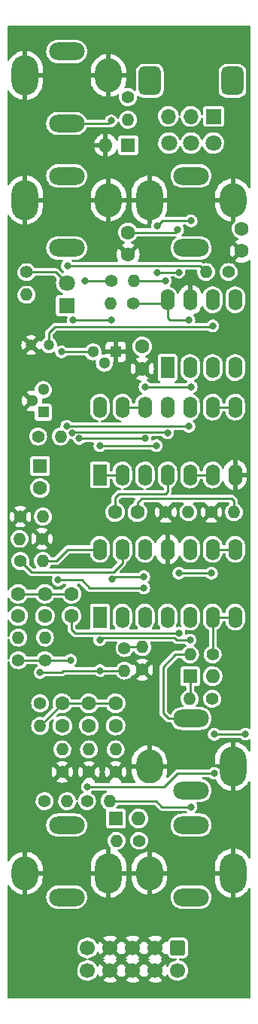
<source format=gbl>
%TF.GenerationSoftware,KiCad,Pcbnew,(6.0.1)*%
%TF.CreationDate,2022-11-03T13:02:17-04:00*%
%TF.ProjectId,ER-SH-NOISE-01,45522d53-482d-44e4-9f49-53452d30312e,1*%
%TF.SameCoordinates,Original*%
%TF.FileFunction,Copper,L2,Bot*%
%TF.FilePolarity,Positive*%
%FSLAX46Y46*%
G04 Gerber Fmt 4.6, Leading zero omitted, Abs format (unit mm)*
G04 Created by KiCad (PCBNEW (6.0.1)) date 2022-11-03 13:02:17*
%MOMM*%
%LPD*%
G01*
G04 APERTURE LIST*
G04 Aperture macros list*
%AMRoundRect*
0 Rectangle with rounded corners*
0 $1 Rounding radius*
0 $2 $3 $4 $5 $6 $7 $8 $9 X,Y pos of 4 corners*
0 Add a 4 corners polygon primitive as box body*
4,1,4,$2,$3,$4,$5,$6,$7,$8,$9,$2,$3,0*
0 Add four circle primitives for the rounded corners*
1,1,$1+$1,$2,$3*
1,1,$1+$1,$4,$5*
1,1,$1+$1,$6,$7*
1,1,$1+$1,$8,$9*
0 Add four rect primitives between the rounded corners*
20,1,$1+$1,$2,$3,$4,$5,0*
20,1,$1+$1,$4,$5,$6,$7,0*
20,1,$1+$1,$6,$7,$8,$9,0*
20,1,$1+$1,$8,$9,$2,$3,0*%
G04 Aperture macros list end*
%TA.AperFunction,ComponentPad*%
%ADD10R,1.600000X2.400000*%
%TD*%
%TA.AperFunction,ComponentPad*%
%ADD11O,1.600000X2.400000*%
%TD*%
%TA.AperFunction,ComponentPad*%
%ADD12C,1.400000*%
%TD*%
%TA.AperFunction,ComponentPad*%
%ADD13O,1.400000X1.400000*%
%TD*%
%TA.AperFunction,ComponentPad*%
%ADD14R,1.600000X1.600000*%
%TD*%
%TA.AperFunction,ComponentPad*%
%ADD15O,1.600000X1.600000*%
%TD*%
%TA.AperFunction,ComponentPad*%
%ADD16C,1.600000*%
%TD*%
%TA.AperFunction,ComponentPad*%
%ADD17R,1.700000X1.700000*%
%TD*%
%TA.AperFunction,ComponentPad*%
%ADD18O,1.700000X1.700000*%
%TD*%
%TA.AperFunction,ComponentPad*%
%ADD19RoundRect,0.250000X-0.600000X0.600000X-0.600000X-0.600000X0.600000X-0.600000X0.600000X0.600000X0*%
%TD*%
%TA.AperFunction,ComponentPad*%
%ADD20C,1.700000*%
%TD*%
%TA.AperFunction,ComponentPad*%
%ADD21R,1.300000X1.300000*%
%TD*%
%TA.AperFunction,ComponentPad*%
%ADD22C,1.300000*%
%TD*%
%TA.AperFunction,ComponentPad*%
%ADD23C,1.200000*%
%TD*%
%TA.AperFunction,ComponentPad*%
%ADD24O,3.000000X4.500000*%
%TD*%
%TA.AperFunction,ComponentPad*%
%ADD25O,3.000000X3.800000*%
%TD*%
%TA.AperFunction,ComponentPad*%
%ADD26O,4.000000X2.000000*%
%TD*%
%TA.AperFunction,WasherPad*%
%ADD27RoundRect,0.578704X0.671296X-1.021296X0.671296X1.021296X-0.671296X1.021296X-0.671296X-1.021296X0*%
%TD*%
%TA.AperFunction,WasherPad*%
%ADD28RoundRect,0.625000X0.625000X-0.975000X0.625000X0.975000X-0.625000X0.975000X-0.625000X-0.975000X0*%
%TD*%
%TA.AperFunction,ComponentPad*%
%ADD29C,1.800000*%
%TD*%
%TA.AperFunction,ComponentPad*%
%ADD30R,1.800000X1.800000*%
%TD*%
%TA.AperFunction,ViaPad*%
%ADD31C,0.800000*%
%TD*%
%TA.AperFunction,Conductor*%
%ADD32C,0.250000*%
%TD*%
G04 APERTURE END LIST*
D10*
%TO.P,U1,1,V+*%
%TO.N,+12V*%
X116850008Y-48249992D03*
D11*
%TO.P,U1,2,Adj*%
%TO.N,unconnected-(U3-Pad2)*%
X119390008Y-48249992D03*
%TO.P,U1,3,I*%
%TO.N,/SH_IN*%
X121930008Y-48249992D03*
%TO.P,U1,4,V-*%
%TO.N,-12V*%
X124470008Y-48249992D03*
%TO.P,U1,5*%
%TO.N,Net-(R22-Pad1)*%
X124470008Y-40629992D03*
%TO.P,U1,6,Ch*%
%TO.N,Net-(C2-Pad1)*%
X121930008Y-40629992D03*
%TO.P,U1,7,T*%
%TO.N,GND*%
X119390008Y-40629992D03*
%TO.P,U1,8,Hold*%
%TO.N,Net-(R5-Pad1)*%
X116850008Y-40629992D03*
%TD*%
D12*
%TO.P,R19,1*%
%TO.N,GND*%
X105000000Y-93720000D03*
D13*
%TO.P,R19,2*%
%TO.N,Net-(C5-Pad1)*%
X105000000Y-91180000D03*
%TD*%
D14*
%TO.P,D2,1,K*%
%TO.N,+12V*%
X111045515Y-98958400D03*
D15*
%TO.P,D2,2,A*%
%TO.N,Net-(D2-Pad2)*%
X113585515Y-98958400D03*
%TD*%
D12*
%TO.P,R6,1*%
%TO.N,Net-(C4-Pad1)*%
X102280000Y-56000000D03*
D13*
%TO.P,R6,2*%
%TO.N,+12V*%
X104820000Y-56000000D03*
%TD*%
D10*
%TO.P,U2,1*%
%TO.N,Net-(C1-Pad1)*%
X109214996Y-60314992D03*
D11*
%TO.P,U2,2*%
X111754996Y-60314992D03*
%TO.P,U2,3*%
%TO.N,/INT_CLK*%
X114294996Y-60314992D03*
%TO.P,U2,4*%
%TO.N,Net-(C3-Pad1)*%
X116834996Y-60314992D03*
%TO.P,U2,5*%
%TO.N,Net-(DS1-Pad1)*%
X119374996Y-60314992D03*
%TO.P,U2,6*%
X121914996Y-60314992D03*
%TO.P,U2,7,GND*%
%TO.N,GND*%
X124454996Y-60314992D03*
%TO.P,U2,8*%
%TO.N,Net-(C3-Pad2)*%
X124454996Y-52694992D03*
%TO.P,U2,9*%
X121914996Y-52694992D03*
%TO.P,U2,10*%
%TO.N,Net-(U1-Pad10)*%
X119374996Y-52694992D03*
%TO.P,U2,11*%
%TO.N,Net-(R5-Pad2)*%
X116834996Y-52694992D03*
%TO.P,U2,12*%
%TO.N,Net-(U1-Pad10)*%
X114294996Y-52694992D03*
%TO.P,U2,13*%
X111754996Y-52694992D03*
%TO.P,U2,14,VCC*%
%TO.N,+12V*%
X109214996Y-52694992D03*
%TD*%
D16*
%TO.P,C12,1*%
%TO.N,Net-(C7-Pad1)*%
X111000007Y-88500001D03*
%TO.P,C12,2*%
%TO.N,Net-(C5-Pad2)*%
X111000007Y-86000001D03*
%TD*%
%TO.P,C1,1*%
%TO.N,Net-(C1-Pad1)*%
X112395000Y-33039990D03*
%TO.P,C1,2*%
%TO.N,GND*%
X112395000Y-35539990D03*
%TD*%
D12*
%TO.P,R13,1*%
%TO.N,Net-(C10-Pad1)*%
X103045000Y-81150000D03*
D13*
%TO.P,R13,2*%
%TO.N,Net-(C9-Pad1)*%
X103045000Y-78610000D03*
%TD*%
D12*
%TO.P,R5,1*%
%TO.N,Net-(R5-Pad1)*%
X112980000Y-41000000D03*
D13*
%TO.P,R5,2*%
%TO.N,Net-(R5-Pad2)*%
X110440000Y-41000000D03*
%TD*%
D12*
%TO.P,R3,1*%
%TO.N,Net-(R22-Pad1)*%
X123720000Y-37500000D03*
D13*
%TO.P,R3,2*%
%TO.N,/SH_OUT*%
X121180000Y-37500000D03*
%TD*%
D17*
%TO.P,J2,1,Pin_1*%
%TO.N,Net-(J5-Pad1)*%
X122025004Y-20000001D03*
D18*
%TO.P,J2,2,Pin_2*%
X119485004Y-20000001D03*
%TO.P,J2,3,Pin_3*%
%TO.N,Net-(J5-Pad3)*%
X116945004Y-20000001D03*
%TD*%
D14*
%TO.P,D3,1,K*%
%TO.N,Net-(D3-Pad1)*%
X119380000Y-82956400D03*
D15*
%TO.P,D3,2,A*%
%TO.N,-12V*%
X121920000Y-82956400D03*
%TD*%
D12*
%TO.P,R18,1*%
%TO.N,/NOISE_WB*%
X102500000Y-86000000D03*
D13*
%TO.P,R18,2*%
%TO.N,Net-(C5-Pad2)*%
X102500000Y-88540000D03*
%TD*%
D19*
%TO.P,J8,1,Pin_1*%
%TO.N,-12VA*%
X118000000Y-113500000D03*
D20*
%TO.P,J8,2,Pin_2*%
X118000000Y-116040000D03*
%TO.P,J8,3,Pin_3*%
%TO.N,GND*%
X115460000Y-113500000D03*
%TO.P,J8,4,Pin_4*%
X115460000Y-116040000D03*
%TO.P,J8,5,Pin_5*%
X112920000Y-113500000D03*
%TO.P,J8,6,Pin_6*%
X112920000Y-116040000D03*
%TO.P,J8,7,Pin_7*%
X110380000Y-113500000D03*
%TO.P,J8,8,Pin_8*%
X110380000Y-116040000D03*
%TO.P,J8,9,Pin_9*%
%TO.N,+12VA*%
X107840000Y-113500000D03*
%TO.P,J8,10,Pin_10*%
X107840000Y-116040000D03*
%TD*%
D12*
%TO.P,R11,1*%
%TO.N,Net-(R16-Pad2)*%
X100280000Y-70000000D03*
D13*
%TO.P,R11,2*%
%TO.N,Net-(R17-Pad2)*%
X102820000Y-70000000D03*
%TD*%
D12*
%TO.P,R23,1*%
%TO.N,Net-(R21-Pad1)*%
X107780000Y-97000000D03*
D13*
%TO.P,R23,2*%
%TO.N,/BLUE*%
X110320000Y-97000000D03*
%TD*%
D16*
%TO.P,C7,1*%
%TO.N,Net-(C8-Pad1)*%
X100045012Y-76180010D03*
%TO.P,C7,2*%
%TO.N,/NOISE_WB*%
X100045012Y-73680010D03*
%TD*%
D14*
%TO.P,D1,1,K*%
%TO.N,Net-(D1-Pad1)*%
X112423686Y-23241000D03*
D15*
%TO.P,D1,2,A*%
%TO.N,GND*%
X109883686Y-23241000D03*
%TD*%
D14*
%TO.P,C5,1*%
%TO.N,Net-(C4-Pad1)*%
X102500000Y-59294888D03*
D16*
%TO.P,C5,2*%
%TO.N,Net-(C4-Pad2)*%
X102500000Y-61794888D03*
%TD*%
D12*
%TO.P,R4,1*%
%TO.N,/INT_CLK*%
X110540000Y-38500000D03*
D13*
%TO.P,R4,2*%
%TO.N,Net-(J5-Pad1)*%
X113080000Y-38500000D03*
%TD*%
D12*
%TO.P,R2,1*%
%TO.N,Net-(DS1-Pad2)*%
X100965000Y-37515000D03*
D13*
%TO.P,R2,2*%
%TO.N,+12V*%
X100965000Y-40055000D03*
%TD*%
D12*
%TO.P,R15,1*%
%TO.N,GND*%
X114000000Y-82220000D03*
D13*
%TO.P,R15,2*%
%TO.N,Net-(R10-Pad1)*%
X114000000Y-79680000D03*
%TD*%
D12*
%TO.P,R20,1*%
%TO.N,GND*%
X108000000Y-93720000D03*
D13*
%TO.P,R20,2*%
%TO.N,Net-(C6-Pad1)*%
X108000000Y-91180000D03*
%TD*%
D12*
%TO.P,R9,1*%
%TO.N,GND*%
X100280000Y-65000000D03*
D13*
%TO.P,R9,2*%
%TO.N,Net-(C4-Pad2)*%
X102820000Y-65000000D03*
%TD*%
D10*
%TO.P,U3,1*%
%TO.N,/NOISE_WB*%
X109214996Y-76300000D03*
D11*
%TO.P,U3,2,-*%
%TO.N,Net-(R10-Pad1)*%
X111754996Y-76300000D03*
%TO.P,U3,3,+*%
%TO.N,Net-(C4-Pad2)*%
X114294996Y-76300000D03*
%TO.P,U3,4,V+*%
%TO.N,+12V*%
X116834996Y-76300000D03*
%TO.P,U3,5,+*%
%TO.N,/NOISE_WB*%
X119374996Y-76300000D03*
%TO.P,U3,6,-*%
%TO.N,/WHITEUB*%
X121914996Y-76300000D03*
%TO.P,U3,7*%
X124454996Y-76300000D03*
%TO.P,U3,8*%
%TO.N,Net-(R21-Pad1)*%
X124454996Y-68680000D03*
%TO.P,U3,9,-*%
X121914996Y-68680000D03*
%TO.P,U3,10,+*%
%TO.N,Net-(C10-Pad1)*%
X119374996Y-68680000D03*
%TO.P,U3,11,V-*%
%TO.N,GND*%
X116834996Y-68680000D03*
%TO.P,U3,12,+*%
%TO.N,Net-(C5-Pad2)*%
X114294996Y-68680000D03*
%TO.P,U3,13,-*%
%TO.N,Net-(R16-Pad2)*%
X111754996Y-68680000D03*
%TO.P,U3,14*%
%TO.N,Net-(R17-Pad2)*%
X109214996Y-68680000D03*
%TD*%
D12*
%TO.P,R8,1*%
%TO.N,GND*%
X121780000Y-64500000D03*
D13*
%TO.P,R8,2*%
%TO.N,Net-(C3-Pad2)*%
X124320000Y-64500000D03*
%TD*%
D12*
%TO.P,R14,1*%
%TO.N,Net-(R10-Pad1)*%
X112000000Y-79780000D03*
D13*
%TO.P,R14,2*%
%TO.N,/NOISE_WB*%
X112000000Y-82320000D03*
%TD*%
D16*
%TO.P,C9,1*%
%TO.N,Net-(C10-Pad1)*%
X106045000Y-76180010D03*
%TO.P,C9,2*%
%TO.N,/NOISE_WB*%
X106045000Y-73680010D03*
%TD*%
D12*
%TO.P,R7,1*%
%TO.N,GND*%
X116650000Y-64500000D03*
D13*
%TO.P,R7,2*%
%TO.N,Net-(R5-Pad1)*%
X119190000Y-64500000D03*
%TD*%
D12*
%TO.P,R1,1*%
%TO.N,/TRIG_IN*%
X112395000Y-17830000D03*
D13*
%TO.P,R1,2*%
%TO.N,Net-(D1-Pad1)*%
X112395000Y-20370000D03*
%TD*%
D16*
%TO.P,C6,1*%
%TO.N,Net-(C3-Pad1)*%
X110954990Y-64500000D03*
%TO.P,C6,2*%
%TO.N,Net-(C3-Pad2)*%
X113454990Y-64500000D03*
%TD*%
D21*
%TO.P,Q2,1,E*%
%TO.N,Net-(C4-Pad1)*%
X102860000Y-53270000D03*
D22*
%TO.P,Q2,2,B*%
%TO.N,GND*%
X101590000Y-52000000D03*
%TO.P,Q2,3,C*%
%TO.N,unconnected-(Q2-Pad3)*%
X102860000Y-50730000D03*
%TD*%
D16*
%TO.P,C8,1*%
%TO.N,Net-(C9-Pad1)*%
X103045006Y-76180010D03*
%TO.P,C8,2*%
%TO.N,/NOISE_WB*%
X103045006Y-73680010D03*
%TD*%
D21*
%TO.P,Q1,1,E*%
%TO.N,GND*%
X110998000Y-46482000D03*
D22*
%TO.P,Q1,2,B*%
%TO.N,Net-(D1-Pad1)*%
X109728000Y-47752000D03*
%TO.P,Q1,3,C*%
%TO.N,Net-(DS1-Pad1)*%
X108458000Y-46482000D03*
%TD*%
D12*
%TO.P,R22,1*%
%TO.N,Net-(R17-Pad2)*%
X103000000Y-97000000D03*
D13*
%TO.P,R22,2*%
%TO.N,/PINK*%
X105540000Y-97000000D03*
%TD*%
D12*
%TO.P,R21,1*%
%TO.N,GND*%
X111000000Y-93720000D03*
D13*
%TO.P,R21,2*%
%TO.N,Net-(C7-Pad1)*%
X111000000Y-91180000D03*
%TD*%
D12*
%TO.P,R24,1*%
%TO.N,Net-(D2-Pad2)*%
X113640400Y-101447600D03*
D13*
%TO.P,R24,2*%
%TO.N,+12VA*%
X111100400Y-101447600D03*
%TD*%
D16*
%TO.P,C4,1*%
%TO.N,+12V*%
X113995200Y-45872400D03*
%TO.P,C4,2*%
%TO.N,GND*%
X113995200Y-48372400D03*
%TD*%
D12*
%TO.P,R12,1*%
%TO.N,Net-(C10-Pad1)*%
X100045000Y-81150000D03*
D13*
%TO.P,R12,2*%
%TO.N,Net-(C8-Pad1)*%
X100045000Y-78610000D03*
%TD*%
D12*
%TO.P,R17,1*%
%TO.N,-12VA*%
X121870000Y-85496400D03*
D13*
%TO.P,R17,2*%
%TO.N,Net-(D3-Pad1)*%
X119330000Y-85496400D03*
%TD*%
D12*
%TO.P,R16,1*%
%TO.N,/WHITEUB*%
X121920800Y-80518000D03*
D13*
%TO.P,R16,2*%
%TO.N,/WHITE*%
X119380800Y-80518000D03*
%TD*%
D23*
%TO.P,C3,1*%
%TO.N,Net-(C2-Pad1)*%
X103500000Y-45720000D03*
%TO.P,C3,2*%
%TO.N,GND*%
X101500000Y-45720000D03*
%TD*%
D16*
%TO.P,C10,1*%
%TO.N,Net-(C5-Pad1)*%
X104999993Y-88500001D03*
%TO.P,C10,2*%
%TO.N,Net-(C5-Pad2)*%
X104999993Y-86000001D03*
%TD*%
D12*
%TO.P,R10,1*%
%TO.N,GND*%
X102720000Y-67500000D03*
D13*
%TO.P,R10,2*%
%TO.N,Net-(R16-Pad2)*%
X100180000Y-67500000D03*
%TD*%
D16*
%TO.P,C11,1*%
%TO.N,Net-(C6-Pad1)*%
X108000013Y-88500001D03*
%TO.P,C11,2*%
%TO.N,Net-(C5-Pad2)*%
X108000013Y-86000001D03*
%TD*%
%TO.P,C2,1*%
%TO.N,-12V*%
X125171200Y-32633590D03*
%TO.P,C2,2*%
%TO.N,GND*%
X125171200Y-35133590D03*
%TD*%
D24*
%TO.P,J5,S*%
%TO.N,GND*%
X124200000Y-93100000D03*
D25*
X114800000Y-93100000D03*
D26*
%TO.P,J5,T*%
%TO.N,/WHITE*%
X119500000Y-87700000D03*
%TO.P,J5,TN*%
%TO.N,unconnected-(J4-PadTN)*%
X119500000Y-95800000D03*
%TD*%
D25*
%TO.P,J1,S*%
%TO.N,GND*%
X110200000Y-15400000D03*
D24*
X100800000Y-15400000D03*
D26*
%TO.P,J1,T*%
%TO.N,/TRIG_IN*%
X105500000Y-20800000D03*
%TO.P,J1,TN*%
%TO.N,/INT_CLK*%
X105500000Y-12700000D03*
%TD*%
D24*
%TO.P,J7,S*%
%TO.N,GND*%
X110200000Y-105100000D03*
D25*
X100800000Y-105100000D03*
D26*
%TO.P,J7,T*%
%TO.N,/PINK*%
X105500000Y-99700000D03*
%TO.P,J7,TN*%
%TO.N,unconnected-(J7-PadTN)*%
X105500000Y-107800000D03*
%TD*%
D24*
%TO.P,J3,S*%
%TO.N,GND*%
X100800000Y-29400000D03*
D25*
X110200000Y-29400000D03*
D26*
%TO.P,J3,T*%
%TO.N,/SH_OUT*%
X105500000Y-34800000D03*
%TO.P,J3,TN*%
%TO.N,unconnected-(J3-PadTN)*%
X105500000Y-26700000D03*
%TD*%
D25*
%TO.P,J6,S*%
%TO.N,GND*%
X114800000Y-105100000D03*
D24*
X124200000Y-105100000D03*
D26*
%TO.P,J6,T*%
%TO.N,/BLUE*%
X119500000Y-99700000D03*
%TO.P,J6,TN*%
%TO.N,unconnected-(J8-PadTN)*%
X119500000Y-107800000D03*
%TD*%
D27*
%TO.P,RV1,*%
%TO.N,*%
X114850000Y-16000000D03*
D28*
X124150000Y-16000000D03*
D29*
%TO.P,RV1,1,1*%
%TO.N,Net-(J5-Pad3)*%
X117000000Y-23000000D03*
%TO.P,RV1,2,2*%
%TO.N,Net-(C1-Pad1)*%
X119500000Y-23000000D03*
%TO.P,RV1,3,3*%
%TO.N,Net-(J5-Pad1)*%
X122000000Y-23000000D03*
%TD*%
D24*
%TO.P,J4,S*%
%TO.N,GND*%
X114800000Y-29400000D03*
D25*
X124200000Y-29400000D03*
D26*
%TO.P,J4,T*%
%TO.N,/SH_IN*%
X119500000Y-34800000D03*
%TO.P,J4,TN*%
%TO.N,/WHITEUB*%
X119500000Y-26700000D03*
%TD*%
D30*
%TO.P,DS1,1,K*%
%TO.N,Net-(DS1-Pad1)*%
X105499992Y-41275000D03*
D29*
%TO.P,DS1,2,A*%
%TO.N,Net-(DS1-Pad2)*%
X105499992Y-38735000D03*
%TD*%
D31*
%TO.N,+12V*%
X115570000Y-57023000D03*
X109220000Y-57023000D03*
%TO.N,Net-(C1-Pad1)*%
X117983000Y-32766000D03*
%TO.N,Net-(C4-Pad2)*%
X114173000Y-73025000D03*
X104521000Y-72136000D03*
%TO.N,Net-(C5-Pad2)*%
X110630480Y-72022480D03*
X114173000Y-71755000D03*
%TO.N,/NOISE_WB*%
X109215000Y-78872000D03*
X109244000Y-82320000D03*
X102489000Y-82550000D03*
X119375000Y-78872000D03*
%TO.N,/INT_CLK*%
X114300000Y-56223500D03*
X106916383Y-56223500D03*
X107569000Y-38481000D03*
%TO.N,Net-(J5-Pad1)*%
X116586000Y-38481000D03*
%TO.N,/TRIG_IN*%
X110500000Y-20500000D03*
%TO.N,Net-(R5-Pad1)*%
X119253000Y-42926000D03*
%TO.N,Net-(C10-Pad1)*%
X105918000Y-81153000D03*
X118110000Y-78105000D03*
%TO.N,Net-(DS1-Pad1)*%
X119253000Y-54864000D03*
X105500000Y-54827000D03*
X104902000Y-46482000D03*
%TO.N,/WHITEUB*%
X115697000Y-32315490D03*
X115697000Y-37524500D03*
X118110000Y-71374000D03*
X119507000Y-31750000D03*
X121793000Y-71374000D03*
X118110000Y-37524500D03*
%TO.N,/SH_OUT*%
X105567000Y-36800000D03*
%TO.N,Net-(C2-Pad1)*%
X121920000Y-43561000D03*
%TO.N,Net-(R5-Pad2)*%
X110490000Y-42926000D03*
X116840000Y-55588500D03*
X106224500Y-42926011D03*
X106129583Y-55603293D03*
%TO.N,Net-(U1-Pad10)*%
X114300000Y-50419000D03*
X119507000Y-50419000D03*
%TO.N,/BLUE*%
X119481600Y-97637600D03*
%TO.N,Net-(R21-Pad1)*%
X125628400Y-89458800D03*
X107823000Y-95377000D03*
X122100492Y-89481508D03*
X122100492Y-93853109D03*
%TD*%
D32*
%TO.N,+12V*%
X115570000Y-57023000D02*
X109220000Y-57023000D01*
%TO.N,Net-(C1-Pad1)*%
X109215000Y-60315000D02*
X111755000Y-60315000D01*
X117709010Y-33039990D02*
X112395000Y-33039990D01*
X117983000Y-32766000D02*
X117709010Y-33039990D01*
%TO.N,Net-(C3-Pad1)*%
X110954990Y-62908010D02*
X111379000Y-62484000D01*
X110954990Y-64500000D02*
X110954990Y-62908010D01*
X116840000Y-62230000D02*
X116835000Y-62225000D01*
X116586000Y-62484000D02*
X116840000Y-62230000D01*
X111379000Y-62484000D02*
X116586000Y-62484000D01*
X116835000Y-62225000D02*
X116835000Y-60315000D01*
%TO.N,Net-(C3-Pad2)*%
X124079000Y-62992000D02*
X113919000Y-62992000D01*
X124320000Y-63233000D02*
X124079000Y-62992000D01*
X124320000Y-64500000D02*
X124320000Y-63233000D01*
X113919000Y-62992000D02*
X113454990Y-63456010D01*
X113454990Y-63456010D02*
X113454990Y-64500000D01*
X124455000Y-52695000D02*
X121915000Y-52695000D01*
%TO.N,Net-(C4-Pad2)*%
X107188000Y-72136000D02*
X104521000Y-72136000D01*
X108077000Y-73025000D02*
X114173000Y-73025000D01*
X108077000Y-73025000D02*
X107188000Y-72136000D01*
%TO.N,Net-(C5-Pad2)*%
X110630480Y-72022480D02*
X110897960Y-71755000D01*
X104999993Y-86000001D02*
X108000013Y-86000001D01*
X110897960Y-71755000D02*
X114173000Y-71755000D01*
X102500000Y-88540000D02*
X104999993Y-86040007D01*
X111000007Y-86000001D02*
X108000013Y-86000001D01*
%TO.N,/NOISE_WB*%
X105132000Y-82320000D02*
X109244000Y-82320000D01*
X100045012Y-73680010D02*
X103045006Y-73680010D01*
X109244000Y-82320000D02*
X112000000Y-82320000D01*
X109215000Y-78872000D02*
X109474000Y-78613000D01*
X117593386Y-78613000D02*
X117852386Y-78872000D01*
X104902000Y-82550000D02*
X105132000Y-82320000D01*
X117852386Y-78872000D02*
X119375000Y-78872000D01*
X102489000Y-82550000D02*
X104902000Y-82550000D01*
X103045006Y-73680010D02*
X106045000Y-73680010D01*
X109474000Y-78613000D02*
X117593386Y-78613000D01*
%TO.N,/INT_CLK*%
X114300000Y-56223500D02*
X106916383Y-56223500D01*
X107569000Y-38481000D02*
X107588000Y-38500000D01*
X107588000Y-38500000D02*
X110540000Y-38500000D01*
%TO.N,Net-(J5-Pad1)*%
X116586000Y-38481000D02*
X116567000Y-38500000D01*
X116567000Y-38500000D02*
X113080000Y-38500000D01*
%TO.N,/TRIG_IN*%
X110200004Y-20799996D02*
X110500000Y-20500000D01*
X105499992Y-20799996D02*
X110200004Y-20799996D01*
%TO.N,Net-(DS1-Pad2)*%
X105500000Y-38735000D02*
X104280000Y-37515000D01*
X104280000Y-37515000D02*
X100965000Y-37515000D01*
%TO.N,Net-(R5-Pad1)*%
X119253000Y-42926000D02*
X117094000Y-42926000D01*
X117094000Y-42926000D02*
X116850000Y-42682000D01*
X116850000Y-42682000D02*
X116850000Y-40630000D01*
X112980000Y-41000000D02*
X116480000Y-41000000D01*
%TO.N,Net-(C10-Pad1)*%
X106045000Y-77724000D02*
X106045000Y-76180010D01*
X118110000Y-78105000D02*
X106426000Y-78105000D01*
X100045000Y-81150000D02*
X103045000Y-81150000D01*
X103045000Y-81150000D02*
X105915000Y-81150000D01*
X106426000Y-78105000D02*
X106045000Y-77724000D01*
X105915000Y-81150000D02*
X105918000Y-81153000D01*
%TO.N,Net-(DS1-Pad1)*%
X108458000Y-46482000D02*
X104902000Y-46482000D01*
X105500000Y-54827000D02*
X105537000Y-54864000D01*
X105537000Y-54864000D02*
X119253000Y-54864000D01*
X119375000Y-60315000D02*
X121915000Y-60315000D01*
%TO.N,/WHITEUB*%
X115697000Y-32315490D02*
X116262490Y-31750000D01*
X116262490Y-31750000D02*
X119507000Y-31750000D01*
X121793000Y-71374000D02*
X118110000Y-71374000D01*
X124455000Y-76300000D02*
X121915000Y-76300000D01*
X121914996Y-76300000D02*
X121914996Y-80512196D01*
X118110000Y-37524500D02*
X115697000Y-37524500D01*
%TO.N,/SH_OUT*%
X120480000Y-36800000D02*
X105567000Y-36800000D01*
X121180000Y-37500000D02*
X120480000Y-36800000D01*
%TO.N,Net-(C2-Pad1)*%
X121830489Y-43650511D02*
X104177489Y-43650511D01*
X104177489Y-43650511D02*
X103500000Y-44328000D01*
X103500000Y-44328000D02*
X103500000Y-45720000D01*
X121920000Y-43561000D02*
X121830489Y-43650511D01*
%TO.N,Net-(R5-Pad2)*%
X116750500Y-55499000D02*
X106233876Y-55499000D01*
X116840000Y-55588500D02*
X116750500Y-55499000D01*
X110489989Y-42926011D02*
X110490000Y-42926000D01*
X106233876Y-55499000D02*
X106129583Y-55603293D01*
X106224500Y-42926011D02*
X110489989Y-42926011D01*
%TO.N,Net-(U1-Pad10)*%
X119507000Y-50419000D02*
X114300000Y-50419000D01*
X111755000Y-52695000D02*
X114295000Y-52695000D01*
%TO.N,Net-(R10-Pad1)*%
X114000000Y-79680000D02*
X112100000Y-79680000D01*
%TO.N,Net-(R16-Pad2)*%
X101527000Y-71247000D02*
X110744000Y-71247000D01*
X100280000Y-70000000D02*
X101527000Y-71247000D01*
X110744000Y-71247000D02*
X111755000Y-70236000D01*
X111755000Y-70236000D02*
X111755000Y-68680000D01*
%TO.N,Net-(R17-Pad2)*%
X102820000Y-70000000D02*
X104317000Y-70000000D01*
X104317000Y-70000000D02*
X105637000Y-68680000D01*
X109215000Y-68680000D02*
X105637000Y-68680000D01*
%TO.N,/BLUE*%
X115592800Y-97000000D02*
X116230400Y-97637600D01*
X110320000Y-97000000D02*
X115592800Y-97000000D01*
X116230400Y-97637600D02*
X119481600Y-97637600D01*
%TO.N,/WHITE*%
X119380800Y-80518000D02*
X117754400Y-80518000D01*
X117754400Y-80518000D02*
X116382800Y-81889600D01*
X116382800Y-81889600D02*
X116382800Y-87122000D01*
X116382800Y-87122000D02*
X116960793Y-87699993D01*
X116960793Y-87699993D02*
X119499990Y-87699993D01*
%TO.N,Net-(R21-Pad1)*%
X122123200Y-89458800D02*
X125628400Y-89458800D01*
X122100383Y-93853000D02*
X122100492Y-93853109D01*
X117983000Y-93853000D02*
X122100383Y-93853000D01*
X121915000Y-68680000D02*
X124455000Y-68680000D01*
X116459000Y-95377000D02*
X117983000Y-93853000D01*
X107823000Y-95377000D02*
X116459000Y-95377000D01*
X122100492Y-89481508D02*
X122123200Y-89458800D01*
%TO.N,Net-(D3-Pad1)*%
X119380000Y-82956400D02*
X119380000Y-85446400D01*
%TD*%
%TA.AperFunction,Conductor*%
%TO.N,GND*%
G36*
X126137321Y-9824798D02*
G01*
X126183814Y-9878454D01*
X126195200Y-9930796D01*
X126195200Y-27969918D01*
X126175198Y-28038039D01*
X126121542Y-28084532D01*
X126051268Y-28094636D01*
X125986688Y-28065142D01*
X125957948Y-28029071D01*
X125909105Y-27937209D01*
X125904451Y-27929762D01*
X125744562Y-27709694D01*
X125738915Y-27702964D01*
X125549949Y-27507284D01*
X125543427Y-27501412D01*
X125329067Y-27333936D01*
X125321793Y-27329030D01*
X125086211Y-27193016D01*
X125078319Y-27189167D01*
X124826104Y-27087265D01*
X124817746Y-27084549D01*
X124553808Y-27018743D01*
X124545163Y-27017218D01*
X124472015Y-27009530D01*
X124457365Y-27012209D01*
X124454000Y-27024530D01*
X124454000Y-31735236D01*
X124433998Y-31803357D01*
X124411077Y-31829968D01*
X124370355Y-31865680D01*
X124370351Y-31865684D01*
X124366009Y-31869492D01*
X124240246Y-32029022D01*
X124237557Y-32034133D01*
X124237555Y-32034136D01*
X124210674Y-32085229D01*
X124145661Y-32208798D01*
X124085422Y-32402801D01*
X124061545Y-32604533D01*
X124074831Y-32807238D01*
X124076252Y-32812834D01*
X124076253Y-32812839D01*
X124109148Y-32942360D01*
X124124835Y-33004127D01*
X124209881Y-33188607D01*
X124327123Y-33354500D01*
X124372814Y-33399010D01*
X124467896Y-33491635D01*
X124472632Y-33496249D01*
X124477428Y-33499454D01*
X124477431Y-33499456D01*
X124581113Y-33568734D01*
X124641537Y-33609108D01*
X124646840Y-33611386D01*
X124646843Y-33611388D01*
X124755327Y-33657996D01*
X124810020Y-33703264D01*
X124831557Y-33770915D01*
X124813100Y-33839471D01*
X124760509Y-33887165D01*
X124738199Y-33895471D01*
X124727441Y-33898353D01*
X124717147Y-33902100D01*
X124519689Y-33994176D01*
X124510194Y-33999659D01*
X124458152Y-34036099D01*
X124449776Y-34046578D01*
X124456844Y-34060024D01*
X125441315Y-35044495D01*
X125475341Y-35106807D01*
X125470276Y-35177622D01*
X125441315Y-35222685D01*
X124456123Y-36207877D01*
X124449693Y-36219652D01*
X124458989Y-36231667D01*
X124510194Y-36267521D01*
X124519689Y-36273004D01*
X124717147Y-36365080D01*
X124727439Y-36368826D01*
X124937888Y-36425215D01*
X124948681Y-36427118D01*
X125165725Y-36446107D01*
X125176675Y-36446107D01*
X125393719Y-36427118D01*
X125404512Y-36425215D01*
X125614961Y-36368826D01*
X125625253Y-36365080D01*
X125822711Y-36273004D01*
X125832207Y-36267521D01*
X125996929Y-36152181D01*
X126064203Y-36129493D01*
X126133064Y-36146778D01*
X126181648Y-36198548D01*
X126195200Y-36255394D01*
X126195200Y-88751518D01*
X126175198Y-88819639D01*
X126121542Y-88866132D01*
X126051268Y-88876236D01*
X126010241Y-88862873D01*
X125889722Y-88799062D01*
X125889721Y-88799061D01*
X125883013Y-88795510D01*
X125717447Y-88753922D01*
X125709849Y-88753882D01*
X125709847Y-88753882D01*
X125636058Y-88753496D01*
X125546739Y-88753029D01*
X125539360Y-88754801D01*
X125539356Y-88754801D01*
X125388126Y-88791108D01*
X125388122Y-88791109D01*
X125380747Y-88792880D01*
X125330007Y-88819069D01*
X125238824Y-88866132D01*
X125229051Y-88871176D01*
X125223329Y-88876168D01*
X125223327Y-88876169D01*
X125106134Y-88978402D01*
X125106131Y-88978405D01*
X125100410Y-88983396D01*
X125097587Y-88987413D01*
X125038114Y-89024051D01*
X125004927Y-89028500D01*
X122700321Y-89028500D01*
X122632200Y-89008498D01*
X122616502Y-88996576D01*
X122505973Y-88898098D01*
X122498015Y-88893884D01*
X122361814Y-88821770D01*
X122361813Y-88821769D01*
X122355105Y-88818218D01*
X122189539Y-88776630D01*
X122181941Y-88776590D01*
X122181939Y-88776590D01*
X122108150Y-88776204D01*
X122018831Y-88775737D01*
X122011452Y-88777509D01*
X122011448Y-88777509D01*
X121860218Y-88813816D01*
X121860214Y-88813817D01*
X121852839Y-88815588D01*
X121840862Y-88821770D01*
X121736975Y-88875390D01*
X121701143Y-88893884D01*
X121695421Y-88898876D01*
X121695419Y-88898877D01*
X121598533Y-88983396D01*
X121572502Y-89006104D01*
X121474344Y-89145770D01*
X121471585Y-89152845D01*
X121471584Y-89152848D01*
X121418657Y-89288600D01*
X121412333Y-89304819D01*
X121411341Y-89312352D01*
X121411341Y-89312353D01*
X121391156Y-89465677D01*
X121390051Y-89474068D01*
X121395851Y-89526599D01*
X121404803Y-89607686D01*
X121408784Y-89643747D01*
X121467450Y-89804059D01*
X121562662Y-89945750D01*
X121568274Y-89950857D01*
X121568277Y-89950860D01*
X121683303Y-90055526D01*
X121683307Y-90055529D01*
X121688924Y-90060640D01*
X121695601Y-90064265D01*
X121695602Y-90064266D01*
X121718492Y-90076694D01*
X121838947Y-90142096D01*
X122004069Y-90185415D01*
X122091084Y-90186782D01*
X122167158Y-90187977D01*
X122167161Y-90187977D01*
X122174757Y-90188096D01*
X122182161Y-90186400D01*
X122182163Y-90186400D01*
X122263990Y-90167659D01*
X122341159Y-90149985D01*
X122493666Y-90073282D01*
X122499437Y-90068353D01*
X122499440Y-90068351D01*
X122617702Y-89967345D01*
X122617703Y-89967344D01*
X122623474Y-89962415D01*
X122635449Y-89945750D01*
X122638451Y-89941573D01*
X122694446Y-89897926D01*
X122740773Y-89889100D01*
X125004790Y-89889100D01*
X125072911Y-89909102D01*
X125089864Y-89923818D01*
X125090570Y-89923042D01*
X125211211Y-90032818D01*
X125211215Y-90032821D01*
X125216832Y-90037932D01*
X125223509Y-90041557D01*
X125223510Y-90041558D01*
X125248440Y-90055094D01*
X125366855Y-90119388D01*
X125531977Y-90162707D01*
X125618992Y-90164074D01*
X125695066Y-90165269D01*
X125695069Y-90165269D01*
X125702665Y-90165388D01*
X125710069Y-90163692D01*
X125710071Y-90163692D01*
X125795954Y-90144022D01*
X125869067Y-90127277D01*
X126012588Y-90055094D01*
X126082430Y-90042355D01*
X126148074Y-90069400D01*
X126188676Y-90127640D01*
X126195200Y-90167659D01*
X126195200Y-91319918D01*
X126175198Y-91388039D01*
X126121542Y-91434532D01*
X126051268Y-91444636D01*
X125986688Y-91415142D01*
X125957948Y-91379071D01*
X125909105Y-91287209D01*
X125904451Y-91279762D01*
X125744562Y-91059694D01*
X125738915Y-91052964D01*
X125549949Y-90857284D01*
X125543427Y-90851412D01*
X125329067Y-90683936D01*
X125321793Y-90679030D01*
X125086211Y-90543016D01*
X125078319Y-90539167D01*
X124826104Y-90437265D01*
X124817746Y-90434549D01*
X124553808Y-90368743D01*
X124545163Y-90367218D01*
X124472015Y-90359530D01*
X124457365Y-90362209D01*
X124454000Y-90374530D01*
X124454000Y-95826074D01*
X124457779Y-95838943D01*
X124472845Y-95840866D01*
X124682642Y-95803873D01*
X124691143Y-95801754D01*
X124949858Y-95717692D01*
X124958005Y-95714401D01*
X125202499Y-95595152D01*
X125210096Y-95590767D01*
X125435621Y-95438648D01*
X125442538Y-95433244D01*
X125644691Y-95251224D01*
X125650790Y-95244909D01*
X125825642Y-95036529D01*
X125830804Y-95029424D01*
X125962346Y-94818913D01*
X126015407Y-94771743D01*
X126085547Y-94760748D01*
X126150497Y-94789419D01*
X126189636Y-94848653D01*
X126195200Y-94885683D01*
X126195200Y-103319918D01*
X126175198Y-103388039D01*
X126121542Y-103434532D01*
X126051268Y-103444636D01*
X125986688Y-103415142D01*
X125957948Y-103379071D01*
X125909105Y-103287209D01*
X125904451Y-103279762D01*
X125744562Y-103059694D01*
X125738915Y-103052964D01*
X125549949Y-102857284D01*
X125543427Y-102851412D01*
X125329067Y-102683936D01*
X125321793Y-102679030D01*
X125086211Y-102543016D01*
X125078319Y-102539167D01*
X124826104Y-102437265D01*
X124817746Y-102434549D01*
X124553808Y-102368743D01*
X124545163Y-102367218D01*
X124472015Y-102359530D01*
X124457365Y-102362209D01*
X124454000Y-102374530D01*
X124454000Y-107826074D01*
X124457779Y-107838943D01*
X124472845Y-107840866D01*
X124682642Y-107803873D01*
X124691143Y-107801754D01*
X124949858Y-107717692D01*
X124958005Y-107714401D01*
X125202499Y-107595152D01*
X125210096Y-107590767D01*
X125435621Y-107438648D01*
X125442538Y-107433244D01*
X125644691Y-107251224D01*
X125650790Y-107244909D01*
X125825642Y-107036529D01*
X125830804Y-107029424D01*
X125962346Y-106818913D01*
X126015407Y-106771743D01*
X126085547Y-106760748D01*
X126150497Y-106789419D01*
X126189636Y-106848653D01*
X126195200Y-106885683D01*
X126195200Y-119069196D01*
X126175198Y-119137317D01*
X126121542Y-119183810D01*
X126069200Y-119195196D01*
X98930800Y-119195196D01*
X98862679Y-119175194D01*
X98816186Y-119121538D01*
X98804800Y-119069196D01*
X98804800Y-116009628D01*
X106680149Y-116009628D01*
X106694036Y-116221503D01*
X106746301Y-116427299D01*
X106835195Y-116620124D01*
X106957740Y-116793521D01*
X107109832Y-116941683D01*
X107114628Y-116944888D01*
X107114631Y-116944890D01*
X107185886Y-116992501D01*
X107286377Y-117059647D01*
X107291685Y-117061928D01*
X107291686Y-117061928D01*
X107476160Y-117141184D01*
X107476163Y-117141185D01*
X107481463Y-117143462D01*
X107487092Y-117144736D01*
X107487093Y-117144736D01*
X107682921Y-117189048D01*
X107682924Y-117189048D01*
X107688557Y-117190323D01*
X107694328Y-117190550D01*
X107694330Y-117190550D01*
X107759086Y-117193094D01*
X107900723Y-117198659D01*
X108005789Y-117183425D01*
X108105141Y-117169020D01*
X108105146Y-117169019D01*
X108110855Y-117168191D01*
X108116319Y-117166336D01*
X108116324Y-117166335D01*
X108120690Y-117164853D01*
X109619977Y-117164853D01*
X109625258Y-117171907D01*
X109786756Y-117266279D01*
X109796042Y-117270729D01*
X109995001Y-117346703D01*
X110004899Y-117349579D01*
X110213595Y-117392038D01*
X110223823Y-117393257D01*
X110436650Y-117401062D01*
X110446936Y-117400595D01*
X110658185Y-117373534D01*
X110668262Y-117371392D01*
X110872255Y-117310191D01*
X110881842Y-117306433D01*
X111073098Y-117212738D01*
X111081944Y-117207465D01*
X111129247Y-117173723D01*
X111136211Y-117164853D01*
X112159977Y-117164853D01*
X112165258Y-117171907D01*
X112326756Y-117266279D01*
X112336042Y-117270729D01*
X112535001Y-117346703D01*
X112544899Y-117349579D01*
X112753595Y-117392038D01*
X112763823Y-117393257D01*
X112976650Y-117401062D01*
X112986936Y-117400595D01*
X113198185Y-117373534D01*
X113208262Y-117371392D01*
X113412255Y-117310191D01*
X113421842Y-117306433D01*
X113613098Y-117212738D01*
X113621944Y-117207465D01*
X113669247Y-117173723D01*
X113676211Y-117164853D01*
X114699977Y-117164853D01*
X114705258Y-117171907D01*
X114866756Y-117266279D01*
X114876042Y-117270729D01*
X115075001Y-117346703D01*
X115084899Y-117349579D01*
X115293595Y-117392038D01*
X115303823Y-117393257D01*
X115516650Y-117401062D01*
X115526936Y-117400595D01*
X115738185Y-117373534D01*
X115748262Y-117371392D01*
X115952255Y-117310191D01*
X115961842Y-117306433D01*
X116153098Y-117212738D01*
X116161944Y-117207465D01*
X116209247Y-117173723D01*
X116217648Y-117163023D01*
X116210660Y-117149870D01*
X115472812Y-116412022D01*
X115458868Y-116404408D01*
X115457035Y-116404539D01*
X115450420Y-116408790D01*
X114706737Y-117152473D01*
X114699977Y-117164853D01*
X113676211Y-117164853D01*
X113677648Y-117163023D01*
X113670660Y-117149870D01*
X112932812Y-116412022D01*
X112918868Y-116404408D01*
X112917035Y-116404539D01*
X112910420Y-116408790D01*
X112166737Y-117152473D01*
X112159977Y-117164853D01*
X111136211Y-117164853D01*
X111137648Y-117163023D01*
X111130660Y-117149870D01*
X110392812Y-116412022D01*
X110378868Y-116404408D01*
X110377035Y-116404539D01*
X110370420Y-116408790D01*
X109626737Y-117152473D01*
X109619977Y-117164853D01*
X108120690Y-117164853D01*
X108306448Y-117101796D01*
X108311916Y-117099940D01*
X108497172Y-116996192D01*
X108660420Y-116860420D01*
X108796192Y-116697172D01*
X108891243Y-116527447D01*
X108941978Y-116477786D01*
X109011510Y-116463438D01*
X109077760Y-116488960D01*
X109117919Y-116541610D01*
X109161770Y-116649603D01*
X109166413Y-116658794D01*
X109246460Y-116789420D01*
X109256916Y-116798880D01*
X109265694Y-116795096D01*
X110007978Y-116052812D01*
X110014356Y-116041132D01*
X110744408Y-116041132D01*
X110744539Y-116042965D01*
X110748790Y-116049580D01*
X111490474Y-116791264D01*
X111502484Y-116797823D01*
X111514223Y-116788855D01*
X111548022Y-116741819D01*
X111549149Y-116742629D01*
X111596659Y-116698881D01*
X111666596Y-116686661D01*
X111732038Y-116714191D01*
X111759870Y-116746029D01*
X111786459Y-116789419D01*
X111796916Y-116798880D01*
X111805694Y-116795096D01*
X112547978Y-116052812D01*
X112554356Y-116041132D01*
X113284408Y-116041132D01*
X113284539Y-116042965D01*
X113288790Y-116049580D01*
X114030474Y-116791264D01*
X114042484Y-116797823D01*
X114054223Y-116788855D01*
X114088022Y-116741819D01*
X114089149Y-116742629D01*
X114136659Y-116698881D01*
X114206596Y-116686661D01*
X114272038Y-116714191D01*
X114299870Y-116746029D01*
X114326459Y-116789419D01*
X114336916Y-116798880D01*
X114345694Y-116795096D01*
X115087978Y-116052812D01*
X115094356Y-116041132D01*
X115824408Y-116041132D01*
X115824539Y-116042965D01*
X115828790Y-116049580D01*
X116570474Y-116791264D01*
X116582484Y-116797823D01*
X116594223Y-116788855D01*
X116625004Y-116746019D01*
X116630315Y-116737180D01*
X116724673Y-116546260D01*
X116725578Y-116543976D01*
X116726191Y-116543191D01*
X116726964Y-116541626D01*
X116727287Y-116541786D01*
X116769253Y-116488003D01*
X116836256Y-116464527D01*
X116905314Y-116481003D01*
X116957155Y-116537609D01*
X116995195Y-116620124D01*
X117117740Y-116793521D01*
X117269832Y-116941683D01*
X117274628Y-116944888D01*
X117274631Y-116944890D01*
X117345886Y-116992501D01*
X117446377Y-117059647D01*
X117451685Y-117061928D01*
X117451686Y-117061928D01*
X117636160Y-117141184D01*
X117636163Y-117141185D01*
X117641463Y-117143462D01*
X117647092Y-117144736D01*
X117647093Y-117144736D01*
X117842921Y-117189048D01*
X117842924Y-117189048D01*
X117848557Y-117190323D01*
X117854328Y-117190550D01*
X117854330Y-117190550D01*
X117919086Y-117193094D01*
X118060723Y-117198659D01*
X118165789Y-117183425D01*
X118265141Y-117169020D01*
X118265146Y-117169019D01*
X118270855Y-117168191D01*
X118276319Y-117166336D01*
X118276324Y-117166335D01*
X118466448Y-117101796D01*
X118471916Y-117099940D01*
X118657172Y-116996192D01*
X118820420Y-116860420D01*
X118956192Y-116697172D01*
X119059940Y-116511916D01*
X119090565Y-116421699D01*
X119126335Y-116316324D01*
X119126336Y-116316319D01*
X119128191Y-116310855D01*
X119129019Y-116305146D01*
X119129020Y-116305141D01*
X119158126Y-116104397D01*
X119158659Y-116100723D01*
X119160249Y-116040000D01*
X119140821Y-115828561D01*
X119083186Y-115624204D01*
X118989275Y-115433772D01*
X118862233Y-115263642D01*
X118706315Y-115119513D01*
X118526742Y-115006211D01*
X118493068Y-114992776D01*
X118466096Y-114982015D01*
X118329529Y-114927530D01*
X118323861Y-114926403D01*
X118323859Y-114926402D01*
X118218675Y-114905480D01*
X118215653Y-114904879D01*
X118152743Y-114871972D01*
X118117611Y-114810277D01*
X118121411Y-114739382D01*
X118162936Y-114681796D01*
X118229003Y-114655802D01*
X118240234Y-114655300D01*
X118643144Y-114655300D01*
X118733703Y-114644341D01*
X118741231Y-114641361D01*
X118741233Y-114641360D01*
X118833735Y-114604736D01*
X118875162Y-114588334D01*
X118996348Y-114496348D01*
X119088334Y-114375162D01*
X119134373Y-114258880D01*
X119141360Y-114241233D01*
X119141361Y-114241230D01*
X119144341Y-114233703D01*
X119155300Y-114143144D01*
X119155300Y-112856856D01*
X119144341Y-112766297D01*
X119125903Y-112719726D01*
X119091498Y-112632830D01*
X119088334Y-112624838D01*
X118996348Y-112503652D01*
X118875162Y-112411666D01*
X118793379Y-112379286D01*
X118741233Y-112358640D01*
X118741231Y-112358639D01*
X118733703Y-112355659D01*
X118643144Y-112344700D01*
X117356856Y-112344700D01*
X117266297Y-112355659D01*
X117258769Y-112358639D01*
X117258767Y-112358640D01*
X117206621Y-112379286D01*
X117124838Y-112411666D01*
X117003652Y-112503652D01*
X116911666Y-112624838D01*
X116855659Y-112766297D01*
X116855214Y-112769976D01*
X116820073Y-112829363D01*
X116756624Y-112861218D01*
X116686026Y-112853713D01*
X116628312Y-112805686D01*
X116593062Y-112751197D01*
X116582377Y-112741995D01*
X116572812Y-112746398D01*
X115832022Y-113487188D01*
X115824408Y-113501132D01*
X115824539Y-113502965D01*
X115828790Y-113509580D01*
X116570474Y-114251264D01*
X116582484Y-114257823D01*
X116594223Y-114248855D01*
X116625006Y-114206016D01*
X116627233Y-114202310D01*
X116679463Y-114154221D01*
X116749400Y-114142004D01*
X116814841Y-114169537D01*
X116854972Y-114228028D01*
X116855659Y-114233703D01*
X116911666Y-114375162D01*
X117003652Y-114496348D01*
X117124838Y-114588334D01*
X117166265Y-114604736D01*
X117258767Y-114641360D01*
X117258769Y-114641361D01*
X117266297Y-114644341D01*
X117356856Y-114655300D01*
X117758713Y-114655300D01*
X117826834Y-114675302D01*
X117873327Y-114728958D01*
X117883431Y-114799232D01*
X117853937Y-114863812D01*
X117794211Y-114902196D01*
X117780051Y-114905480D01*
X117705395Y-114918308D01*
X117705392Y-114918309D01*
X117699705Y-114919286D01*
X117500500Y-114992776D01*
X117318023Y-115101339D01*
X117158385Y-115241337D01*
X117154818Y-115245862D01*
X117154813Y-115245867D01*
X117038276Y-115393694D01*
X117026933Y-115408083D01*
X117024245Y-115413192D01*
X116951702Y-115551074D01*
X116902282Y-115602047D01*
X116833150Y-115618210D01*
X116766254Y-115594431D01*
X116724643Y-115542649D01*
X116662972Y-115400814D01*
X116658105Y-115391739D01*
X116593063Y-115291197D01*
X116582377Y-115281995D01*
X116572812Y-115286398D01*
X115832022Y-116027188D01*
X115824408Y-116041132D01*
X115094356Y-116041132D01*
X115095592Y-116038868D01*
X115095461Y-116037035D01*
X115091210Y-116030420D01*
X114349849Y-115289059D01*
X114338313Y-115282759D01*
X114326028Y-115292384D01*
X114293192Y-115340520D01*
X114238281Y-115385523D01*
X114167756Y-115393694D01*
X114104009Y-115362440D01*
X114083311Y-115337955D01*
X114053062Y-115291197D01*
X114042377Y-115281995D01*
X114032812Y-115286398D01*
X113292022Y-116027188D01*
X113284408Y-116041132D01*
X112554356Y-116041132D01*
X112555592Y-116038868D01*
X112555461Y-116037035D01*
X112551210Y-116030420D01*
X111809849Y-115289059D01*
X111798313Y-115282759D01*
X111786028Y-115292384D01*
X111753192Y-115340520D01*
X111698281Y-115385523D01*
X111627756Y-115393694D01*
X111564009Y-115362440D01*
X111543311Y-115337955D01*
X111513062Y-115291197D01*
X111502377Y-115281995D01*
X111492812Y-115286398D01*
X110752022Y-116027188D01*
X110744408Y-116041132D01*
X110014356Y-116041132D01*
X110015592Y-116038868D01*
X110015461Y-116037035D01*
X110011210Y-116030420D01*
X109269849Y-115289059D01*
X109258313Y-115282759D01*
X109246031Y-115292382D01*
X109198089Y-115362662D01*
X109193004Y-115371613D01*
X109112628Y-115544769D01*
X109065804Y-115598136D01*
X108997560Y-115617717D01*
X108929565Y-115597293D01*
X108885334Y-115547448D01*
X108831829Y-115438951D01*
X108829275Y-115433772D01*
X108702233Y-115263642D01*
X108546315Y-115119513D01*
X108366742Y-115006211D01*
X108333068Y-114992776D01*
X108306096Y-114982015D01*
X108169529Y-114927530D01*
X108163861Y-114926403D01*
X108163859Y-114926402D01*
X107993567Y-114892529D01*
X107930657Y-114859622D01*
X107895525Y-114797927D01*
X107899325Y-114727032D01*
X107940851Y-114669446D01*
X108000066Y-114644255D01*
X108110855Y-114628191D01*
X108116319Y-114626336D01*
X108116324Y-114626335D01*
X108120690Y-114624853D01*
X109619977Y-114624853D01*
X109625258Y-114631907D01*
X109672479Y-114659501D01*
X109721203Y-114711139D01*
X109734274Y-114780922D01*
X109707543Y-114846694D01*
X109667087Y-114880053D01*
X109658466Y-114884541D01*
X109649734Y-114890039D01*
X109629677Y-114905099D01*
X109621223Y-114916427D01*
X109627968Y-114928758D01*
X110367188Y-115667978D01*
X110381132Y-115675592D01*
X110382965Y-115675461D01*
X110389580Y-115671210D01*
X111133389Y-114927401D01*
X111140410Y-114914544D01*
X111133611Y-114905213D01*
X111129559Y-114902521D01*
X111092116Y-114881852D01*
X111042145Y-114831420D01*
X111027373Y-114761977D01*
X111052489Y-114695572D01*
X111079840Y-114668965D01*
X111129247Y-114633723D01*
X111136211Y-114624853D01*
X112159977Y-114624853D01*
X112165258Y-114631907D01*
X112212479Y-114659501D01*
X112261203Y-114711139D01*
X112274274Y-114780922D01*
X112247543Y-114846694D01*
X112207087Y-114880053D01*
X112198466Y-114884541D01*
X112189734Y-114890039D01*
X112169677Y-114905099D01*
X112161223Y-114916427D01*
X112167968Y-114928758D01*
X112907188Y-115667978D01*
X112921132Y-115675592D01*
X112922965Y-115675461D01*
X112929580Y-115671210D01*
X113673389Y-114927401D01*
X113680410Y-114914544D01*
X113673611Y-114905213D01*
X113669559Y-114902521D01*
X113632116Y-114881852D01*
X113582145Y-114831420D01*
X113567373Y-114761977D01*
X113592489Y-114695572D01*
X113619840Y-114668965D01*
X113669247Y-114633723D01*
X113676211Y-114624853D01*
X114699977Y-114624853D01*
X114705258Y-114631907D01*
X114752479Y-114659501D01*
X114801203Y-114711139D01*
X114814274Y-114780922D01*
X114787543Y-114846694D01*
X114747087Y-114880053D01*
X114738466Y-114884541D01*
X114729734Y-114890039D01*
X114709677Y-114905099D01*
X114701223Y-114916427D01*
X114707968Y-114928758D01*
X115447188Y-115667978D01*
X115461132Y-115675592D01*
X115462965Y-115675461D01*
X115469580Y-115671210D01*
X116213389Y-114927401D01*
X116220410Y-114914544D01*
X116213611Y-114905213D01*
X116209559Y-114902521D01*
X116172116Y-114881852D01*
X116122145Y-114831420D01*
X116107373Y-114761977D01*
X116132489Y-114695572D01*
X116159840Y-114668965D01*
X116209247Y-114633723D01*
X116217648Y-114623023D01*
X116210660Y-114609870D01*
X115472812Y-113872022D01*
X115458868Y-113864408D01*
X115457035Y-113864539D01*
X115450420Y-113868790D01*
X114706737Y-114612473D01*
X114699977Y-114624853D01*
X113676211Y-114624853D01*
X113677648Y-114623023D01*
X113670660Y-114609870D01*
X112932812Y-113872022D01*
X112918868Y-113864408D01*
X112917035Y-113864539D01*
X112910420Y-113868790D01*
X112166737Y-114612473D01*
X112159977Y-114624853D01*
X111136211Y-114624853D01*
X111137648Y-114623023D01*
X111130660Y-114609870D01*
X110392812Y-113872022D01*
X110378868Y-113864408D01*
X110377035Y-113864539D01*
X110370420Y-113868790D01*
X109626737Y-114612473D01*
X109619977Y-114624853D01*
X108120690Y-114624853D01*
X108306448Y-114561796D01*
X108311916Y-114559940D01*
X108497172Y-114456192D01*
X108660420Y-114320420D01*
X108796192Y-114157172D01*
X108891243Y-113987447D01*
X108941978Y-113937786D01*
X109011510Y-113923438D01*
X109077760Y-113948960D01*
X109117919Y-114001610D01*
X109161770Y-114109603D01*
X109166413Y-114118794D01*
X109246460Y-114249420D01*
X109256916Y-114258880D01*
X109265694Y-114255096D01*
X110007978Y-113512812D01*
X110014356Y-113501132D01*
X110744408Y-113501132D01*
X110744539Y-113502965D01*
X110748790Y-113509580D01*
X111490474Y-114251264D01*
X111502484Y-114257823D01*
X111514223Y-114248855D01*
X111548022Y-114201819D01*
X111549149Y-114202629D01*
X111596659Y-114158881D01*
X111666596Y-114146661D01*
X111732038Y-114174191D01*
X111759870Y-114206029D01*
X111786459Y-114249419D01*
X111796916Y-114258880D01*
X111805694Y-114255096D01*
X112547978Y-113512812D01*
X112554356Y-113501132D01*
X113284408Y-113501132D01*
X113284539Y-113502965D01*
X113288790Y-113509580D01*
X114030474Y-114251264D01*
X114042484Y-114257823D01*
X114054223Y-114248855D01*
X114088022Y-114201819D01*
X114089149Y-114202629D01*
X114136659Y-114158881D01*
X114206596Y-114146661D01*
X114272038Y-114174191D01*
X114299870Y-114206029D01*
X114326459Y-114249419D01*
X114336916Y-114258880D01*
X114345694Y-114255096D01*
X115087978Y-113512812D01*
X115095592Y-113498868D01*
X115095461Y-113497035D01*
X115091210Y-113490420D01*
X114349849Y-112749059D01*
X114338313Y-112742759D01*
X114326028Y-112752384D01*
X114293192Y-112800520D01*
X114238281Y-112845523D01*
X114167756Y-112853694D01*
X114104009Y-112822440D01*
X114083311Y-112797955D01*
X114053062Y-112751197D01*
X114042377Y-112741995D01*
X114032812Y-112746398D01*
X113292022Y-113487188D01*
X113284408Y-113501132D01*
X112554356Y-113501132D01*
X112555592Y-113498868D01*
X112555461Y-113497035D01*
X112551210Y-113490420D01*
X111809849Y-112749059D01*
X111798313Y-112742759D01*
X111786028Y-112752384D01*
X111753192Y-112800520D01*
X111698281Y-112845523D01*
X111627756Y-112853694D01*
X111564009Y-112822440D01*
X111543311Y-112797955D01*
X111513062Y-112751197D01*
X111502377Y-112741995D01*
X111492812Y-112746398D01*
X110752022Y-113487188D01*
X110744408Y-113501132D01*
X110014356Y-113501132D01*
X110015592Y-113498868D01*
X110015461Y-113497035D01*
X110011210Y-113490420D01*
X109269849Y-112749059D01*
X109258313Y-112742759D01*
X109246031Y-112752382D01*
X109198089Y-112822662D01*
X109193004Y-112831613D01*
X109112628Y-113004769D01*
X109065804Y-113058136D01*
X108997560Y-113077717D01*
X108929565Y-113057293D01*
X108885334Y-113007448D01*
X108831829Y-112898951D01*
X108829275Y-112893772D01*
X108757725Y-112797955D01*
X108705686Y-112728266D01*
X108705685Y-112728265D01*
X108702233Y-112723642D01*
X108546315Y-112579513D01*
X108366742Y-112466211D01*
X108333068Y-112452776D01*
X108243054Y-112416864D01*
X108169529Y-112387530D01*
X108163861Y-112386403D01*
X108163859Y-112386402D01*
X108113711Y-112376427D01*
X109621223Y-112376427D01*
X109627968Y-112388758D01*
X110367188Y-113127978D01*
X110381132Y-113135592D01*
X110382965Y-113135461D01*
X110389580Y-113131210D01*
X111133389Y-112387401D01*
X111139382Y-112376427D01*
X112161223Y-112376427D01*
X112167968Y-112388758D01*
X112907188Y-113127978D01*
X112921132Y-113135592D01*
X112922965Y-113135461D01*
X112929580Y-113131210D01*
X113673389Y-112387401D01*
X113679382Y-112376427D01*
X114701223Y-112376427D01*
X114707968Y-112388758D01*
X115447188Y-113127978D01*
X115461132Y-113135592D01*
X115462965Y-113135461D01*
X115469580Y-113131210D01*
X116213389Y-112387401D01*
X116220410Y-112374544D01*
X116213611Y-112365213D01*
X116209554Y-112362518D01*
X116023117Y-112259599D01*
X116013705Y-112255369D01*
X115812959Y-112184280D01*
X115802989Y-112181646D01*
X115593327Y-112144301D01*
X115583073Y-112143331D01*
X115370116Y-112140728D01*
X115359832Y-112141448D01*
X115149321Y-112173661D01*
X115139293Y-112176050D01*
X114936868Y-112242212D01*
X114927359Y-112246209D01*
X114738466Y-112344540D01*
X114729734Y-112350039D01*
X114709677Y-112365099D01*
X114701223Y-112376427D01*
X113679382Y-112376427D01*
X113680410Y-112374544D01*
X113673611Y-112365213D01*
X113669554Y-112362518D01*
X113483117Y-112259599D01*
X113473705Y-112255369D01*
X113272959Y-112184280D01*
X113262989Y-112181646D01*
X113053327Y-112144301D01*
X113043073Y-112143331D01*
X112830116Y-112140728D01*
X112819832Y-112141448D01*
X112609321Y-112173661D01*
X112599293Y-112176050D01*
X112396868Y-112242212D01*
X112387359Y-112246209D01*
X112198466Y-112344540D01*
X112189734Y-112350039D01*
X112169677Y-112365099D01*
X112161223Y-112376427D01*
X111139382Y-112376427D01*
X111140410Y-112374544D01*
X111133611Y-112365213D01*
X111129554Y-112362518D01*
X110943117Y-112259599D01*
X110933705Y-112255369D01*
X110732959Y-112184280D01*
X110722989Y-112181646D01*
X110513327Y-112144301D01*
X110503073Y-112143331D01*
X110290116Y-112140728D01*
X110279832Y-112141448D01*
X110069321Y-112173661D01*
X110059293Y-112176050D01*
X109856868Y-112242212D01*
X109847359Y-112246209D01*
X109658466Y-112344540D01*
X109649734Y-112350039D01*
X109629677Y-112365099D01*
X109621223Y-112376427D01*
X108113711Y-112376427D01*
X107966946Y-112347234D01*
X107966944Y-112347234D01*
X107961279Y-112346107D01*
X107955504Y-112346031D01*
X107955500Y-112346031D01*
X107849283Y-112344641D01*
X107748968Y-112343328D01*
X107743271Y-112344307D01*
X107743270Y-112344307D01*
X107545395Y-112378308D01*
X107545392Y-112378309D01*
X107539705Y-112379286D01*
X107340500Y-112452776D01*
X107158023Y-112561339D01*
X106998385Y-112701337D01*
X106994818Y-112705862D01*
X106994813Y-112705867D01*
X106872345Y-112861218D01*
X106866933Y-112868083D01*
X106864245Y-112873192D01*
X106770759Y-113050880D01*
X106770757Y-113050885D01*
X106768070Y-113055992D01*
X106705105Y-113258771D01*
X106680149Y-113469628D01*
X106694036Y-113681503D01*
X106746301Y-113887299D01*
X106835195Y-114080124D01*
X106957740Y-114253521D01*
X107030202Y-114324111D01*
X107082608Y-114375162D01*
X107109832Y-114401683D01*
X107114628Y-114404888D01*
X107114631Y-114404890D01*
X107185886Y-114452501D01*
X107286377Y-114519647D01*
X107291685Y-114521928D01*
X107291686Y-114521928D01*
X107476160Y-114601184D01*
X107476163Y-114601185D01*
X107481463Y-114603462D01*
X107487092Y-114604736D01*
X107487093Y-114604736D01*
X107682087Y-114648859D01*
X107744114Y-114683402D01*
X107777618Y-114745996D01*
X107771964Y-114816767D01*
X107728945Y-114873246D01*
X107675617Y-114895932D01*
X107545395Y-114918308D01*
X107545392Y-114918309D01*
X107539705Y-114919286D01*
X107340500Y-114992776D01*
X107158023Y-115101339D01*
X106998385Y-115241337D01*
X106994818Y-115245862D01*
X106994813Y-115245867D01*
X106878276Y-115393694D01*
X106866933Y-115408083D01*
X106864245Y-115413192D01*
X106770759Y-115590880D01*
X106770757Y-115590885D01*
X106768070Y-115595992D01*
X106705105Y-115798771D01*
X106680149Y-116009628D01*
X98804800Y-116009628D01*
X98804800Y-107800000D01*
X103189714Y-107800000D01*
X103209620Y-108027529D01*
X103268734Y-108248144D01*
X103271057Y-108253125D01*
X103271057Y-108253126D01*
X103362933Y-108450156D01*
X103362936Y-108450161D01*
X103365259Y-108455143D01*
X103496263Y-108642236D01*
X103657764Y-108803737D01*
X103662272Y-108806894D01*
X103662275Y-108806896D01*
X103840348Y-108931584D01*
X103844857Y-108934741D01*
X103849839Y-108937064D01*
X103849844Y-108937067D01*
X104046874Y-109028943D01*
X104051856Y-109031266D01*
X104057164Y-109032688D01*
X104057166Y-109032689D01*
X104267156Y-109088956D01*
X104267158Y-109088956D01*
X104272471Y-109090380D01*
X104371719Y-109099063D01*
X104440285Y-109105062D01*
X104440292Y-109105062D01*
X104443009Y-109105300D01*
X106556991Y-109105300D01*
X106559708Y-109105062D01*
X106559715Y-109105062D01*
X106628281Y-109099063D01*
X106727529Y-109090380D01*
X106732842Y-109088956D01*
X106732844Y-109088956D01*
X106942834Y-109032689D01*
X106942836Y-109032688D01*
X106948144Y-109031266D01*
X106953126Y-109028943D01*
X107150156Y-108937067D01*
X107150161Y-108937064D01*
X107155143Y-108934741D01*
X107159652Y-108931584D01*
X107337725Y-108806896D01*
X107337728Y-108806894D01*
X107342236Y-108803737D01*
X107503737Y-108642236D01*
X107634741Y-108455143D01*
X107637064Y-108450161D01*
X107637067Y-108450156D01*
X107728943Y-108253126D01*
X107728943Y-108253125D01*
X107731266Y-108248144D01*
X107790380Y-108027529D01*
X107810286Y-107800000D01*
X107790380Y-107572471D01*
X107765939Y-107481257D01*
X107732689Y-107357166D01*
X107732688Y-107357164D01*
X107731266Y-107351856D01*
X107684341Y-107251224D01*
X107637067Y-107149844D01*
X107637064Y-107149839D01*
X107634741Y-107144857D01*
X107631584Y-107140348D01*
X107506896Y-106962275D01*
X107506894Y-106962272D01*
X107503737Y-106957764D01*
X107342236Y-106796263D01*
X107337728Y-106793106D01*
X107337725Y-106793104D01*
X107159652Y-106668416D01*
X107159650Y-106668415D01*
X107155143Y-106665259D01*
X107150161Y-106662936D01*
X107150156Y-106662933D01*
X106953126Y-106571057D01*
X106953125Y-106571057D01*
X106948144Y-106568734D01*
X106942836Y-106567312D01*
X106942834Y-106567311D01*
X106732844Y-106511044D01*
X106732842Y-106511044D01*
X106727529Y-106509620D01*
X106628281Y-106500937D01*
X106559715Y-106494938D01*
X106559708Y-106494938D01*
X106556991Y-106494700D01*
X104443009Y-106494700D01*
X104440292Y-106494938D01*
X104440285Y-106494938D01*
X104371719Y-106500937D01*
X104272471Y-106509620D01*
X104267158Y-106511044D01*
X104267156Y-106511044D01*
X104057166Y-106567311D01*
X104057164Y-106567312D01*
X104051856Y-106568734D01*
X104046875Y-106571057D01*
X104046874Y-106571057D01*
X103849844Y-106662933D01*
X103849839Y-106662936D01*
X103844857Y-106665259D01*
X103840350Y-106668415D01*
X103840348Y-106668416D01*
X103662275Y-106793104D01*
X103662272Y-106793106D01*
X103657764Y-106796263D01*
X103496263Y-106957764D01*
X103493106Y-106962272D01*
X103493104Y-106962275D01*
X103368416Y-107140348D01*
X103365259Y-107144857D01*
X103362936Y-107149839D01*
X103362933Y-107149844D01*
X103315659Y-107251224D01*
X103268734Y-107351856D01*
X103267312Y-107357164D01*
X103267311Y-107357166D01*
X103234061Y-107481257D01*
X103209620Y-107572471D01*
X103189714Y-107800000D01*
X98804800Y-107800000D01*
X98804800Y-106530082D01*
X98824802Y-106461961D01*
X98878458Y-106415468D01*
X98948732Y-106405364D01*
X99013312Y-106434858D01*
X99042052Y-106470929D01*
X99090895Y-106562791D01*
X99095549Y-106570238D01*
X99255438Y-106790306D01*
X99261085Y-106797036D01*
X99450051Y-106992716D01*
X99456573Y-106998588D01*
X99670933Y-107166064D01*
X99678207Y-107170970D01*
X99913789Y-107306984D01*
X99921681Y-107310833D01*
X100173896Y-107412735D01*
X100182254Y-107415451D01*
X100446192Y-107481257D01*
X100454837Y-107482782D01*
X100527985Y-107490470D01*
X100542635Y-107487791D01*
X100545835Y-107476074D01*
X101054000Y-107476074D01*
X101057779Y-107488943D01*
X101072845Y-107490866D01*
X101282642Y-107453873D01*
X101291143Y-107451754D01*
X101549858Y-107367692D01*
X101558005Y-107364401D01*
X101802499Y-107245152D01*
X101810096Y-107240767D01*
X102035621Y-107088648D01*
X102042538Y-107083244D01*
X102244691Y-106901224D01*
X102250790Y-106894909D01*
X102425642Y-106686529D01*
X102430804Y-106679424D01*
X102574961Y-106448725D01*
X102579073Y-106440991D01*
X102689723Y-106192467D01*
X102692722Y-106184226D01*
X102767704Y-105922733D01*
X102768727Y-105917923D01*
X108192000Y-105917923D01*
X108192153Y-105922308D01*
X108206379Y-106125757D01*
X108207599Y-106134438D01*
X108264159Y-106400530D01*
X108266578Y-106408967D01*
X108359617Y-106664587D01*
X108363186Y-106672603D01*
X108490895Y-106912790D01*
X108495549Y-106920238D01*
X108655438Y-107140306D01*
X108661085Y-107147036D01*
X108850051Y-107342716D01*
X108856573Y-107348588D01*
X109070933Y-107516064D01*
X109078207Y-107520970D01*
X109313789Y-107656984D01*
X109321681Y-107660833D01*
X109573896Y-107762735D01*
X109582254Y-107765451D01*
X109846192Y-107831257D01*
X109854837Y-107832782D01*
X109927985Y-107840470D01*
X109942635Y-107837791D01*
X109945835Y-107826074D01*
X110454000Y-107826074D01*
X110457779Y-107838943D01*
X110472845Y-107840866D01*
X110682642Y-107803873D01*
X110691143Y-107801754D01*
X110696541Y-107800000D01*
X117189714Y-107800000D01*
X117209620Y-108027529D01*
X117268734Y-108248144D01*
X117271057Y-108253125D01*
X117271057Y-108253126D01*
X117362933Y-108450156D01*
X117362936Y-108450161D01*
X117365259Y-108455143D01*
X117496263Y-108642236D01*
X117657764Y-108803737D01*
X117662272Y-108806894D01*
X117662275Y-108806896D01*
X117840348Y-108931584D01*
X117844857Y-108934741D01*
X117849839Y-108937064D01*
X117849844Y-108937067D01*
X118046874Y-109028943D01*
X118051856Y-109031266D01*
X118057164Y-109032688D01*
X118057166Y-109032689D01*
X118267156Y-109088956D01*
X118267158Y-109088956D01*
X118272471Y-109090380D01*
X118371719Y-109099063D01*
X118440285Y-109105062D01*
X118440292Y-109105062D01*
X118443009Y-109105300D01*
X120556991Y-109105300D01*
X120559708Y-109105062D01*
X120559715Y-109105062D01*
X120628281Y-109099063D01*
X120727529Y-109090380D01*
X120732842Y-109088956D01*
X120732844Y-109088956D01*
X120942834Y-109032689D01*
X120942836Y-109032688D01*
X120948144Y-109031266D01*
X120953126Y-109028943D01*
X121150156Y-108937067D01*
X121150161Y-108937064D01*
X121155143Y-108934741D01*
X121159652Y-108931584D01*
X121337725Y-108806896D01*
X121337728Y-108806894D01*
X121342236Y-108803737D01*
X121503737Y-108642236D01*
X121634741Y-108455143D01*
X121637064Y-108450161D01*
X121637067Y-108450156D01*
X121728943Y-108253126D01*
X121728943Y-108253125D01*
X121731266Y-108248144D01*
X121790380Y-108027529D01*
X121810286Y-107800000D01*
X121790380Y-107572471D01*
X121765939Y-107481257D01*
X121732689Y-107357166D01*
X121732688Y-107357164D01*
X121731266Y-107351856D01*
X121684341Y-107251224D01*
X121637067Y-107149844D01*
X121637064Y-107149839D01*
X121634741Y-107144857D01*
X121631584Y-107140348D01*
X121506896Y-106962275D01*
X121506894Y-106962272D01*
X121503737Y-106957764D01*
X121342236Y-106796263D01*
X121337728Y-106793106D01*
X121337725Y-106793104D01*
X121159652Y-106668416D01*
X121159650Y-106668415D01*
X121155143Y-106665259D01*
X121150161Y-106662936D01*
X121150156Y-106662933D01*
X120953126Y-106571057D01*
X120953125Y-106571057D01*
X120948144Y-106568734D01*
X120942836Y-106567312D01*
X120942834Y-106567311D01*
X120732844Y-106511044D01*
X120732842Y-106511044D01*
X120727529Y-106509620D01*
X120628281Y-106500937D01*
X120559715Y-106494938D01*
X120559708Y-106494938D01*
X120556991Y-106494700D01*
X118443009Y-106494700D01*
X118440292Y-106494938D01*
X118440285Y-106494938D01*
X118371719Y-106500937D01*
X118272471Y-106509620D01*
X118267158Y-106511044D01*
X118267156Y-106511044D01*
X118057166Y-106567311D01*
X118057164Y-106567312D01*
X118051856Y-106568734D01*
X118046875Y-106571057D01*
X118046874Y-106571057D01*
X117849844Y-106662933D01*
X117849839Y-106662936D01*
X117844857Y-106665259D01*
X117840350Y-106668415D01*
X117840348Y-106668416D01*
X117662275Y-106793104D01*
X117662272Y-106793106D01*
X117657764Y-106796263D01*
X117496263Y-106957764D01*
X117493106Y-106962272D01*
X117493104Y-106962275D01*
X117368416Y-107140348D01*
X117365259Y-107144857D01*
X117362936Y-107149839D01*
X117362933Y-107149844D01*
X117315659Y-107251224D01*
X117268734Y-107351856D01*
X117267312Y-107357164D01*
X117267311Y-107357166D01*
X117234061Y-107481257D01*
X117209620Y-107572471D01*
X117189714Y-107800000D01*
X110696541Y-107800000D01*
X110949858Y-107717692D01*
X110958005Y-107714401D01*
X111202499Y-107595152D01*
X111210096Y-107590767D01*
X111435621Y-107438648D01*
X111442538Y-107433244D01*
X111644691Y-107251224D01*
X111650790Y-107244909D01*
X111825642Y-107036529D01*
X111830804Y-107029424D01*
X111974961Y-106798725D01*
X111979073Y-106790991D01*
X112089723Y-106542467D01*
X112092722Y-106534226D01*
X112167704Y-106272733D01*
X112169528Y-106264153D01*
X112207388Y-105994765D01*
X112208000Y-105986016D01*
X112208000Y-105567923D01*
X112792000Y-105567923D01*
X112792153Y-105572308D01*
X112806379Y-105775757D01*
X112807599Y-105784438D01*
X112864159Y-106050530D01*
X112866578Y-106058967D01*
X112959617Y-106314587D01*
X112963186Y-106322603D01*
X113090895Y-106562790D01*
X113095549Y-106570238D01*
X113255438Y-106790306D01*
X113261085Y-106797036D01*
X113450051Y-106992716D01*
X113456573Y-106998588D01*
X113670933Y-107166064D01*
X113678207Y-107170970D01*
X113913789Y-107306984D01*
X113921681Y-107310833D01*
X114173896Y-107412735D01*
X114182254Y-107415451D01*
X114446192Y-107481257D01*
X114454837Y-107482782D01*
X114527985Y-107490470D01*
X114542635Y-107487791D01*
X114545835Y-107476074D01*
X115054000Y-107476074D01*
X115057779Y-107488943D01*
X115072845Y-107490866D01*
X115282642Y-107453873D01*
X115291143Y-107451754D01*
X115549858Y-107367692D01*
X115558005Y-107364401D01*
X115802499Y-107245152D01*
X115810096Y-107240767D01*
X116035621Y-107088648D01*
X116042538Y-107083244D01*
X116244691Y-106901224D01*
X116250790Y-106894909D01*
X116425642Y-106686529D01*
X116430804Y-106679424D01*
X116574961Y-106448725D01*
X116579073Y-106440991D01*
X116689723Y-106192467D01*
X116692722Y-106184226D01*
X116767704Y-105922733D01*
X116768727Y-105917923D01*
X122192000Y-105917923D01*
X122192153Y-105922308D01*
X122206379Y-106125757D01*
X122207599Y-106134438D01*
X122264159Y-106400530D01*
X122266578Y-106408967D01*
X122359617Y-106664587D01*
X122363186Y-106672603D01*
X122490895Y-106912790D01*
X122495549Y-106920238D01*
X122655438Y-107140306D01*
X122661085Y-107147036D01*
X122850051Y-107342716D01*
X122856573Y-107348588D01*
X123070933Y-107516064D01*
X123078207Y-107520970D01*
X123313789Y-107656984D01*
X123321681Y-107660833D01*
X123573896Y-107762735D01*
X123582254Y-107765451D01*
X123846192Y-107831257D01*
X123854837Y-107832782D01*
X123927985Y-107840470D01*
X123942635Y-107837791D01*
X123946000Y-107825470D01*
X123946000Y-105372115D01*
X123941525Y-105356876D01*
X123940135Y-105355671D01*
X123932452Y-105354000D01*
X122210115Y-105354000D01*
X122194876Y-105358475D01*
X122193671Y-105359865D01*
X122192000Y-105367548D01*
X122192000Y-105917923D01*
X116768727Y-105917923D01*
X116769528Y-105914153D01*
X116807388Y-105644765D01*
X116808000Y-105636016D01*
X116808000Y-105372115D01*
X116803525Y-105356876D01*
X116802135Y-105355671D01*
X116794452Y-105354000D01*
X115072115Y-105354000D01*
X115056876Y-105358475D01*
X115055671Y-105359865D01*
X115054000Y-105367548D01*
X115054000Y-107476074D01*
X114545835Y-107476074D01*
X114546000Y-107475470D01*
X114546000Y-105372115D01*
X114541525Y-105356876D01*
X114540135Y-105355671D01*
X114532452Y-105354000D01*
X112810115Y-105354000D01*
X112794876Y-105358475D01*
X112793671Y-105359865D01*
X112792000Y-105367548D01*
X112792000Y-105567923D01*
X112208000Y-105567923D01*
X112208000Y-105372115D01*
X112203525Y-105356876D01*
X112202135Y-105355671D01*
X112194452Y-105354000D01*
X110472115Y-105354000D01*
X110456876Y-105358475D01*
X110455671Y-105359865D01*
X110454000Y-105367548D01*
X110454000Y-107826074D01*
X109945835Y-107826074D01*
X109946000Y-107825470D01*
X109946000Y-105372115D01*
X109941525Y-105356876D01*
X109940135Y-105355671D01*
X109932452Y-105354000D01*
X108210115Y-105354000D01*
X108194876Y-105358475D01*
X108193671Y-105359865D01*
X108192000Y-105367548D01*
X108192000Y-105917923D01*
X102768727Y-105917923D01*
X102769528Y-105914153D01*
X102807388Y-105644765D01*
X102808000Y-105636016D01*
X102808000Y-105372115D01*
X102803525Y-105356876D01*
X102802135Y-105355671D01*
X102794452Y-105354000D01*
X101072115Y-105354000D01*
X101056876Y-105358475D01*
X101055671Y-105359865D01*
X101054000Y-105367548D01*
X101054000Y-107476074D01*
X100545835Y-107476074D01*
X100546000Y-107475470D01*
X100546000Y-104827885D01*
X101054000Y-104827885D01*
X101058475Y-104843124D01*
X101059865Y-104844329D01*
X101067548Y-104846000D01*
X102789885Y-104846000D01*
X102805124Y-104841525D01*
X102806329Y-104840135D01*
X102808000Y-104832452D01*
X102808000Y-104827885D01*
X108192000Y-104827885D01*
X108196475Y-104843124D01*
X108197865Y-104844329D01*
X108205548Y-104846000D01*
X109927885Y-104846000D01*
X109943124Y-104841525D01*
X109944329Y-104840135D01*
X109946000Y-104832452D01*
X109946000Y-102373926D01*
X109942221Y-102361057D01*
X109927155Y-102359134D01*
X109717358Y-102396127D01*
X109708857Y-102398246D01*
X109450142Y-102482308D01*
X109441995Y-102485599D01*
X109197501Y-102604848D01*
X109189904Y-102609233D01*
X108964379Y-102761352D01*
X108957462Y-102766756D01*
X108755309Y-102948776D01*
X108749210Y-102955091D01*
X108574358Y-103163471D01*
X108569196Y-103170576D01*
X108425039Y-103401275D01*
X108420927Y-103409009D01*
X108310277Y-103657533D01*
X108307278Y-103665774D01*
X108232296Y-103927267D01*
X108230472Y-103935847D01*
X108192612Y-104205235D01*
X108192000Y-104213984D01*
X108192000Y-104827885D01*
X102808000Y-104827885D01*
X102808000Y-104632077D01*
X102807847Y-104627692D01*
X102793621Y-104424243D01*
X102792401Y-104415562D01*
X102735841Y-104149470D01*
X102733422Y-104141033D01*
X102640383Y-103885413D01*
X102636814Y-103877397D01*
X102509105Y-103637210D01*
X102504451Y-103629762D01*
X102344562Y-103409694D01*
X102338915Y-103402964D01*
X102149949Y-103207284D01*
X102143427Y-103201412D01*
X101929067Y-103033936D01*
X101921793Y-103029030D01*
X101686211Y-102893016D01*
X101678319Y-102889167D01*
X101426104Y-102787265D01*
X101417746Y-102784549D01*
X101153808Y-102718743D01*
X101145163Y-102717218D01*
X101072015Y-102709530D01*
X101057365Y-102712209D01*
X101054000Y-102724530D01*
X101054000Y-104827885D01*
X100546000Y-104827885D01*
X100546000Y-102723926D01*
X100542221Y-102711057D01*
X100527155Y-102709134D01*
X100317358Y-102746127D01*
X100308857Y-102748246D01*
X100050142Y-102832308D01*
X100041995Y-102835599D01*
X99797501Y-102954848D01*
X99789904Y-102959233D01*
X99564379Y-103111352D01*
X99557462Y-103116756D01*
X99355309Y-103298776D01*
X99349210Y-103305091D01*
X99174358Y-103513471D01*
X99169196Y-103520576D01*
X99037654Y-103731087D01*
X98984593Y-103778257D01*
X98914453Y-103789252D01*
X98849503Y-103760581D01*
X98810364Y-103701347D01*
X98804800Y-103664317D01*
X98804800Y-101433496D01*
X110090334Y-101433496D01*
X110106832Y-101629954D01*
X110161173Y-101819466D01*
X110163992Y-101824951D01*
X110248472Y-101989332D01*
X110248475Y-101989337D01*
X110251290Y-101994814D01*
X110373749Y-102149319D01*
X110428761Y-102196138D01*
X110467674Y-102255519D01*
X110468305Y-102326513D01*
X110466144Y-102330055D01*
X110454000Y-102374530D01*
X110454000Y-104827885D01*
X110458475Y-104843124D01*
X110459865Y-104844329D01*
X110467548Y-104846000D01*
X112189885Y-104846000D01*
X112205124Y-104841525D01*
X112206329Y-104840135D01*
X112208000Y-104832452D01*
X112208000Y-104827885D01*
X112792000Y-104827885D01*
X112796475Y-104843124D01*
X112797865Y-104844329D01*
X112805548Y-104846000D01*
X114527885Y-104846000D01*
X114543124Y-104841525D01*
X114544329Y-104840135D01*
X114546000Y-104832452D01*
X114546000Y-104827885D01*
X115054000Y-104827885D01*
X115058475Y-104843124D01*
X115059865Y-104844329D01*
X115067548Y-104846000D01*
X116789885Y-104846000D01*
X116805124Y-104841525D01*
X116806329Y-104840135D01*
X116808000Y-104832452D01*
X116808000Y-104827885D01*
X122192000Y-104827885D01*
X122196475Y-104843124D01*
X122197865Y-104844329D01*
X122205548Y-104846000D01*
X123927885Y-104846000D01*
X123943124Y-104841525D01*
X123944329Y-104840135D01*
X123946000Y-104832452D01*
X123946000Y-102373926D01*
X123942221Y-102361057D01*
X123927155Y-102359134D01*
X123717358Y-102396127D01*
X123708857Y-102398246D01*
X123450142Y-102482308D01*
X123441995Y-102485599D01*
X123197501Y-102604848D01*
X123189904Y-102609233D01*
X122964379Y-102761352D01*
X122957462Y-102766756D01*
X122755309Y-102948776D01*
X122749210Y-102955091D01*
X122574358Y-103163471D01*
X122569196Y-103170576D01*
X122425039Y-103401275D01*
X122420927Y-103409009D01*
X122310277Y-103657533D01*
X122307278Y-103665774D01*
X122232296Y-103927267D01*
X122230472Y-103935847D01*
X122192612Y-104205235D01*
X122192000Y-104213984D01*
X122192000Y-104827885D01*
X116808000Y-104827885D01*
X116808000Y-104632077D01*
X116807847Y-104627692D01*
X116793621Y-104424243D01*
X116792401Y-104415562D01*
X116735841Y-104149470D01*
X116733422Y-104141033D01*
X116640383Y-103885413D01*
X116636814Y-103877397D01*
X116509105Y-103637210D01*
X116504451Y-103629762D01*
X116344562Y-103409694D01*
X116338915Y-103402964D01*
X116149949Y-103207284D01*
X116143427Y-103201412D01*
X115929067Y-103033936D01*
X115921793Y-103029030D01*
X115686211Y-102893016D01*
X115678319Y-102889167D01*
X115426104Y-102787265D01*
X115417746Y-102784549D01*
X115153808Y-102718743D01*
X115145163Y-102717218D01*
X115072015Y-102709530D01*
X115057365Y-102712209D01*
X115054000Y-102724530D01*
X115054000Y-104827885D01*
X114546000Y-104827885D01*
X114546000Y-102723926D01*
X114542221Y-102711057D01*
X114527155Y-102709134D01*
X114317358Y-102746127D01*
X114308857Y-102748246D01*
X114050142Y-102832308D01*
X114041995Y-102835599D01*
X113797501Y-102954848D01*
X113789904Y-102959233D01*
X113564379Y-103111352D01*
X113557462Y-103116756D01*
X113355309Y-103298776D01*
X113349210Y-103305091D01*
X113174358Y-103513471D01*
X113169196Y-103520576D01*
X113025039Y-103751275D01*
X113020927Y-103759009D01*
X112910277Y-104007533D01*
X112907278Y-104015774D01*
X112832296Y-104277267D01*
X112830472Y-104285847D01*
X112792612Y-104555235D01*
X112792000Y-104563984D01*
X112792000Y-104827885D01*
X112208000Y-104827885D01*
X112208000Y-104282077D01*
X112207847Y-104277692D01*
X112193621Y-104074243D01*
X112192401Y-104065562D01*
X112135841Y-103799470D01*
X112133422Y-103791033D01*
X112040383Y-103535413D01*
X112036814Y-103527397D01*
X111909105Y-103287210D01*
X111904451Y-103279762D01*
X111744562Y-103059694D01*
X111738915Y-103052964D01*
X111549949Y-102857284D01*
X111543427Y-102851412D01*
X111329067Y-102683936D01*
X111321793Y-102679030D01*
X111290153Y-102660762D01*
X111241160Y-102609379D01*
X111227724Y-102539666D01*
X111254110Y-102473755D01*
X111311943Y-102432573D01*
X111319269Y-102430284D01*
X111340393Y-102424386D01*
X111465700Y-102389400D01*
X111495138Y-102374530D01*
X111636172Y-102303289D01*
X111636174Y-102303288D01*
X111641673Y-102300510D01*
X111797029Y-102179132D01*
X111925850Y-102029891D01*
X111969066Y-101953818D01*
X112020185Y-101863834D01*
X112020187Y-101863829D01*
X112023231Y-101858471D01*
X112085461Y-101671400D01*
X112110170Y-101475805D01*
X112110564Y-101447600D01*
X112109181Y-101433496D01*
X112630334Y-101433496D01*
X112646832Y-101629954D01*
X112701173Y-101819466D01*
X112703992Y-101824951D01*
X112788472Y-101989332D01*
X112788475Y-101989337D01*
X112791290Y-101994814D01*
X112913749Y-102149319D01*
X112918442Y-102153313D01*
X112918443Y-102153314D01*
X112943296Y-102174465D01*
X113063886Y-102277095D01*
X113235982Y-102373277D01*
X113423482Y-102434199D01*
X113619245Y-102457542D01*
X113625380Y-102457070D01*
X113625382Y-102457070D01*
X113809672Y-102442890D01*
X113809677Y-102442889D01*
X113815813Y-102442417D01*
X113821743Y-102440761D01*
X113821745Y-102440761D01*
X113910757Y-102415908D01*
X114005700Y-102389400D01*
X114035138Y-102374530D01*
X114176172Y-102303289D01*
X114176174Y-102303288D01*
X114181673Y-102300510D01*
X114337029Y-102179132D01*
X114465850Y-102029891D01*
X114509066Y-101953818D01*
X114560185Y-101863834D01*
X114560187Y-101863829D01*
X114563231Y-101858471D01*
X114625461Y-101671400D01*
X114650170Y-101475805D01*
X114650564Y-101447600D01*
X114631326Y-101251391D01*
X114574343Y-101062656D01*
X114505238Y-100932689D01*
X114484683Y-100894030D01*
X114484681Y-100894028D01*
X114481787Y-100888584D01*
X114357183Y-100735804D01*
X114205277Y-100610136D01*
X114199860Y-100607207D01*
X114199857Y-100607205D01*
X114037272Y-100519296D01*
X114037268Y-100519294D01*
X114031854Y-100516367D01*
X114025974Y-100514547D01*
X114025972Y-100514546D01*
X113937688Y-100487218D01*
X113843522Y-100458068D01*
X113837404Y-100457425D01*
X113837399Y-100457424D01*
X113653581Y-100438105D01*
X113653579Y-100438105D01*
X113647452Y-100437461D01*
X113564986Y-100444966D01*
X113457253Y-100454770D01*
X113457250Y-100454771D01*
X113451114Y-100455329D01*
X113445208Y-100457067D01*
X113445204Y-100457068D01*
X113303947Y-100498642D01*
X113261986Y-100510992D01*
X113087271Y-100602331D01*
X113082471Y-100606191D01*
X113082470Y-100606191D01*
X113048859Y-100633215D01*
X112933625Y-100725865D01*
X112806900Y-100876891D01*
X112803936Y-100882283D01*
X112803933Y-100882287D01*
X112778284Y-100928943D01*
X112711923Y-101049654D01*
X112710062Y-101055521D01*
X112710061Y-101055523D01*
X112707799Y-101062656D01*
X112652311Y-101237575D01*
X112630334Y-101433496D01*
X112109181Y-101433496D01*
X112091326Y-101251391D01*
X112034343Y-101062656D01*
X111965238Y-100932689D01*
X111944683Y-100894030D01*
X111944681Y-100894028D01*
X111941787Y-100888584D01*
X111817183Y-100735804D01*
X111665277Y-100610136D01*
X111659860Y-100607207D01*
X111659857Y-100607205D01*
X111497272Y-100519296D01*
X111497268Y-100519294D01*
X111491854Y-100516367D01*
X111485974Y-100514547D01*
X111485972Y-100514546D01*
X111397688Y-100487218D01*
X111303522Y-100458068D01*
X111297404Y-100457425D01*
X111297399Y-100457424D01*
X111113581Y-100438105D01*
X111113579Y-100438105D01*
X111107452Y-100437461D01*
X111024986Y-100444966D01*
X110917253Y-100454770D01*
X110917250Y-100454771D01*
X110911114Y-100455329D01*
X110905208Y-100457067D01*
X110905204Y-100457068D01*
X110763947Y-100498642D01*
X110721986Y-100510992D01*
X110547271Y-100602331D01*
X110542471Y-100606191D01*
X110542470Y-100606191D01*
X110508859Y-100633215D01*
X110393625Y-100725865D01*
X110266900Y-100876891D01*
X110263936Y-100882283D01*
X110263933Y-100882287D01*
X110238284Y-100928943D01*
X110171923Y-101049654D01*
X110170062Y-101055521D01*
X110170061Y-101055523D01*
X110167799Y-101062656D01*
X110112311Y-101237575D01*
X110090334Y-101433496D01*
X98804800Y-101433496D01*
X98804800Y-99700000D01*
X103189714Y-99700000D01*
X103209620Y-99927529D01*
X103211044Y-99932842D01*
X103211044Y-99932844D01*
X103246908Y-100066687D01*
X103268734Y-100148144D01*
X103271057Y-100153125D01*
X103271057Y-100153126D01*
X103362933Y-100350156D01*
X103362936Y-100350161D01*
X103365259Y-100355143D01*
X103368415Y-100359650D01*
X103368416Y-100359652D01*
X103474386Y-100510992D01*
X103496263Y-100542236D01*
X103657764Y-100703737D01*
X103662272Y-100706894D01*
X103662275Y-100706896D01*
X103840348Y-100831584D01*
X103844857Y-100834741D01*
X103849839Y-100837064D01*
X103849844Y-100837067D01*
X104046874Y-100928943D01*
X104051856Y-100931266D01*
X104057164Y-100932688D01*
X104057166Y-100932689D01*
X104267156Y-100988956D01*
X104267158Y-100988956D01*
X104272471Y-100990380D01*
X104371719Y-100999063D01*
X104440285Y-101005062D01*
X104440292Y-101005062D01*
X104443009Y-101005300D01*
X106556991Y-101005300D01*
X106559708Y-101005062D01*
X106559715Y-101005062D01*
X106628281Y-100999063D01*
X106727529Y-100990380D01*
X106732842Y-100988956D01*
X106732844Y-100988956D01*
X106942834Y-100932689D01*
X106942836Y-100932688D01*
X106948144Y-100931266D01*
X106953126Y-100928943D01*
X107150156Y-100837067D01*
X107150161Y-100837064D01*
X107155143Y-100834741D01*
X107159652Y-100831584D01*
X107337725Y-100706896D01*
X107337728Y-100706894D01*
X107342236Y-100703737D01*
X107503737Y-100542236D01*
X107525615Y-100510992D01*
X107631584Y-100359652D01*
X107631585Y-100359650D01*
X107634741Y-100355143D01*
X107637064Y-100350161D01*
X107637067Y-100350156D01*
X107728943Y-100153126D01*
X107728943Y-100153125D01*
X107731266Y-100148144D01*
X107753093Y-100066687D01*
X107788956Y-99932844D01*
X107788956Y-99932842D01*
X107790380Y-99927529D01*
X107810286Y-99700000D01*
X107790380Y-99472471D01*
X107788956Y-99467156D01*
X107732689Y-99257166D01*
X107732688Y-99257164D01*
X107731266Y-99251856D01*
X107672710Y-99126281D01*
X107637067Y-99049844D01*
X107637064Y-99049839D01*
X107634741Y-99044857D01*
X107631584Y-99040348D01*
X107506896Y-98862275D01*
X107506894Y-98862272D01*
X107503737Y-98857764D01*
X107342236Y-98696263D01*
X107337728Y-98693106D01*
X107337725Y-98693104D01*
X107159652Y-98568416D01*
X107159650Y-98568415D01*
X107155143Y-98565259D01*
X107150161Y-98562936D01*
X107150156Y-98562933D01*
X106953126Y-98471057D01*
X106953125Y-98471057D01*
X106948144Y-98468734D01*
X106942836Y-98467312D01*
X106942834Y-98467311D01*
X106732844Y-98411044D01*
X106732842Y-98411044D01*
X106727529Y-98409620D01*
X106628281Y-98400937D01*
X106559715Y-98394938D01*
X106559708Y-98394938D01*
X106556991Y-98394700D01*
X104443009Y-98394700D01*
X104440292Y-98394938D01*
X104440285Y-98394938D01*
X104371719Y-98400937D01*
X104272471Y-98409620D01*
X104267158Y-98411044D01*
X104267156Y-98411044D01*
X104057166Y-98467311D01*
X104057164Y-98467312D01*
X104051856Y-98468734D01*
X104046875Y-98471057D01*
X104046874Y-98471057D01*
X103849844Y-98562933D01*
X103849839Y-98562936D01*
X103844857Y-98565259D01*
X103840350Y-98568415D01*
X103840348Y-98568416D01*
X103662275Y-98693104D01*
X103662272Y-98693106D01*
X103657764Y-98696263D01*
X103496263Y-98857764D01*
X103493106Y-98862272D01*
X103493104Y-98862275D01*
X103368416Y-99040348D01*
X103365259Y-99044857D01*
X103362936Y-99049839D01*
X103362933Y-99049844D01*
X103327290Y-99126281D01*
X103268734Y-99251856D01*
X103267312Y-99257164D01*
X103267311Y-99257166D01*
X103211044Y-99467156D01*
X103209620Y-99472471D01*
X103189714Y-99700000D01*
X98804800Y-99700000D01*
X98804800Y-96985896D01*
X101989934Y-96985896D01*
X101991414Y-97003523D01*
X102005206Y-97167751D01*
X102006432Y-97182354D01*
X102008131Y-97188279D01*
X102044623Y-97315542D01*
X102060773Y-97371866D01*
X102063592Y-97377351D01*
X102148072Y-97541732D01*
X102148075Y-97541737D01*
X102150890Y-97547214D01*
X102273349Y-97701719D01*
X102278042Y-97705713D01*
X102278043Y-97705714D01*
X102364674Y-97779442D01*
X102423486Y-97829495D01*
X102595582Y-97925677D01*
X102783082Y-97986599D01*
X102978845Y-98009942D01*
X102984980Y-98009470D01*
X102984982Y-98009470D01*
X103169272Y-97995290D01*
X103169277Y-97995289D01*
X103175413Y-97994817D01*
X103181343Y-97993161D01*
X103181345Y-97993161D01*
X103299502Y-97960171D01*
X103365300Y-97941800D01*
X103370800Y-97939022D01*
X103535772Y-97855689D01*
X103535774Y-97855688D01*
X103541273Y-97852910D01*
X103696629Y-97731532D01*
X103825450Y-97582291D01*
X103900431Y-97450302D01*
X103919785Y-97416234D01*
X103919787Y-97416229D01*
X103922831Y-97410871D01*
X103985061Y-97223800D01*
X104009770Y-97028205D01*
X104010164Y-97000000D01*
X104008781Y-96985896D01*
X104529934Y-96985896D01*
X104531414Y-97003523D01*
X104545206Y-97167751D01*
X104546432Y-97182354D01*
X104548131Y-97188279D01*
X104584623Y-97315542D01*
X104600773Y-97371866D01*
X104603592Y-97377351D01*
X104688072Y-97541732D01*
X104688075Y-97541737D01*
X104690890Y-97547214D01*
X104813349Y-97701719D01*
X104818042Y-97705713D01*
X104818043Y-97705714D01*
X104904674Y-97779442D01*
X104963486Y-97829495D01*
X105135582Y-97925677D01*
X105323082Y-97986599D01*
X105518845Y-98009942D01*
X105524980Y-98009470D01*
X105524982Y-98009470D01*
X105709272Y-97995290D01*
X105709277Y-97995289D01*
X105715413Y-97994817D01*
X105721343Y-97993161D01*
X105721345Y-97993161D01*
X105839502Y-97960171D01*
X105905300Y-97941800D01*
X105910800Y-97939022D01*
X106075772Y-97855689D01*
X106075774Y-97855688D01*
X106081273Y-97852910D01*
X106236629Y-97731532D01*
X106365450Y-97582291D01*
X106440431Y-97450302D01*
X106459785Y-97416234D01*
X106459787Y-97416229D01*
X106462831Y-97410871D01*
X106525061Y-97223800D01*
X106533909Y-97153764D01*
X106562289Y-97088691D01*
X106621349Y-97049289D01*
X106692335Y-97048072D01*
X106752710Y-97085427D01*
X106783306Y-97149493D01*
X106784472Y-97159015D01*
X106786432Y-97182354D01*
X106788131Y-97188279D01*
X106824623Y-97315542D01*
X106840773Y-97371866D01*
X106843592Y-97377351D01*
X106928072Y-97541732D01*
X106928075Y-97541737D01*
X106930890Y-97547214D01*
X107053349Y-97701719D01*
X107058042Y-97705713D01*
X107058043Y-97705714D01*
X107144674Y-97779442D01*
X107203486Y-97829495D01*
X107375582Y-97925677D01*
X107563082Y-97986599D01*
X107758845Y-98009942D01*
X107764980Y-98009470D01*
X107764982Y-98009470D01*
X107949272Y-97995290D01*
X107949277Y-97995289D01*
X107955413Y-97994817D01*
X107961343Y-97993161D01*
X107961345Y-97993161D01*
X108079502Y-97960171D01*
X108145300Y-97941800D01*
X108150800Y-97939022D01*
X108315772Y-97855689D01*
X108315774Y-97855688D01*
X108321273Y-97852910D01*
X108476629Y-97731532D01*
X108605450Y-97582291D01*
X108680431Y-97450302D01*
X108699785Y-97416234D01*
X108699787Y-97416229D01*
X108702831Y-97410871D01*
X108765061Y-97223800D01*
X108789770Y-97028205D01*
X108790164Y-97000000D01*
X108770926Y-96803791D01*
X108713943Y-96615056D01*
X108688640Y-96567468D01*
X108624283Y-96446430D01*
X108624281Y-96446428D01*
X108621387Y-96440984D01*
X108496783Y-96288204D01*
X108344877Y-96162536D01*
X108337581Y-96158591D01*
X108288716Y-96132169D01*
X108238307Y-96082174D01*
X108222930Y-96012863D01*
X108247467Y-95946241D01*
X108266814Y-95925523D01*
X108340208Y-95862839D01*
X108340210Y-95862837D01*
X108345982Y-95857907D01*
X108350415Y-95851737D01*
X108353836Y-95848017D01*
X108414667Y-95811410D01*
X108446587Y-95807300D01*
X109937331Y-95807300D01*
X110005452Y-95827302D01*
X110051945Y-95880958D01*
X110062049Y-95951232D01*
X110032555Y-96015812D01*
X109972906Y-96054174D01*
X109941586Y-96063392D01*
X109766871Y-96154731D01*
X109762071Y-96158591D01*
X109762070Y-96158591D01*
X109728459Y-96185615D01*
X109613225Y-96278265D01*
X109486500Y-96429291D01*
X109483536Y-96434683D01*
X109483533Y-96434687D01*
X109420306Y-96549698D01*
X109391523Y-96602054D01*
X109389662Y-96607921D01*
X109389661Y-96607923D01*
X109357918Y-96707992D01*
X109331911Y-96789975D01*
X109309934Y-96985896D01*
X109311414Y-97003523D01*
X109325206Y-97167751D01*
X109326432Y-97182354D01*
X109328131Y-97188279D01*
X109364623Y-97315542D01*
X109380773Y-97371866D01*
X109383592Y-97377351D01*
X109468072Y-97541732D01*
X109468075Y-97541737D01*
X109470890Y-97547214D01*
X109593349Y-97701719D01*
X109598042Y-97705713D01*
X109598043Y-97705714D01*
X109684674Y-97779442D01*
X109743486Y-97829495D01*
X109748862Y-97832500D01*
X109748867Y-97832503D01*
X109894776Y-97914049D01*
X109944482Y-97964743D01*
X109958890Y-98034262D01*
X109948547Y-98074982D01*
X109947089Y-98078280D01*
X109947088Y-98078283D01*
X109943257Y-98086949D01*
X109940215Y-98113042D01*
X109940215Y-99803758D01*
X109941511Y-99814652D01*
X109942200Y-99820440D01*
X109943382Y-99830378D01*
X109989551Y-99934319D01*
X110024942Y-99969648D01*
X110061810Y-100006452D01*
X110061812Y-100006453D01*
X110070043Y-100014670D01*
X110174064Y-100060658D01*
X110200157Y-100063700D01*
X111890873Y-100063700D01*
X111901767Y-100062404D01*
X111908108Y-100061650D01*
X111908111Y-100061649D01*
X111917493Y-100060533D01*
X112021434Y-100014364D01*
X112066072Y-99969648D01*
X112093567Y-99942105D01*
X112093568Y-99942103D01*
X112101785Y-99933872D01*
X112147773Y-99829851D01*
X112150815Y-99803758D01*
X112150815Y-98929343D01*
X112475860Y-98929343D01*
X112489146Y-99132048D01*
X112490567Y-99137644D01*
X112490568Y-99137649D01*
X112520922Y-99257166D01*
X112539150Y-99328937D01*
X112624196Y-99513417D01*
X112741438Y-99679310D01*
X112886947Y-99821059D01*
X112891743Y-99824264D01*
X112891746Y-99824266D01*
X113029890Y-99916571D01*
X113055852Y-99933918D01*
X113061155Y-99936196D01*
X113061158Y-99936198D01*
X113145577Y-99972467D01*
X113242495Y-100014106D01*
X113314896Y-100030488D01*
X113434989Y-100057663D01*
X113434994Y-100057664D01*
X113440626Y-100058938D01*
X113446397Y-100059165D01*
X113446399Y-100059165D01*
X113505316Y-100061480D01*
X113643610Y-100066914D01*
X113761636Y-100049801D01*
X113838926Y-100038595D01*
X113838930Y-100038594D01*
X113844648Y-100037765D01*
X113850120Y-100035907D01*
X113850122Y-100035907D01*
X114031543Y-99974322D01*
X114031545Y-99974321D01*
X114037007Y-99972467D01*
X114214246Y-99873209D01*
X114370428Y-99743313D01*
X114500324Y-99587131D01*
X114599582Y-99409892D01*
X114664880Y-99217533D01*
X114694029Y-99016495D01*
X114695550Y-98958400D01*
X114676962Y-98756112D01*
X114621822Y-98560599D01*
X114531975Y-98378408D01*
X114410432Y-98215642D01*
X114392247Y-98198832D01*
X114265501Y-98081669D01*
X114265498Y-98081667D01*
X114261261Y-98077750D01*
X114209766Y-98045259D01*
X114094344Y-97972433D01*
X114094339Y-97972431D01*
X114089460Y-97969352D01*
X113900782Y-97894077D01*
X113701545Y-97854446D01*
X113695770Y-97854370D01*
X113695766Y-97854370D01*
X113594277Y-97853042D01*
X113498423Y-97851787D01*
X113492726Y-97852766D01*
X113492725Y-97852766D01*
X113303914Y-97885210D01*
X113298217Y-97886189D01*
X113107633Y-97956499D01*
X113102672Y-97959451D01*
X113102671Y-97959451D01*
X112958441Y-98045259D01*
X112933053Y-98060363D01*
X112780324Y-98194302D01*
X112654561Y-98353832D01*
X112651872Y-98358943D01*
X112651870Y-98358946D01*
X112643583Y-98374698D01*
X112559976Y-98533608D01*
X112499737Y-98727611D01*
X112475860Y-98929343D01*
X112150815Y-98929343D01*
X112150815Y-98113042D01*
X112149483Y-98101842D01*
X112148765Y-98095807D01*
X112148764Y-98095804D01*
X112147648Y-98086422D01*
X112107169Y-97995290D01*
X112106203Y-97993116D01*
X112101479Y-97982481D01*
X112046483Y-97927581D01*
X112029220Y-97910348D01*
X112029218Y-97910347D01*
X112020987Y-97902130D01*
X111916966Y-97856142D01*
X111890873Y-97853100D01*
X111186902Y-97853100D01*
X111118781Y-97833098D01*
X111072288Y-97779442D01*
X111062184Y-97709168D01*
X111091519Y-97644770D01*
X111145450Y-97582291D01*
X111195571Y-97494063D01*
X111246611Y-97444712D01*
X111305127Y-97430300D01*
X115362374Y-97430300D01*
X115430495Y-97450302D01*
X115451469Y-97467205D01*
X115902783Y-97918519D01*
X115912638Y-97929608D01*
X115932512Y-97954818D01*
X115978597Y-97986670D01*
X115981765Y-97988934D01*
X116026776Y-98022180D01*
X116033283Y-98024465D01*
X116038956Y-98028386D01*
X116057536Y-98034262D01*
X116092308Y-98045259D01*
X116096061Y-98046511D01*
X116139977Y-98061933D01*
X116139979Y-98061933D01*
X116148860Y-98065052D01*
X116155752Y-98065323D01*
X116162326Y-98067402D01*
X116168653Y-98067900D01*
X116218851Y-98067900D01*
X116223800Y-98067997D01*
X116278152Y-98070133D01*
X116285008Y-98068315D01*
X116292553Y-98067900D01*
X118857990Y-98067900D01*
X118926111Y-98087902D01*
X118943064Y-98102618D01*
X118943770Y-98101842D01*
X119024726Y-98175507D01*
X119061648Y-98236147D01*
X119059925Y-98307123D01*
X119020102Y-98365900D01*
X118954824Y-98393816D01*
X118939926Y-98394700D01*
X118443009Y-98394700D01*
X118440292Y-98394938D01*
X118440285Y-98394938D01*
X118371719Y-98400937D01*
X118272471Y-98409620D01*
X118267158Y-98411044D01*
X118267156Y-98411044D01*
X118057166Y-98467311D01*
X118057164Y-98467312D01*
X118051856Y-98468734D01*
X118046875Y-98471057D01*
X118046874Y-98471057D01*
X117849844Y-98562933D01*
X117849839Y-98562936D01*
X117844857Y-98565259D01*
X117840350Y-98568415D01*
X117840348Y-98568416D01*
X117662275Y-98693104D01*
X117662272Y-98693106D01*
X117657764Y-98696263D01*
X117496263Y-98857764D01*
X117493106Y-98862272D01*
X117493104Y-98862275D01*
X117368416Y-99040348D01*
X117365259Y-99044857D01*
X117362936Y-99049839D01*
X117362933Y-99049844D01*
X117327290Y-99126281D01*
X117268734Y-99251856D01*
X117267312Y-99257164D01*
X117267311Y-99257166D01*
X117211044Y-99467156D01*
X117209620Y-99472471D01*
X117189714Y-99700000D01*
X117209620Y-99927529D01*
X117211044Y-99932842D01*
X117211044Y-99932844D01*
X117246908Y-100066687D01*
X117268734Y-100148144D01*
X117271057Y-100153125D01*
X117271057Y-100153126D01*
X117362933Y-100350156D01*
X117362936Y-100350161D01*
X117365259Y-100355143D01*
X117368415Y-100359650D01*
X117368416Y-100359652D01*
X117474386Y-100510992D01*
X117496263Y-100542236D01*
X117657764Y-100703737D01*
X117662272Y-100706894D01*
X117662275Y-100706896D01*
X117840348Y-100831584D01*
X117844857Y-100834741D01*
X117849839Y-100837064D01*
X117849844Y-100837067D01*
X118046874Y-100928943D01*
X118051856Y-100931266D01*
X118057164Y-100932688D01*
X118057166Y-100932689D01*
X118267156Y-100988956D01*
X118267158Y-100988956D01*
X118272471Y-100990380D01*
X118371719Y-100999063D01*
X118440285Y-101005062D01*
X118440292Y-101005062D01*
X118443009Y-101005300D01*
X120556991Y-101005300D01*
X120559708Y-101005062D01*
X120559715Y-101005062D01*
X120628281Y-100999063D01*
X120727529Y-100990380D01*
X120732842Y-100988956D01*
X120732844Y-100988956D01*
X120942834Y-100932689D01*
X120942836Y-100932688D01*
X120948144Y-100931266D01*
X120953126Y-100928943D01*
X121150156Y-100837067D01*
X121150161Y-100837064D01*
X121155143Y-100834741D01*
X121159652Y-100831584D01*
X121337725Y-100706896D01*
X121337728Y-100706894D01*
X121342236Y-100703737D01*
X121503737Y-100542236D01*
X121525615Y-100510992D01*
X121631584Y-100359652D01*
X121631585Y-100359650D01*
X121634741Y-100355143D01*
X121637064Y-100350161D01*
X121637067Y-100350156D01*
X121728943Y-100153126D01*
X121728943Y-100153125D01*
X121731266Y-100148144D01*
X121753093Y-100066687D01*
X121788956Y-99932844D01*
X121788956Y-99932842D01*
X121790380Y-99927529D01*
X121810286Y-99700000D01*
X121790380Y-99472471D01*
X121788956Y-99467156D01*
X121732689Y-99257166D01*
X121732688Y-99257164D01*
X121731266Y-99251856D01*
X121672710Y-99126281D01*
X121637067Y-99049844D01*
X121637064Y-99049839D01*
X121634741Y-99044857D01*
X121631584Y-99040348D01*
X121506896Y-98862275D01*
X121506894Y-98862272D01*
X121503737Y-98857764D01*
X121342236Y-98696263D01*
X121337728Y-98693106D01*
X121337725Y-98693104D01*
X121159652Y-98568416D01*
X121159650Y-98568415D01*
X121155143Y-98565259D01*
X121150161Y-98562936D01*
X121150156Y-98562933D01*
X120953126Y-98471057D01*
X120953125Y-98471057D01*
X120948144Y-98468734D01*
X120942836Y-98467312D01*
X120942834Y-98467311D01*
X120732844Y-98411044D01*
X120732842Y-98411044D01*
X120727529Y-98409620D01*
X120628281Y-98400937D01*
X120559715Y-98394938D01*
X120559708Y-98394938D01*
X120556991Y-98394700D01*
X120022740Y-98394700D01*
X119954619Y-98374698D01*
X119908126Y-98321042D01*
X119898022Y-98250768D01*
X119927516Y-98186188D01*
X119940909Y-98172889D01*
X119998810Y-98123437D01*
X119998811Y-98123436D01*
X120004582Y-98118507D01*
X120104198Y-97979876D01*
X120109289Y-97967212D01*
X120165036Y-97828539D01*
X120165037Y-97828537D01*
X120167871Y-97821486D01*
X120191924Y-97652479D01*
X120192080Y-97637600D01*
X120184738Y-97576930D01*
X120172484Y-97475670D01*
X120172484Y-97475669D01*
X120171571Y-97468127D01*
X120137270Y-97377351D01*
X120113915Y-97315542D01*
X120113914Y-97315540D01*
X120111230Y-97308437D01*
X120106929Y-97302179D01*
X120103408Y-97295444D01*
X120104681Y-97294778D01*
X120085164Y-97235204D01*
X120103047Y-97166496D01*
X120155236Y-97118363D01*
X120211104Y-97105300D01*
X120556991Y-97105300D01*
X120559708Y-97105062D01*
X120559715Y-97105062D01*
X120628281Y-97099063D01*
X120727529Y-97090380D01*
X120732842Y-97088956D01*
X120732844Y-97088956D01*
X120942834Y-97032689D01*
X120942836Y-97032688D01*
X120948144Y-97031266D01*
X120953126Y-97028943D01*
X121150156Y-96937067D01*
X121150161Y-96937064D01*
X121155143Y-96934741D01*
X121159652Y-96931584D01*
X121337725Y-96806896D01*
X121337728Y-96806894D01*
X121342236Y-96803737D01*
X121503737Y-96642236D01*
X121518638Y-96620956D01*
X121631584Y-96459652D01*
X121631585Y-96459650D01*
X121634741Y-96455143D01*
X121637064Y-96450161D01*
X121637067Y-96450156D01*
X121728943Y-96253126D01*
X121728943Y-96253125D01*
X121731266Y-96248144D01*
X121778546Y-96071696D01*
X121788956Y-96032844D01*
X121788956Y-96032842D01*
X121790380Y-96027529D01*
X121810286Y-95800000D01*
X121790380Y-95572471D01*
X121783387Y-95546372D01*
X121732689Y-95357166D01*
X121732688Y-95357164D01*
X121731266Y-95351856D01*
X121660600Y-95200311D01*
X121637067Y-95149844D01*
X121637064Y-95149839D01*
X121634741Y-95144857D01*
X121631584Y-95140348D01*
X121506896Y-94962275D01*
X121506894Y-94962272D01*
X121503737Y-94957764D01*
X121342236Y-94796263D01*
X121337728Y-94793106D01*
X121337725Y-94793104D01*
X121159652Y-94668416D01*
X121159650Y-94668415D01*
X121155143Y-94665259D01*
X121150161Y-94662936D01*
X121150156Y-94662933D01*
X120953126Y-94571057D01*
X120953125Y-94571057D01*
X120948144Y-94568734D01*
X120942836Y-94567312D01*
X120942834Y-94567311D01*
X120807346Y-94531007D01*
X120746723Y-94494055D01*
X120715702Y-94430194D01*
X120724130Y-94359700D01*
X120769333Y-94304953D01*
X120839957Y-94283300D01*
X121476788Y-94283300D01*
X121544909Y-94303302D01*
X121561969Y-94318112D01*
X121562662Y-94317351D01*
X121683303Y-94427127D01*
X121683307Y-94427130D01*
X121688924Y-94432241D01*
X121695601Y-94435866D01*
X121695602Y-94435867D01*
X121730544Y-94454839D01*
X121838947Y-94513697D01*
X122004069Y-94557016D01*
X122092828Y-94558410D01*
X122167159Y-94559578D01*
X122167162Y-94559578D01*
X122174757Y-94559697D01*
X122201683Y-94553530D01*
X122272548Y-94557819D01*
X122329847Y-94599740D01*
X122348213Y-94633254D01*
X122359619Y-94664591D01*
X122363186Y-94672603D01*
X122490895Y-94912790D01*
X122495549Y-94920238D01*
X122655438Y-95140306D01*
X122661085Y-95147036D01*
X122850051Y-95342716D01*
X122856573Y-95348588D01*
X123070933Y-95516064D01*
X123078207Y-95520970D01*
X123313789Y-95656984D01*
X123321681Y-95660833D01*
X123573896Y-95762735D01*
X123582254Y-95765451D01*
X123846192Y-95831257D01*
X123854837Y-95832782D01*
X123927985Y-95840470D01*
X123942635Y-95837791D01*
X123946000Y-95825470D01*
X123946000Y-93372115D01*
X123941525Y-93356876D01*
X123940135Y-93355671D01*
X123932452Y-93354000D01*
X122648578Y-93354000D01*
X122580457Y-93333998D01*
X122564769Y-93322084D01*
X122505973Y-93269699D01*
X122498015Y-93265485D01*
X122361814Y-93193371D01*
X122361813Y-93193370D01*
X122355105Y-93189819D01*
X122189539Y-93148231D01*
X122181941Y-93148191D01*
X122181939Y-93148191D01*
X122108150Y-93147805D01*
X122018831Y-93147338D01*
X122011452Y-93149110D01*
X122011448Y-93149110D01*
X121860218Y-93185417D01*
X121860214Y-93185418D01*
X121852839Y-93187189D01*
X121701143Y-93265485D01*
X121695421Y-93270477D01*
X121695419Y-93270478D01*
X121661260Y-93300277D01*
X121572502Y-93377705D01*
X121569739Y-93381636D01*
X121510303Y-93418251D01*
X121477117Y-93422700D01*
X118016011Y-93422700D01*
X118001202Y-93421827D01*
X117978684Y-93419162D01*
X117969331Y-93418055D01*
X117943899Y-93422700D01*
X117914294Y-93428107D01*
X117910391Y-93428757D01*
X117855045Y-93437077D01*
X117848826Y-93440063D01*
X117842044Y-93441302D01*
X117833686Y-93445644D01*
X117833685Y-93445644D01*
X117792389Y-93467096D01*
X117788848Y-93468865D01*
X117738404Y-93493088D01*
X117733339Y-93497770D01*
X117727219Y-93500949D01*
X117722393Y-93505071D01*
X117686892Y-93540572D01*
X117683326Y-93544001D01*
X117643388Y-93580919D01*
X117639825Y-93587052D01*
X117634787Y-93592677D01*
X116893341Y-94334123D01*
X116831029Y-94368149D01*
X116760214Y-94363084D01*
X116703378Y-94320537D01*
X116678567Y-94254017D01*
X116688616Y-94196756D01*
X116688215Y-94196610D01*
X116689038Y-94194349D01*
X116689137Y-94193784D01*
X116689721Y-94192473D01*
X116692722Y-94184226D01*
X116767704Y-93922733D01*
X116769528Y-93914153D01*
X116807388Y-93644765D01*
X116808000Y-93636016D01*
X116808000Y-93372115D01*
X116803525Y-93356876D01*
X116802135Y-93355671D01*
X116794452Y-93354000D01*
X112810115Y-93354000D01*
X112794876Y-93358475D01*
X112793671Y-93359865D01*
X112792000Y-93367548D01*
X112792000Y-93567923D01*
X112792153Y-93572308D01*
X112806379Y-93775757D01*
X112807599Y-93784438D01*
X112864159Y-94050530D01*
X112866578Y-94058967D01*
X112959617Y-94314587D01*
X112963186Y-94322603D01*
X113090895Y-94562790D01*
X113095549Y-94570239D01*
X113223712Y-94746639D01*
X113247571Y-94813507D01*
X113231490Y-94882658D01*
X113180576Y-94932139D01*
X113121776Y-94946700D01*
X111742596Y-94946700D01*
X111674475Y-94926698D01*
X111627982Y-94873042D01*
X111617878Y-94802768D01*
X111644174Y-94742030D01*
X111649623Y-94735213D01*
X111642554Y-94721764D01*
X111012812Y-94092022D01*
X110998868Y-94084408D01*
X110997035Y-94084539D01*
X110990420Y-94088790D01*
X110356724Y-94722486D01*
X110350294Y-94734261D01*
X110357519Y-94743600D01*
X110383383Y-94809718D01*
X110369394Y-94879323D01*
X110319995Y-94930315D01*
X110257862Y-94946700D01*
X108742596Y-94946700D01*
X108674475Y-94926698D01*
X108627982Y-94873042D01*
X108617878Y-94802768D01*
X108644174Y-94742030D01*
X108649623Y-94735213D01*
X108642554Y-94721764D01*
X108012812Y-94092022D01*
X107998868Y-94084408D01*
X107997035Y-94084539D01*
X107990420Y-94088790D01*
X107356724Y-94722486D01*
X107349110Y-94736430D01*
X107350610Y-94757402D01*
X107358484Y-94777531D01*
X107344498Y-94847136D01*
X107315793Y-94883466D01*
X107295010Y-94901596D01*
X107196852Y-95041262D01*
X107194093Y-95048337D01*
X107194092Y-95048340D01*
X107156462Y-95144857D01*
X107134841Y-95200311D01*
X107133849Y-95207844D01*
X107133849Y-95207845D01*
X107114191Y-95357166D01*
X107112559Y-95369560D01*
X107131292Y-95539239D01*
X107133901Y-95546370D01*
X107133902Y-95546372D01*
X107174381Y-95656984D01*
X107189958Y-95699551D01*
X107285170Y-95841242D01*
X107328818Y-95880958D01*
X107349362Y-95899652D01*
X107386285Y-95960293D01*
X107384562Y-96031268D01*
X107344740Y-96090045D01*
X107322939Y-96104507D01*
X107232335Y-96151874D01*
X107232331Y-96151876D01*
X107226871Y-96154731D01*
X107222071Y-96158591D01*
X107222070Y-96158591D01*
X107188459Y-96185615D01*
X107073225Y-96278265D01*
X106946500Y-96429291D01*
X106943536Y-96434683D01*
X106943533Y-96434687D01*
X106880306Y-96549698D01*
X106851523Y-96602054D01*
X106849662Y-96607921D01*
X106849661Y-96607923D01*
X106817918Y-96707992D01*
X106791911Y-96789975D01*
X106791225Y-96796090D01*
X106791224Y-96796095D01*
X106785563Y-96846568D01*
X106758092Y-96912035D01*
X106699588Y-96952257D01*
X106628626Y-96954464D01*
X106567735Y-96917956D01*
X106536248Y-96854324D01*
X106534949Y-96844819D01*
X106531527Y-96809924D01*
X106530926Y-96803791D01*
X106473943Y-96615056D01*
X106448640Y-96567468D01*
X106384283Y-96446430D01*
X106384281Y-96446428D01*
X106381387Y-96440984D01*
X106256783Y-96288204D01*
X106104877Y-96162536D01*
X106099460Y-96159607D01*
X106099457Y-96159605D01*
X105936872Y-96071696D01*
X105936868Y-96071694D01*
X105931454Y-96068767D01*
X105925574Y-96066947D01*
X105925572Y-96066946D01*
X105837288Y-96039618D01*
X105743122Y-96010468D01*
X105737004Y-96009825D01*
X105736999Y-96009824D01*
X105553181Y-95990505D01*
X105553179Y-95990505D01*
X105547052Y-95989861D01*
X105464586Y-95997366D01*
X105356853Y-96007170D01*
X105356850Y-96007171D01*
X105350714Y-96007729D01*
X105344808Y-96009467D01*
X105344804Y-96009468D01*
X105243648Y-96039240D01*
X105161586Y-96063392D01*
X104986871Y-96154731D01*
X104982071Y-96158591D01*
X104982070Y-96158591D01*
X104948459Y-96185615D01*
X104833225Y-96278265D01*
X104706500Y-96429291D01*
X104703536Y-96434683D01*
X104703533Y-96434687D01*
X104640306Y-96549698D01*
X104611523Y-96602054D01*
X104609662Y-96607921D01*
X104609661Y-96607923D01*
X104577918Y-96707992D01*
X104551911Y-96789975D01*
X104529934Y-96985896D01*
X104008781Y-96985896D01*
X103990926Y-96803791D01*
X103933943Y-96615056D01*
X103908640Y-96567468D01*
X103844283Y-96446430D01*
X103844281Y-96446428D01*
X103841387Y-96440984D01*
X103716783Y-96288204D01*
X103564877Y-96162536D01*
X103559460Y-96159607D01*
X103559457Y-96159605D01*
X103396872Y-96071696D01*
X103396868Y-96071694D01*
X103391454Y-96068767D01*
X103385574Y-96066947D01*
X103385572Y-96066946D01*
X103297288Y-96039618D01*
X103203122Y-96010468D01*
X103197004Y-96009825D01*
X103196999Y-96009824D01*
X103013181Y-95990505D01*
X103013179Y-95990505D01*
X103007052Y-95989861D01*
X102924586Y-95997366D01*
X102816853Y-96007170D01*
X102816850Y-96007171D01*
X102810714Y-96007729D01*
X102804808Y-96009467D01*
X102804804Y-96009468D01*
X102703648Y-96039240D01*
X102621586Y-96063392D01*
X102446871Y-96154731D01*
X102442071Y-96158591D01*
X102442070Y-96158591D01*
X102408459Y-96185615D01*
X102293225Y-96278265D01*
X102166500Y-96429291D01*
X102163536Y-96434683D01*
X102163533Y-96434687D01*
X102100306Y-96549698D01*
X102071523Y-96602054D01*
X102069662Y-96607921D01*
X102069661Y-96607923D01*
X102037918Y-96707992D01*
X102011911Y-96789975D01*
X101989934Y-96985896D01*
X98804800Y-96985896D01*
X98804800Y-94734261D01*
X104350294Y-94734261D01*
X104359590Y-94746276D01*
X104389189Y-94767001D01*
X104398677Y-94772479D01*
X104580277Y-94857159D01*
X104590571Y-94860907D01*
X104784122Y-94912769D01*
X104794909Y-94914671D01*
X104994525Y-94932135D01*
X105005475Y-94932135D01*
X105205091Y-94914671D01*
X105215878Y-94912769D01*
X105409429Y-94860907D01*
X105419723Y-94857159D01*
X105601323Y-94772479D01*
X105610811Y-94767001D01*
X105641248Y-94745689D01*
X105649623Y-94735212D01*
X105642554Y-94721764D01*
X105012812Y-94092022D01*
X104998868Y-94084408D01*
X104997035Y-94084539D01*
X104990420Y-94088790D01*
X104356724Y-94722486D01*
X104350294Y-94734261D01*
X98804800Y-94734261D01*
X98804800Y-93725475D01*
X103787865Y-93725475D01*
X103805329Y-93925091D01*
X103807231Y-93935878D01*
X103859093Y-94129429D01*
X103862841Y-94139723D01*
X103947521Y-94321323D01*
X103952999Y-94330811D01*
X103974311Y-94361248D01*
X103984788Y-94369623D01*
X103998236Y-94362554D01*
X104627978Y-93732812D01*
X104634356Y-93721132D01*
X105364408Y-93721132D01*
X105364539Y-93722965D01*
X105368790Y-93729580D01*
X106002486Y-94363276D01*
X106014261Y-94369706D01*
X106026276Y-94360410D01*
X106047001Y-94330811D01*
X106052479Y-94321323D01*
X106137159Y-94139723D01*
X106140907Y-94129429D01*
X106192769Y-93935878D01*
X106194671Y-93925091D01*
X106212135Y-93725475D01*
X106787865Y-93725475D01*
X106805329Y-93925091D01*
X106807231Y-93935878D01*
X106859093Y-94129429D01*
X106862841Y-94139723D01*
X106947521Y-94321323D01*
X106952999Y-94330811D01*
X106974311Y-94361248D01*
X106984788Y-94369623D01*
X106998236Y-94362554D01*
X107627978Y-93732812D01*
X107634356Y-93721132D01*
X108364408Y-93721132D01*
X108364539Y-93722965D01*
X108368790Y-93729580D01*
X109002486Y-94363276D01*
X109014261Y-94369706D01*
X109026276Y-94360410D01*
X109047001Y-94330811D01*
X109052479Y-94321323D01*
X109137159Y-94139723D01*
X109140907Y-94129429D01*
X109192769Y-93935878D01*
X109194671Y-93925091D01*
X109212135Y-93725475D01*
X109787865Y-93725475D01*
X109805329Y-93925091D01*
X109807231Y-93935878D01*
X109859093Y-94129429D01*
X109862841Y-94139723D01*
X109947521Y-94321323D01*
X109952999Y-94330811D01*
X109974311Y-94361248D01*
X109984788Y-94369623D01*
X109998236Y-94362554D01*
X110627978Y-93732812D01*
X110634356Y-93721132D01*
X111364408Y-93721132D01*
X111364539Y-93722965D01*
X111368790Y-93729580D01*
X112002486Y-94363276D01*
X112014261Y-94369706D01*
X112026276Y-94360410D01*
X112047001Y-94330811D01*
X112052479Y-94321323D01*
X112137159Y-94139723D01*
X112140907Y-94129429D01*
X112192769Y-93935878D01*
X112194671Y-93925091D01*
X112212135Y-93725475D01*
X112212135Y-93714525D01*
X112194671Y-93514909D01*
X112192769Y-93504122D01*
X112140907Y-93310571D01*
X112137159Y-93300277D01*
X112052479Y-93118677D01*
X112047001Y-93109189D01*
X112025689Y-93078752D01*
X112015212Y-93070377D01*
X112001764Y-93077446D01*
X111372022Y-93707188D01*
X111364408Y-93721132D01*
X110634356Y-93721132D01*
X110635592Y-93718868D01*
X110635461Y-93717035D01*
X110631210Y-93710420D01*
X109997514Y-93076724D01*
X109985739Y-93070294D01*
X109973724Y-93079590D01*
X109952999Y-93109189D01*
X109947521Y-93118677D01*
X109862841Y-93300277D01*
X109859093Y-93310571D01*
X109807231Y-93504122D01*
X109805329Y-93514909D01*
X109787865Y-93714525D01*
X109787865Y-93725475D01*
X109212135Y-93725475D01*
X109212135Y-93714525D01*
X109194671Y-93514909D01*
X109192769Y-93504122D01*
X109140907Y-93310571D01*
X109137159Y-93300277D01*
X109052479Y-93118677D01*
X109047001Y-93109189D01*
X109025689Y-93078752D01*
X109015212Y-93070377D01*
X109001764Y-93077446D01*
X108372022Y-93707188D01*
X108364408Y-93721132D01*
X107634356Y-93721132D01*
X107635592Y-93718868D01*
X107635461Y-93717035D01*
X107631210Y-93710420D01*
X106997514Y-93076724D01*
X106985739Y-93070294D01*
X106973724Y-93079590D01*
X106952999Y-93109189D01*
X106947521Y-93118677D01*
X106862841Y-93300277D01*
X106859093Y-93310571D01*
X106807231Y-93504122D01*
X106805329Y-93514909D01*
X106787865Y-93714525D01*
X106787865Y-93725475D01*
X106212135Y-93725475D01*
X106212135Y-93714525D01*
X106194671Y-93514909D01*
X106192769Y-93504122D01*
X106140907Y-93310571D01*
X106137159Y-93300277D01*
X106052479Y-93118677D01*
X106047001Y-93109189D01*
X106025689Y-93078752D01*
X106015212Y-93070377D01*
X106001764Y-93077446D01*
X105372022Y-93707188D01*
X105364408Y-93721132D01*
X104634356Y-93721132D01*
X104635592Y-93718868D01*
X104635461Y-93717035D01*
X104631210Y-93710420D01*
X103997514Y-93076724D01*
X103985739Y-93070294D01*
X103973724Y-93079590D01*
X103952999Y-93109189D01*
X103947521Y-93118677D01*
X103862841Y-93300277D01*
X103859093Y-93310571D01*
X103807231Y-93504122D01*
X103805329Y-93514909D01*
X103787865Y-93714525D01*
X103787865Y-93725475D01*
X98804800Y-93725475D01*
X98804800Y-92704788D01*
X104350377Y-92704788D01*
X104357446Y-92718236D01*
X104987188Y-93347978D01*
X105001132Y-93355592D01*
X105002965Y-93355461D01*
X105009580Y-93351210D01*
X105643276Y-92717514D01*
X105649706Y-92705739D01*
X105648970Y-92704788D01*
X107350377Y-92704788D01*
X107357446Y-92718236D01*
X107987188Y-93347978D01*
X108001132Y-93355592D01*
X108002965Y-93355461D01*
X108009580Y-93351210D01*
X108643276Y-92717514D01*
X108649706Y-92705739D01*
X108648970Y-92704788D01*
X110350377Y-92704788D01*
X110357446Y-92718236D01*
X110987188Y-93347978D01*
X111001132Y-93355592D01*
X111002965Y-93355461D01*
X111009580Y-93351210D01*
X111532905Y-92827885D01*
X112792000Y-92827885D01*
X112796475Y-92843124D01*
X112797865Y-92844329D01*
X112805548Y-92846000D01*
X114527885Y-92846000D01*
X114543124Y-92841525D01*
X114544329Y-92840135D01*
X114546000Y-92832452D01*
X114546000Y-92827885D01*
X115054000Y-92827885D01*
X115058475Y-92843124D01*
X115059865Y-92844329D01*
X115067548Y-92846000D01*
X116789885Y-92846000D01*
X116805124Y-92841525D01*
X116806329Y-92840135D01*
X116808000Y-92832452D01*
X116808000Y-92827885D01*
X122192000Y-92827885D01*
X122196475Y-92843124D01*
X122197865Y-92844329D01*
X122205548Y-92846000D01*
X123927885Y-92846000D01*
X123943124Y-92841525D01*
X123944329Y-92840135D01*
X123946000Y-92832452D01*
X123946000Y-90373926D01*
X123942221Y-90361057D01*
X123927155Y-90359134D01*
X123717358Y-90396127D01*
X123708857Y-90398246D01*
X123450142Y-90482308D01*
X123441995Y-90485599D01*
X123197501Y-90604848D01*
X123189904Y-90609233D01*
X122964379Y-90761352D01*
X122957462Y-90766756D01*
X122755309Y-90948776D01*
X122749210Y-90955091D01*
X122574358Y-91163471D01*
X122569196Y-91170576D01*
X122425039Y-91401275D01*
X122420927Y-91409009D01*
X122310277Y-91657533D01*
X122307278Y-91665774D01*
X122232296Y-91927267D01*
X122230472Y-91935847D01*
X122192612Y-92205235D01*
X122192000Y-92213984D01*
X122192000Y-92827885D01*
X116808000Y-92827885D01*
X116808000Y-92632077D01*
X116807847Y-92627692D01*
X116793621Y-92424243D01*
X116792401Y-92415562D01*
X116735841Y-92149470D01*
X116733422Y-92141033D01*
X116640383Y-91885413D01*
X116636814Y-91877397D01*
X116509105Y-91637210D01*
X116504451Y-91629762D01*
X116344562Y-91409694D01*
X116338915Y-91402964D01*
X116149949Y-91207284D01*
X116143427Y-91201412D01*
X115929067Y-91033936D01*
X115921793Y-91029030D01*
X115686211Y-90893016D01*
X115678319Y-90889167D01*
X115426104Y-90787265D01*
X115417746Y-90784549D01*
X115153808Y-90718743D01*
X115145163Y-90717218D01*
X115072015Y-90709530D01*
X115057365Y-90712209D01*
X115054000Y-90724530D01*
X115054000Y-92827885D01*
X114546000Y-92827885D01*
X114546000Y-90723926D01*
X114542221Y-90711057D01*
X114527155Y-90709134D01*
X114317358Y-90746127D01*
X114308857Y-90748246D01*
X114050142Y-90832308D01*
X114041995Y-90835599D01*
X113797501Y-90954848D01*
X113789904Y-90959233D01*
X113564379Y-91111352D01*
X113557462Y-91116756D01*
X113355309Y-91298776D01*
X113349210Y-91305091D01*
X113174358Y-91513471D01*
X113169196Y-91520576D01*
X113025039Y-91751275D01*
X113020927Y-91759009D01*
X112910277Y-92007533D01*
X112907278Y-92015774D01*
X112832296Y-92277267D01*
X112830472Y-92285847D01*
X112792612Y-92555235D01*
X112792000Y-92563984D01*
X112792000Y-92827885D01*
X111532905Y-92827885D01*
X111643276Y-92717514D01*
X111649706Y-92705739D01*
X111640410Y-92693724D01*
X111610811Y-92672999D01*
X111601323Y-92667521D01*
X111419723Y-92582841D01*
X111409429Y-92579093D01*
X111215878Y-92527231D01*
X111205091Y-92525329D01*
X111005475Y-92507865D01*
X110994525Y-92507865D01*
X110794909Y-92525329D01*
X110784122Y-92527231D01*
X110590571Y-92579093D01*
X110580277Y-92582841D01*
X110398677Y-92667521D01*
X110389189Y-92672999D01*
X110358752Y-92694311D01*
X110350377Y-92704788D01*
X108648970Y-92704788D01*
X108640410Y-92693724D01*
X108610811Y-92672999D01*
X108601323Y-92667521D01*
X108419723Y-92582841D01*
X108409429Y-92579093D01*
X108215878Y-92527231D01*
X108205091Y-92525329D01*
X108005475Y-92507865D01*
X107994525Y-92507865D01*
X107794909Y-92525329D01*
X107784122Y-92527231D01*
X107590571Y-92579093D01*
X107580277Y-92582841D01*
X107398677Y-92667521D01*
X107389189Y-92672999D01*
X107358752Y-92694311D01*
X107350377Y-92704788D01*
X105648970Y-92704788D01*
X105640410Y-92693724D01*
X105610811Y-92672999D01*
X105601323Y-92667521D01*
X105419723Y-92582841D01*
X105409429Y-92579093D01*
X105215878Y-92527231D01*
X105205091Y-92525329D01*
X105005475Y-92507865D01*
X104994525Y-92507865D01*
X104794909Y-92525329D01*
X104784122Y-92527231D01*
X104590571Y-92579093D01*
X104580277Y-92582841D01*
X104398677Y-92667521D01*
X104389189Y-92672999D01*
X104358752Y-92694311D01*
X104350377Y-92704788D01*
X98804800Y-92704788D01*
X98804800Y-91165896D01*
X103989934Y-91165896D01*
X103991414Y-91183523D01*
X104000122Y-91287209D01*
X104006432Y-91362354D01*
X104008131Y-91368279D01*
X104051801Y-91520576D01*
X104060773Y-91551866D01*
X104063592Y-91557351D01*
X104148072Y-91721732D01*
X104148075Y-91721737D01*
X104150890Y-91727214D01*
X104273349Y-91881719D01*
X104278042Y-91885713D01*
X104278043Y-91885714D01*
X104302896Y-91906865D01*
X104423486Y-92009495D01*
X104595582Y-92105677D01*
X104783082Y-92166599D01*
X104978845Y-92189942D01*
X104984980Y-92189470D01*
X104984982Y-92189470D01*
X105169272Y-92175290D01*
X105169277Y-92175289D01*
X105175413Y-92174817D01*
X105181343Y-92173161D01*
X105181345Y-92173161D01*
X105270356Y-92148309D01*
X105365300Y-92121800D01*
X105393449Y-92107581D01*
X105535772Y-92035689D01*
X105535774Y-92035688D01*
X105541273Y-92032910D01*
X105696629Y-91911532D01*
X105825450Y-91762291D01*
X105880280Y-91665774D01*
X105919785Y-91596234D01*
X105919787Y-91596229D01*
X105922831Y-91590871D01*
X105985061Y-91403800D01*
X106009770Y-91208205D01*
X106010164Y-91180000D01*
X106008781Y-91165896D01*
X106989934Y-91165896D01*
X106991414Y-91183523D01*
X107000122Y-91287209D01*
X107006432Y-91362354D01*
X107008131Y-91368279D01*
X107051801Y-91520576D01*
X107060773Y-91551866D01*
X107063592Y-91557351D01*
X107148072Y-91721732D01*
X107148075Y-91721737D01*
X107150890Y-91727214D01*
X107273349Y-91881719D01*
X107278042Y-91885713D01*
X107278043Y-91885714D01*
X107302896Y-91906865D01*
X107423486Y-92009495D01*
X107595582Y-92105677D01*
X107783082Y-92166599D01*
X107978845Y-92189942D01*
X107984980Y-92189470D01*
X107984982Y-92189470D01*
X108169272Y-92175290D01*
X108169277Y-92175289D01*
X108175413Y-92174817D01*
X108181343Y-92173161D01*
X108181345Y-92173161D01*
X108270356Y-92148309D01*
X108365300Y-92121800D01*
X108393449Y-92107581D01*
X108535772Y-92035689D01*
X108535774Y-92035688D01*
X108541273Y-92032910D01*
X108696629Y-91911532D01*
X108825450Y-91762291D01*
X108880280Y-91665774D01*
X108919785Y-91596234D01*
X108919787Y-91596229D01*
X108922831Y-91590871D01*
X108985061Y-91403800D01*
X109009770Y-91208205D01*
X109010164Y-91180000D01*
X109008781Y-91165896D01*
X109989934Y-91165896D01*
X109991414Y-91183523D01*
X110000122Y-91287209D01*
X110006432Y-91362354D01*
X110008131Y-91368279D01*
X110051801Y-91520576D01*
X110060773Y-91551866D01*
X110063592Y-91557351D01*
X110148072Y-91721732D01*
X110148075Y-91721737D01*
X110150890Y-91727214D01*
X110273349Y-91881719D01*
X110278042Y-91885713D01*
X110278043Y-91885714D01*
X110302896Y-91906865D01*
X110423486Y-92009495D01*
X110595582Y-92105677D01*
X110783082Y-92166599D01*
X110978845Y-92189942D01*
X110984980Y-92189470D01*
X110984982Y-92189470D01*
X111169272Y-92175290D01*
X111169277Y-92175289D01*
X111175413Y-92174817D01*
X111181343Y-92173161D01*
X111181345Y-92173161D01*
X111270356Y-92148309D01*
X111365300Y-92121800D01*
X111393449Y-92107581D01*
X111535772Y-92035689D01*
X111535774Y-92035688D01*
X111541273Y-92032910D01*
X111696629Y-91911532D01*
X111825450Y-91762291D01*
X111880280Y-91665774D01*
X111919785Y-91596234D01*
X111919787Y-91596229D01*
X111922831Y-91590871D01*
X111985061Y-91403800D01*
X112009770Y-91208205D01*
X112010164Y-91180000D01*
X111990926Y-90983791D01*
X111933943Y-90795056D01*
X111896444Y-90724530D01*
X111844283Y-90626430D01*
X111844281Y-90626428D01*
X111841387Y-90620984D01*
X111716783Y-90468204D01*
X111564877Y-90342536D01*
X111559460Y-90339607D01*
X111559457Y-90339605D01*
X111396872Y-90251696D01*
X111396868Y-90251694D01*
X111391454Y-90248767D01*
X111385574Y-90246947D01*
X111385572Y-90246946D01*
X111297288Y-90219617D01*
X111203122Y-90190468D01*
X111197004Y-90189825D01*
X111196999Y-90189824D01*
X111013181Y-90170505D01*
X111013179Y-90170505D01*
X111007052Y-90169861D01*
X110924586Y-90177366D01*
X110816853Y-90187170D01*
X110816850Y-90187171D01*
X110810714Y-90187729D01*
X110804808Y-90189467D01*
X110804804Y-90189468D01*
X110663547Y-90231042D01*
X110621586Y-90243392D01*
X110446871Y-90334731D01*
X110442071Y-90338591D01*
X110442070Y-90338591D01*
X110416520Y-90359134D01*
X110293225Y-90458265D01*
X110166500Y-90609291D01*
X110163536Y-90614683D01*
X110163533Y-90614687D01*
X110107167Y-90717218D01*
X110071523Y-90782054D01*
X110069662Y-90787921D01*
X110069661Y-90787923D01*
X110015319Y-90959233D01*
X110011911Y-90969975D01*
X109989934Y-91165896D01*
X109008781Y-91165896D01*
X108990926Y-90983791D01*
X108933943Y-90795056D01*
X108896444Y-90724530D01*
X108844283Y-90626430D01*
X108844281Y-90626428D01*
X108841387Y-90620984D01*
X108716783Y-90468204D01*
X108564877Y-90342536D01*
X108559460Y-90339607D01*
X108559457Y-90339605D01*
X108396872Y-90251696D01*
X108396868Y-90251694D01*
X108391454Y-90248767D01*
X108385574Y-90246947D01*
X108385572Y-90246946D01*
X108297288Y-90219617D01*
X108203122Y-90190468D01*
X108197004Y-90189825D01*
X108196999Y-90189824D01*
X108013181Y-90170505D01*
X108013179Y-90170505D01*
X108007052Y-90169861D01*
X107924586Y-90177366D01*
X107816853Y-90187170D01*
X107816850Y-90187171D01*
X107810714Y-90187729D01*
X107804808Y-90189467D01*
X107804804Y-90189468D01*
X107663547Y-90231042D01*
X107621586Y-90243392D01*
X107446871Y-90334731D01*
X107442071Y-90338591D01*
X107442070Y-90338591D01*
X107416520Y-90359134D01*
X107293225Y-90458265D01*
X107166500Y-90609291D01*
X107163536Y-90614683D01*
X107163533Y-90614687D01*
X107107167Y-90717218D01*
X107071523Y-90782054D01*
X107069662Y-90787921D01*
X107069661Y-90787923D01*
X107015319Y-90959233D01*
X107011911Y-90969975D01*
X106989934Y-91165896D01*
X106008781Y-91165896D01*
X105990926Y-90983791D01*
X105933943Y-90795056D01*
X105896444Y-90724530D01*
X105844283Y-90626430D01*
X105844281Y-90626428D01*
X105841387Y-90620984D01*
X105716783Y-90468204D01*
X105564877Y-90342536D01*
X105559460Y-90339607D01*
X105559457Y-90339605D01*
X105396872Y-90251696D01*
X105396868Y-90251694D01*
X105391454Y-90248767D01*
X105385574Y-90246947D01*
X105385572Y-90246946D01*
X105297288Y-90219617D01*
X105203122Y-90190468D01*
X105197004Y-90189825D01*
X105196999Y-90189824D01*
X105013181Y-90170505D01*
X105013179Y-90170505D01*
X105007052Y-90169861D01*
X104924586Y-90177366D01*
X104816853Y-90187170D01*
X104816850Y-90187171D01*
X104810714Y-90187729D01*
X104804808Y-90189467D01*
X104804804Y-90189468D01*
X104663547Y-90231042D01*
X104621586Y-90243392D01*
X104446871Y-90334731D01*
X104442071Y-90338591D01*
X104442070Y-90338591D01*
X104416520Y-90359134D01*
X104293225Y-90458265D01*
X104166500Y-90609291D01*
X104163536Y-90614683D01*
X104163533Y-90614687D01*
X104107167Y-90717218D01*
X104071523Y-90782054D01*
X104069662Y-90787921D01*
X104069661Y-90787923D01*
X104015319Y-90959233D01*
X104011911Y-90969975D01*
X103989934Y-91165896D01*
X98804800Y-91165896D01*
X98804800Y-88525896D01*
X101489934Y-88525896D01*
X101492327Y-88554387D01*
X101504869Y-88703737D01*
X101506432Y-88722354D01*
X101508131Y-88728279D01*
X101557049Y-88898877D01*
X101560773Y-88911866D01*
X101563592Y-88917351D01*
X101648072Y-89081732D01*
X101648075Y-89081737D01*
X101650890Y-89087214D01*
X101773349Y-89241719D01*
X101778042Y-89245713D01*
X101778043Y-89245714D01*
X101847492Y-89304819D01*
X101923486Y-89369495D01*
X102095582Y-89465677D01*
X102283082Y-89526599D01*
X102478845Y-89549942D01*
X102484980Y-89549470D01*
X102484982Y-89549470D01*
X102669272Y-89535290D01*
X102669277Y-89535289D01*
X102675413Y-89534817D01*
X102681343Y-89533161D01*
X102681345Y-89533161D01*
X102770356Y-89508309D01*
X102865300Y-89481800D01*
X102873221Y-89477799D01*
X103035772Y-89395689D01*
X103035774Y-89395688D01*
X103041273Y-89392910D01*
X103196629Y-89271532D01*
X103316060Y-89133170D01*
X103321421Y-89126959D01*
X103321422Y-89126957D01*
X103325450Y-89122291D01*
X103387922Y-89012322D01*
X103419785Y-88956234D01*
X103419787Y-88956229D01*
X103422831Y-88950871D01*
X103485061Y-88763800D01*
X103509770Y-88568205D01*
X103510164Y-88540000D01*
X103490926Y-88343791D01*
X103477014Y-88297713D01*
X103469546Y-88272976D01*
X103469005Y-88201981D01*
X103501073Y-88147463D01*
X103832430Y-87816106D01*
X103894742Y-87782080D01*
X103965557Y-87787145D01*
X104022393Y-87829692D01*
X104047204Y-87896212D01*
X104033033Y-87963869D01*
X103974454Y-88075209D01*
X103914215Y-88269212D01*
X103890338Y-88470944D01*
X103903624Y-88673649D01*
X103905045Y-88679245D01*
X103905046Y-88679250D01*
X103934573Y-88795510D01*
X103953628Y-88870538D01*
X104038674Y-89055018D01*
X104155916Y-89220911D01*
X104301425Y-89362660D01*
X104306221Y-89365865D01*
X104306224Y-89365867D01*
X104444368Y-89458172D01*
X104470330Y-89475519D01*
X104475633Y-89477797D01*
X104475636Y-89477799D01*
X104651666Y-89553427D01*
X104656973Y-89555707D01*
X104729374Y-89572089D01*
X104849467Y-89599264D01*
X104849472Y-89599265D01*
X104855104Y-89600539D01*
X104860875Y-89600766D01*
X104860877Y-89600766D01*
X104919794Y-89603081D01*
X105058088Y-89608515D01*
X105176114Y-89591402D01*
X105253404Y-89580196D01*
X105253408Y-89580195D01*
X105259126Y-89579366D01*
X105264598Y-89577508D01*
X105264600Y-89577508D01*
X105446021Y-89515923D01*
X105446023Y-89515922D01*
X105451485Y-89514068D01*
X105628724Y-89414810D01*
X105659618Y-89389116D01*
X105780474Y-89288600D01*
X105784906Y-89284914D01*
X105914802Y-89128732D01*
X105921412Y-89116930D01*
X105979994Y-89012322D01*
X106014060Y-88951493D01*
X106031921Y-88898877D01*
X106077500Y-88764608D01*
X106077500Y-88764606D01*
X106079358Y-88759134D01*
X106080238Y-88753069D01*
X106107974Y-88561770D01*
X106108507Y-88558096D01*
X106110028Y-88500001D01*
X106107358Y-88470944D01*
X106890358Y-88470944D01*
X106903644Y-88673649D01*
X106905065Y-88679245D01*
X106905066Y-88679250D01*
X106934593Y-88795510D01*
X106953648Y-88870538D01*
X107038694Y-89055018D01*
X107155936Y-89220911D01*
X107301445Y-89362660D01*
X107306241Y-89365865D01*
X107306244Y-89365867D01*
X107444388Y-89458172D01*
X107470350Y-89475519D01*
X107475653Y-89477797D01*
X107475656Y-89477799D01*
X107651686Y-89553427D01*
X107656993Y-89555707D01*
X107729394Y-89572089D01*
X107849487Y-89599264D01*
X107849492Y-89599265D01*
X107855124Y-89600539D01*
X107860895Y-89600766D01*
X107860897Y-89600766D01*
X107919814Y-89603081D01*
X108058108Y-89608515D01*
X108176134Y-89591402D01*
X108253424Y-89580196D01*
X108253428Y-89580195D01*
X108259146Y-89579366D01*
X108264618Y-89577508D01*
X108264620Y-89577508D01*
X108446041Y-89515923D01*
X108446043Y-89515922D01*
X108451505Y-89514068D01*
X108628744Y-89414810D01*
X108659638Y-89389116D01*
X108780494Y-89288600D01*
X108784926Y-89284914D01*
X108914822Y-89128732D01*
X108921432Y-89116930D01*
X108980014Y-89012322D01*
X109014080Y-88951493D01*
X109031941Y-88898877D01*
X109077520Y-88764608D01*
X109077520Y-88764606D01*
X109079378Y-88759134D01*
X109080258Y-88753069D01*
X109107994Y-88561770D01*
X109108527Y-88558096D01*
X109110048Y-88500001D01*
X109107378Y-88470944D01*
X109890352Y-88470944D01*
X109903638Y-88673649D01*
X109905059Y-88679245D01*
X109905060Y-88679250D01*
X109934587Y-88795510D01*
X109953642Y-88870538D01*
X110038688Y-89055018D01*
X110155930Y-89220911D01*
X110301439Y-89362660D01*
X110306235Y-89365865D01*
X110306238Y-89365867D01*
X110444382Y-89458172D01*
X110470344Y-89475519D01*
X110475647Y-89477797D01*
X110475650Y-89477799D01*
X110651680Y-89553427D01*
X110656987Y-89555707D01*
X110729388Y-89572089D01*
X110849481Y-89599264D01*
X110849486Y-89599265D01*
X110855118Y-89600539D01*
X110860889Y-89600766D01*
X110860891Y-89600766D01*
X110919808Y-89603081D01*
X111058102Y-89608515D01*
X111176128Y-89591402D01*
X111253418Y-89580196D01*
X111253422Y-89580195D01*
X111259140Y-89579366D01*
X111264612Y-89577508D01*
X111264614Y-89577508D01*
X111446035Y-89515923D01*
X111446037Y-89515922D01*
X111451499Y-89514068D01*
X111628738Y-89414810D01*
X111659632Y-89389116D01*
X111780488Y-89288600D01*
X111784920Y-89284914D01*
X111914816Y-89128732D01*
X111921426Y-89116930D01*
X111980008Y-89012322D01*
X112014074Y-88951493D01*
X112031935Y-88898877D01*
X112077514Y-88764608D01*
X112077514Y-88764606D01*
X112079372Y-88759134D01*
X112080252Y-88753069D01*
X112107988Y-88561770D01*
X112108521Y-88558096D01*
X112110042Y-88500001D01*
X112091454Y-88297713D01*
X112084478Y-88272976D01*
X112064118Y-88200786D01*
X112036314Y-88102200D01*
X111946467Y-87920009D01*
X111824924Y-87757243D01*
X111806739Y-87740433D01*
X111679993Y-87623270D01*
X111679990Y-87623268D01*
X111675753Y-87619351D01*
X111629214Y-87589987D01*
X111508836Y-87514034D01*
X111508831Y-87514032D01*
X111503952Y-87510953D01*
X111315274Y-87435678D01*
X111116037Y-87396047D01*
X111110262Y-87395971D01*
X111110258Y-87395971D01*
X111008769Y-87394643D01*
X110912915Y-87393388D01*
X110907218Y-87394367D01*
X110907217Y-87394367D01*
X110718406Y-87426811D01*
X110712709Y-87427790D01*
X110522125Y-87498100D01*
X110517164Y-87501052D01*
X110517163Y-87501052D01*
X110431040Y-87552290D01*
X110347545Y-87601964D01*
X110194816Y-87735903D01*
X110069053Y-87895433D01*
X110066364Y-87900544D01*
X110066362Y-87900547D01*
X110030194Y-87969291D01*
X109974468Y-88075209D01*
X109914229Y-88269212D01*
X109890352Y-88470944D01*
X109107378Y-88470944D01*
X109091460Y-88297713D01*
X109084484Y-88272976D01*
X109064124Y-88200786D01*
X109036320Y-88102200D01*
X108946473Y-87920009D01*
X108824930Y-87757243D01*
X108806745Y-87740433D01*
X108679999Y-87623270D01*
X108679996Y-87623268D01*
X108675759Y-87619351D01*
X108629220Y-87589987D01*
X108508842Y-87514034D01*
X108508837Y-87514032D01*
X108503958Y-87510953D01*
X108315280Y-87435678D01*
X108116043Y-87396047D01*
X108110268Y-87395971D01*
X108110264Y-87395971D01*
X108008775Y-87394643D01*
X107912921Y-87393388D01*
X107907224Y-87394367D01*
X107907223Y-87394367D01*
X107718412Y-87426811D01*
X107712715Y-87427790D01*
X107522131Y-87498100D01*
X107517170Y-87501052D01*
X107517169Y-87501052D01*
X107431046Y-87552290D01*
X107347551Y-87601964D01*
X107194822Y-87735903D01*
X107069059Y-87895433D01*
X107066370Y-87900544D01*
X107066368Y-87900547D01*
X107030200Y-87969291D01*
X106974474Y-88075209D01*
X106914235Y-88269212D01*
X106890358Y-88470944D01*
X106107358Y-88470944D01*
X106091440Y-88297713D01*
X106084464Y-88272976D01*
X106064104Y-88200786D01*
X106036300Y-88102200D01*
X105946453Y-87920009D01*
X105824910Y-87757243D01*
X105806725Y-87740433D01*
X105679979Y-87623270D01*
X105679976Y-87623268D01*
X105675739Y-87619351D01*
X105629200Y-87589987D01*
X105508822Y-87514034D01*
X105508817Y-87514032D01*
X105503938Y-87510953D01*
X105315260Y-87435678D01*
X105116023Y-87396047D01*
X105110248Y-87395971D01*
X105110244Y-87395971D01*
X105008755Y-87394643D01*
X104912901Y-87393388D01*
X104907204Y-87394367D01*
X104907203Y-87394367D01*
X104718392Y-87426811D01*
X104712695Y-87427790D01*
X104522111Y-87498100D01*
X104517150Y-87501052D01*
X104517149Y-87501052D01*
X104470818Y-87528616D01*
X104402047Y-87546256D01*
X104334657Y-87523915D01*
X104290044Y-87468687D01*
X104282370Y-87398107D01*
X104317300Y-87331236D01*
X104555532Y-87093004D01*
X104617844Y-87058978D01*
X104672434Y-87059206D01*
X104836883Y-87096416D01*
X104855104Y-87100539D01*
X104860875Y-87100766D01*
X104860877Y-87100766D01*
X104919794Y-87103081D01*
X105058088Y-87108515D01*
X105176114Y-87091402D01*
X105253404Y-87080196D01*
X105253408Y-87080195D01*
X105259126Y-87079366D01*
X105264598Y-87077508D01*
X105264600Y-87077508D01*
X105446021Y-87015923D01*
X105446023Y-87015922D01*
X105451485Y-87014068D01*
X105605920Y-86927581D01*
X105623687Y-86917631D01*
X105623688Y-86917630D01*
X105628724Y-86914810D01*
X105784906Y-86784914D01*
X105914802Y-86628732D01*
X105989844Y-86494734D01*
X106040580Y-86445073D01*
X106099778Y-86430301D01*
X106900541Y-86430301D01*
X106968662Y-86450303D01*
X107014967Y-86503550D01*
X107015918Y-86505613D01*
X107038694Y-86555018D01*
X107155936Y-86720911D01*
X107301445Y-86862660D01*
X107306241Y-86865865D01*
X107306244Y-86865867D01*
X107419886Y-86941800D01*
X107470350Y-86975519D01*
X107475653Y-86977797D01*
X107475656Y-86977799D01*
X107560075Y-87014068D01*
X107656993Y-87055707D01*
X107729394Y-87072089D01*
X107849487Y-87099264D01*
X107849492Y-87099265D01*
X107855124Y-87100539D01*
X107860895Y-87100766D01*
X107860897Y-87100766D01*
X107919814Y-87103081D01*
X108058108Y-87108515D01*
X108176134Y-87091402D01*
X108253424Y-87080196D01*
X108253428Y-87080195D01*
X108259146Y-87079366D01*
X108264618Y-87077508D01*
X108264620Y-87077508D01*
X108446041Y-87015923D01*
X108446043Y-87015922D01*
X108451505Y-87014068D01*
X108605940Y-86927581D01*
X108623707Y-86917631D01*
X108623708Y-86917630D01*
X108628744Y-86914810D01*
X108784926Y-86784914D01*
X108914822Y-86628732D01*
X108989864Y-86494734D01*
X109040600Y-86445073D01*
X109099798Y-86430301D01*
X109900535Y-86430301D01*
X109968656Y-86450303D01*
X110014961Y-86503550D01*
X110015912Y-86505613D01*
X110038688Y-86555018D01*
X110155930Y-86720911D01*
X110301439Y-86862660D01*
X110306235Y-86865865D01*
X110306238Y-86865867D01*
X110419880Y-86941800D01*
X110470344Y-86975519D01*
X110475647Y-86977797D01*
X110475650Y-86977799D01*
X110560069Y-87014068D01*
X110656987Y-87055707D01*
X110729388Y-87072089D01*
X110849481Y-87099264D01*
X110849486Y-87099265D01*
X110855118Y-87100539D01*
X110860889Y-87100766D01*
X110860891Y-87100766D01*
X110919808Y-87103081D01*
X111058102Y-87108515D01*
X111176128Y-87091402D01*
X111253418Y-87080196D01*
X111253422Y-87080195D01*
X111259140Y-87079366D01*
X111264612Y-87077508D01*
X111264614Y-87077508D01*
X111446035Y-87015923D01*
X111446037Y-87015922D01*
X111451499Y-87014068D01*
X111605934Y-86927581D01*
X111623701Y-86917631D01*
X111623702Y-86917630D01*
X111628738Y-86914810D01*
X111784920Y-86784914D01*
X111914816Y-86628732D01*
X112014074Y-86451493D01*
X112016174Y-86445307D01*
X112077514Y-86264608D01*
X112077514Y-86264606D01*
X112079372Y-86259134D01*
X112085383Y-86217681D01*
X112107988Y-86061770D01*
X112108521Y-86058096D01*
X112110042Y-86000001D01*
X112091454Y-85797713D01*
X112036314Y-85602200D01*
X111946467Y-85420009D01*
X111882158Y-85333888D01*
X111828377Y-85261867D01*
X111828376Y-85261866D01*
X111824924Y-85257243D01*
X111806739Y-85240433D01*
X111679993Y-85123270D01*
X111679990Y-85123268D01*
X111675753Y-85119351D01*
X111592696Y-85066946D01*
X111508836Y-85014034D01*
X111508831Y-85014032D01*
X111503952Y-85010953D01*
X111315274Y-84935678D01*
X111116037Y-84896047D01*
X111110262Y-84895971D01*
X111110258Y-84895971D01*
X111008769Y-84894643D01*
X110912915Y-84893388D01*
X110907218Y-84894367D01*
X110907217Y-84894367D01*
X110752381Y-84920973D01*
X110712709Y-84927790D01*
X110522125Y-84998100D01*
X110517164Y-85001052D01*
X110517163Y-85001052D01*
X110407582Y-85066246D01*
X110347545Y-85101964D01*
X110194816Y-85235903D01*
X110069053Y-85395433D01*
X110066364Y-85400544D01*
X110066362Y-85400547D01*
X110012791Y-85502369D01*
X109963372Y-85553341D01*
X109901283Y-85569701D01*
X109098645Y-85569701D01*
X109030524Y-85549699D01*
X108985639Y-85499430D01*
X108980219Y-85488439D01*
X108946473Y-85420009D01*
X108861581Y-85306324D01*
X108828383Y-85261867D01*
X108828382Y-85261866D01*
X108824930Y-85257243D01*
X108806745Y-85240433D01*
X108679999Y-85123270D01*
X108679996Y-85123268D01*
X108675759Y-85119351D01*
X108592702Y-85066946D01*
X108508842Y-85014034D01*
X108508837Y-85014032D01*
X108503958Y-85010953D01*
X108315280Y-84935678D01*
X108116043Y-84896047D01*
X108110268Y-84895971D01*
X108110264Y-84895971D01*
X108008775Y-84894643D01*
X107912921Y-84893388D01*
X107907224Y-84894367D01*
X107907223Y-84894367D01*
X107752387Y-84920973D01*
X107712715Y-84927790D01*
X107522131Y-84998100D01*
X107517170Y-85001052D01*
X107517169Y-85001052D01*
X107407588Y-85066246D01*
X107347551Y-85101964D01*
X107194822Y-85235903D01*
X107069059Y-85395433D01*
X107066370Y-85400544D01*
X107066368Y-85400547D01*
X107012797Y-85502369D01*
X106963378Y-85553341D01*
X106901289Y-85569701D01*
X106098625Y-85569701D01*
X106030504Y-85549699D01*
X105985619Y-85499430D01*
X105980199Y-85488439D01*
X105946453Y-85420009D01*
X105861561Y-85306324D01*
X105828363Y-85261867D01*
X105828362Y-85261866D01*
X105824910Y-85257243D01*
X105806725Y-85240433D01*
X105679979Y-85123270D01*
X105679976Y-85123268D01*
X105675739Y-85119351D01*
X105592682Y-85066946D01*
X105508822Y-85014034D01*
X105508817Y-85014032D01*
X105503938Y-85010953D01*
X105315260Y-84935678D01*
X105116023Y-84896047D01*
X105110248Y-84895971D01*
X105110244Y-84895971D01*
X105008755Y-84894643D01*
X104912901Y-84893388D01*
X104907204Y-84894367D01*
X104907203Y-84894367D01*
X104752367Y-84920973D01*
X104712695Y-84927790D01*
X104522111Y-84998100D01*
X104517150Y-85001052D01*
X104517149Y-85001052D01*
X104407568Y-85066246D01*
X104347531Y-85101964D01*
X104194802Y-85235903D01*
X104069039Y-85395433D01*
X104066350Y-85400544D01*
X104066348Y-85400547D01*
X104023338Y-85482296D01*
X103974454Y-85575209D01*
X103914215Y-85769212D01*
X103890338Y-85970944D01*
X103903624Y-86173649D01*
X103905045Y-86179245D01*
X103905046Y-86179250D01*
X103910853Y-86202114D01*
X103953628Y-86370538D01*
X103955583Y-86374778D01*
X103959450Y-86445307D01*
X103925887Y-86505577D01*
X102892696Y-87538768D01*
X102830384Y-87572794D01*
X102766342Y-87570038D01*
X102703122Y-87550468D01*
X102697000Y-87549825D01*
X102696997Y-87549824D01*
X102513181Y-87530505D01*
X102513179Y-87530505D01*
X102507052Y-87529861D01*
X102424586Y-87537366D01*
X102316853Y-87547170D01*
X102316850Y-87547171D01*
X102310714Y-87547729D01*
X102304808Y-87549467D01*
X102304804Y-87549468D01*
X102163547Y-87591042D01*
X102121586Y-87603392D01*
X101946871Y-87694731D01*
X101793225Y-87818265D01*
X101666500Y-87969291D01*
X101663536Y-87974683D01*
X101663533Y-87974687D01*
X101599488Y-88091185D01*
X101571523Y-88142054D01*
X101511911Y-88329975D01*
X101489934Y-88525896D01*
X98804800Y-88525896D01*
X98804800Y-85985896D01*
X101489934Y-85985896D01*
X101491414Y-86003523D01*
X101505217Y-86167882D01*
X101506432Y-86182354D01*
X101512098Y-86202114D01*
X101548453Y-86328900D01*
X101560773Y-86371866D01*
X101563592Y-86377351D01*
X101648072Y-86541732D01*
X101648075Y-86541737D01*
X101650890Y-86547214D01*
X101773349Y-86701719D01*
X101778042Y-86705713D01*
X101778043Y-86705714D01*
X101865896Y-86780482D01*
X101923486Y-86829495D01*
X102095582Y-86925677D01*
X102283082Y-86986599D01*
X102478845Y-87009942D01*
X102484980Y-87009470D01*
X102484982Y-87009470D01*
X102669272Y-86995290D01*
X102669277Y-86995289D01*
X102675413Y-86994817D01*
X102681343Y-86993161D01*
X102681345Y-86993161D01*
X102770357Y-86968308D01*
X102865300Y-86941800D01*
X102893449Y-86927581D01*
X103035772Y-86855689D01*
X103035774Y-86855688D01*
X103041273Y-86852910D01*
X103196629Y-86731532D01*
X103325450Y-86582291D01*
X103377188Y-86491217D01*
X103419785Y-86416234D01*
X103419787Y-86416229D01*
X103422831Y-86410871D01*
X103485061Y-86223800D01*
X103509770Y-86028205D01*
X103510164Y-86000000D01*
X103490926Y-85803791D01*
X103433943Y-85615056D01*
X103409827Y-85569701D01*
X103344283Y-85446430D01*
X103344281Y-85446428D01*
X103341387Y-85440984D01*
X103276610Y-85361560D01*
X103220672Y-85292972D01*
X103220670Y-85292970D01*
X103216783Y-85288204D01*
X103064877Y-85162536D01*
X103059460Y-85159607D01*
X103059457Y-85159605D01*
X102896872Y-85071696D01*
X102896868Y-85071694D01*
X102891454Y-85068767D01*
X102885574Y-85066947D01*
X102885572Y-85066946D01*
X102797288Y-85039617D01*
X102703122Y-85010468D01*
X102697004Y-85009825D01*
X102696999Y-85009824D01*
X102513181Y-84990505D01*
X102513179Y-84990505D01*
X102507052Y-84989861D01*
X102424586Y-84997366D01*
X102316853Y-85007170D01*
X102316850Y-85007171D01*
X102310714Y-85007729D01*
X102304808Y-85009467D01*
X102304804Y-85009468D01*
X102163547Y-85051042D01*
X102121586Y-85063392D01*
X101946871Y-85154731D01*
X101942071Y-85158591D01*
X101942070Y-85158591D01*
X101908460Y-85185614D01*
X101793225Y-85278265D01*
X101666500Y-85429291D01*
X101663536Y-85434683D01*
X101663533Y-85434687D01*
X101627941Y-85499430D01*
X101571523Y-85602054D01*
X101569662Y-85607921D01*
X101569661Y-85607923D01*
X101516678Y-85774949D01*
X101511911Y-85789975D01*
X101503794Y-85862339D01*
X101492255Y-85965209D01*
X101489934Y-85985896D01*
X98804800Y-85985896D01*
X98804800Y-81368782D01*
X98824802Y-81300661D01*
X98878458Y-81254168D01*
X98948732Y-81244064D01*
X99013312Y-81273558D01*
X99051919Y-81334052D01*
X99103314Y-81513290D01*
X99105773Y-81521866D01*
X99108592Y-81527351D01*
X99193072Y-81691732D01*
X99193075Y-81691736D01*
X99195890Y-81697214D01*
X99318349Y-81851719D01*
X99323042Y-81855713D01*
X99323043Y-81855714D01*
X99459836Y-81972133D01*
X99468486Y-81979495D01*
X99640582Y-82075677D01*
X99828082Y-82136599D01*
X100023845Y-82159942D01*
X100029980Y-82159470D01*
X100029982Y-82159470D01*
X100214272Y-82145290D01*
X100214277Y-82145289D01*
X100220413Y-82144817D01*
X100226343Y-82143161D01*
X100226345Y-82143161D01*
X100341382Y-82111042D01*
X100410300Y-82091800D01*
X100432049Y-82080814D01*
X100580772Y-82005689D01*
X100580774Y-82005688D01*
X100586273Y-82002910D01*
X100741629Y-81881532D01*
X100845683Y-81760984D01*
X100866421Y-81736959D01*
X100866422Y-81736957D01*
X100870450Y-81732291D01*
X100920571Y-81644063D01*
X100971611Y-81594712D01*
X101030127Y-81580300D01*
X102058894Y-81580300D01*
X102127015Y-81600302D01*
X102170959Y-81648704D01*
X102195890Y-81697214D01*
X102199717Y-81702043D01*
X102199718Y-81702044D01*
X102219085Y-81726479D01*
X102245722Y-81792289D01*
X102232551Y-81862054D01*
X102178129Y-81916709D01*
X102110248Y-81951745D01*
X102089651Y-81962376D01*
X102083929Y-81967368D01*
X102083927Y-81967369D01*
X101989935Y-82049363D01*
X101961010Y-82074596D01*
X101862852Y-82214262D01*
X101860093Y-82221337D01*
X101860092Y-82221340D01*
X101855620Y-82232812D01*
X101800841Y-82373311D01*
X101799849Y-82380844D01*
X101799849Y-82380845D01*
X101780001Y-82531608D01*
X101778559Y-82542560D01*
X101797292Y-82712239D01*
X101799901Y-82719370D01*
X101799902Y-82719372D01*
X101853116Y-82864784D01*
X101855958Y-82872551D01*
X101951170Y-83014242D01*
X101956782Y-83019349D01*
X101956785Y-83019352D01*
X102071811Y-83124018D01*
X102071815Y-83124021D01*
X102077432Y-83129132D01*
X102084109Y-83132757D01*
X102084110Y-83132758D01*
X102107000Y-83145186D01*
X102227455Y-83210588D01*
X102392577Y-83253907D01*
X102479592Y-83255274D01*
X102555666Y-83256469D01*
X102555669Y-83256469D01*
X102563265Y-83256588D01*
X102570669Y-83254892D01*
X102570671Y-83254892D01*
X102660750Y-83234261D01*
X102729667Y-83218477D01*
X102882174Y-83141774D01*
X102887945Y-83136845D01*
X102887948Y-83136843D01*
X103006208Y-83035839D01*
X103006210Y-83035837D01*
X103011982Y-83030907D01*
X103016415Y-83024737D01*
X103019836Y-83021017D01*
X103080667Y-82984410D01*
X103112587Y-82980300D01*
X104868982Y-82980300D01*
X104883790Y-82981173D01*
X104915668Y-82984946D01*
X104924932Y-82983254D01*
X104924933Y-82983254D01*
X104959018Y-82977029D01*
X104970736Y-82974889D01*
X104974639Y-82974239D01*
X105020644Y-82967323D01*
X105020645Y-82967323D01*
X105029955Y-82965923D01*
X105036171Y-82962938D01*
X105042956Y-82961699D01*
X105092622Y-82935899D01*
X105096162Y-82934130D01*
X105138104Y-82913990D01*
X105138105Y-82913989D01*
X105146596Y-82909912D01*
X105151662Y-82905229D01*
X105157780Y-82902051D01*
X105162606Y-82897930D01*
X105198108Y-82862428D01*
X105201675Y-82858998D01*
X105203067Y-82857711D01*
X105241612Y-82822081D01*
X105245175Y-82815948D01*
X105250213Y-82810323D01*
X105273331Y-82787205D01*
X105335643Y-82753179D01*
X105362426Y-82750300D01*
X108620390Y-82750300D01*
X108688511Y-82770302D01*
X108705464Y-82785018D01*
X108706170Y-82784242D01*
X108826811Y-82894018D01*
X108826815Y-82894021D01*
X108832432Y-82899132D01*
X108839109Y-82902757D01*
X108839110Y-82902758D01*
X108859797Y-82913990D01*
X108982455Y-82980588D01*
X109147577Y-83023907D01*
X109234592Y-83025274D01*
X109310666Y-83026469D01*
X109310669Y-83026469D01*
X109318265Y-83026588D01*
X109325669Y-83024892D01*
X109325671Y-83024892D01*
X109399678Y-83007942D01*
X109484667Y-82988477D01*
X109637174Y-82911774D01*
X109642945Y-82906845D01*
X109642948Y-82906843D01*
X109761208Y-82805839D01*
X109761210Y-82805837D01*
X109766982Y-82800907D01*
X109771415Y-82794737D01*
X109774836Y-82791017D01*
X109835667Y-82754410D01*
X109867587Y-82750300D01*
X111013894Y-82750300D01*
X111082015Y-82770302D01*
X111125959Y-82818704D01*
X111150890Y-82867214D01*
X111273349Y-83021719D01*
X111278042Y-83025713D01*
X111278043Y-83025714D01*
X111393860Y-83124281D01*
X111423486Y-83149495D01*
X111595582Y-83245677D01*
X111783082Y-83306599D01*
X111978845Y-83329942D01*
X111984980Y-83329470D01*
X111984982Y-83329470D01*
X112169272Y-83315290D01*
X112169277Y-83315289D01*
X112175413Y-83314817D01*
X112181343Y-83313161D01*
X112181345Y-83313161D01*
X112270356Y-83288309D01*
X112365300Y-83261800D01*
X112370800Y-83259022D01*
X112419819Y-83234261D01*
X113350294Y-83234261D01*
X113359590Y-83246276D01*
X113389189Y-83267001D01*
X113398677Y-83272479D01*
X113580277Y-83357159D01*
X113590571Y-83360907D01*
X113784122Y-83412769D01*
X113794909Y-83414671D01*
X113994525Y-83432135D01*
X114005475Y-83432135D01*
X114205091Y-83414671D01*
X114215878Y-83412769D01*
X114409429Y-83360907D01*
X114419723Y-83357159D01*
X114601323Y-83272479D01*
X114610811Y-83267001D01*
X114641248Y-83245689D01*
X114649623Y-83235212D01*
X114642554Y-83221764D01*
X114012812Y-82592022D01*
X113998868Y-82584408D01*
X113997035Y-82584539D01*
X113990420Y-82588790D01*
X113356724Y-83222486D01*
X113350294Y-83234261D01*
X112419819Y-83234261D01*
X112535772Y-83175689D01*
X112535774Y-83175688D01*
X112541273Y-83172910D01*
X112696629Y-83051532D01*
X112825450Y-82902291D01*
X112826859Y-82903507D01*
X112875637Y-82864784D01*
X112946280Y-82857711D01*
X112972374Y-82869680D01*
X112982654Y-82870744D01*
X112998236Y-82862554D01*
X113627978Y-82232812D01*
X113634356Y-82221132D01*
X114364408Y-82221132D01*
X114364539Y-82222965D01*
X114368790Y-82229580D01*
X115002486Y-82863276D01*
X115014261Y-82869706D01*
X115026276Y-82860410D01*
X115047001Y-82830811D01*
X115052479Y-82821323D01*
X115137159Y-82639723D01*
X115140907Y-82629429D01*
X115192769Y-82435878D01*
X115194671Y-82425091D01*
X115212135Y-82225475D01*
X115212135Y-82214525D01*
X115194671Y-82014909D01*
X115192769Y-82004122D01*
X115140907Y-81810571D01*
X115137159Y-81800277D01*
X115052479Y-81618677D01*
X115047001Y-81609189D01*
X115025689Y-81578752D01*
X115015212Y-81570377D01*
X115001764Y-81577446D01*
X114372022Y-82207188D01*
X114364408Y-82221132D01*
X113634356Y-82221132D01*
X113635592Y-82218868D01*
X113635461Y-82217035D01*
X113631210Y-82210420D01*
X112997514Y-81576724D01*
X112985739Y-81570294D01*
X112973724Y-81579590D01*
X112953002Y-81609185D01*
X112946747Y-81620018D01*
X112895363Y-81669011D01*
X112825650Y-81682446D01*
X112759739Y-81656059D01*
X112739987Y-81636655D01*
X112722393Y-81615082D01*
X112720671Y-81612971D01*
X112720670Y-81612970D01*
X112716783Y-81608204D01*
X112564877Y-81482536D01*
X112559460Y-81479607D01*
X112559457Y-81479605D01*
X112396872Y-81391696D01*
X112396868Y-81391694D01*
X112391454Y-81388767D01*
X112385574Y-81386947D01*
X112385572Y-81386946D01*
X112246639Y-81343939D01*
X112203122Y-81330468D01*
X112197004Y-81329825D01*
X112196999Y-81329824D01*
X112013181Y-81310505D01*
X112013179Y-81310505D01*
X112007052Y-81309861D01*
X111924586Y-81317366D01*
X111816853Y-81327170D01*
X111816850Y-81327171D01*
X111810714Y-81327729D01*
X111804808Y-81329467D01*
X111804804Y-81329468D01*
X111663547Y-81371042D01*
X111621586Y-81383392D01*
X111446871Y-81474731D01*
X111442071Y-81478591D01*
X111442070Y-81478591D01*
X111430083Y-81488229D01*
X111293225Y-81598265D01*
X111166500Y-81749291D01*
X111163536Y-81754683D01*
X111163533Y-81754687D01*
X111125208Y-81824401D01*
X111074862Y-81874460D01*
X111014793Y-81889700D01*
X109867480Y-81889700D01*
X109799359Y-81869698D01*
X109777420Y-81850851D01*
X109776939Y-81850151D01*
X109771268Y-81845098D01*
X109771265Y-81845095D01*
X109670432Y-81755257D01*
X109649481Y-81736590D01*
X109641523Y-81732376D01*
X109505322Y-81660262D01*
X109505321Y-81660261D01*
X109498613Y-81656710D01*
X109333047Y-81615122D01*
X109325449Y-81615082D01*
X109325447Y-81615082D01*
X109251658Y-81614696D01*
X109162339Y-81614229D01*
X109154960Y-81616001D01*
X109154956Y-81616001D01*
X109003726Y-81652308D01*
X109003722Y-81652309D01*
X108996347Y-81654080D01*
X108844651Y-81732376D01*
X108838929Y-81737368D01*
X108838927Y-81737369D01*
X108721734Y-81839602D01*
X108721731Y-81839605D01*
X108716010Y-81844596D01*
X108713187Y-81848613D01*
X108653714Y-81885251D01*
X108620527Y-81889700D01*
X106483025Y-81889700D01*
X106414904Y-81869698D01*
X106368411Y-81816042D01*
X106358307Y-81745768D01*
X106387801Y-81681188D01*
X106401195Y-81667889D01*
X106435207Y-81638840D01*
X106435210Y-81638837D01*
X106440982Y-81633907D01*
X106540598Y-81495276D01*
X106544141Y-81486462D01*
X106601436Y-81343939D01*
X106601437Y-81343937D01*
X106604271Y-81336886D01*
X106623071Y-81204788D01*
X113350377Y-81204788D01*
X113357446Y-81218236D01*
X113987188Y-81847978D01*
X114001132Y-81855592D01*
X114002965Y-81855461D01*
X114009580Y-81851210D01*
X114643276Y-81217514D01*
X114649706Y-81205739D01*
X114640410Y-81193724D01*
X114610811Y-81172999D01*
X114601323Y-81167521D01*
X114419723Y-81082841D01*
X114409429Y-81079093D01*
X114215878Y-81027231D01*
X114205091Y-81025329D01*
X114005475Y-81007865D01*
X113994525Y-81007865D01*
X113794909Y-81025329D01*
X113784122Y-81027231D01*
X113590571Y-81079093D01*
X113580277Y-81082841D01*
X113398677Y-81167521D01*
X113389189Y-81172999D01*
X113358752Y-81194311D01*
X113350377Y-81204788D01*
X106623071Y-81204788D01*
X106628324Y-81167879D01*
X106628480Y-81153000D01*
X106618441Y-81070045D01*
X106608884Y-80991070D01*
X106608884Y-80991069D01*
X106607971Y-80983527D01*
X106547630Y-80823837D01*
X106543331Y-80817582D01*
X106543329Y-80817578D01*
X106455241Y-80689410D01*
X106455240Y-80689408D01*
X106450939Y-80683151D01*
X106444705Y-80677596D01*
X106360610Y-80602671D01*
X106323481Y-80569590D01*
X106315523Y-80565376D01*
X106179322Y-80493262D01*
X106179321Y-80493261D01*
X106172613Y-80489710D01*
X106007047Y-80448122D01*
X105999449Y-80448082D01*
X105999447Y-80448082D01*
X105925658Y-80447696D01*
X105836339Y-80447229D01*
X105828960Y-80449001D01*
X105828956Y-80449001D01*
X105677726Y-80485308D01*
X105677722Y-80485309D01*
X105670347Y-80487080D01*
X105518651Y-80565376D01*
X105512929Y-80570368D01*
X105512927Y-80570369D01*
X105395737Y-80672600D01*
X105390010Y-80677596D01*
X105388843Y-80679256D01*
X105330420Y-80715250D01*
X105297229Y-80719700D01*
X104030535Y-80719700D01*
X103962414Y-80699698D01*
X103919284Y-80652854D01*
X103889283Y-80596430D01*
X103889282Y-80596428D01*
X103886387Y-80590984D01*
X103769872Y-80448122D01*
X103765672Y-80442972D01*
X103765670Y-80442970D01*
X103761783Y-80438204D01*
X103609877Y-80312536D01*
X103604460Y-80309607D01*
X103604457Y-80309605D01*
X103441872Y-80221696D01*
X103441868Y-80221694D01*
X103436454Y-80218767D01*
X103430574Y-80216947D01*
X103430572Y-80216946D01*
X103279341Y-80170132D01*
X103248122Y-80160468D01*
X103242004Y-80159825D01*
X103241999Y-80159824D01*
X103058181Y-80140505D01*
X103058179Y-80140505D01*
X103052052Y-80139861D01*
X102969586Y-80147366D01*
X102861853Y-80157170D01*
X102861850Y-80157171D01*
X102855714Y-80157729D01*
X102849808Y-80159467D01*
X102849804Y-80159468D01*
X102743106Y-80190871D01*
X102666586Y-80213392D01*
X102491871Y-80304731D01*
X102487071Y-80308591D01*
X102487070Y-80308591D01*
X102463908Y-80327214D01*
X102338225Y-80428265D01*
X102211500Y-80579291D01*
X102208536Y-80584683D01*
X102208533Y-80584687D01*
X102170208Y-80654401D01*
X102119862Y-80704460D01*
X102059793Y-80719700D01*
X101030535Y-80719700D01*
X100962414Y-80699698D01*
X100919284Y-80652854D01*
X100889283Y-80596430D01*
X100889282Y-80596428D01*
X100886387Y-80590984D01*
X100769872Y-80448122D01*
X100765672Y-80442972D01*
X100765670Y-80442970D01*
X100761783Y-80438204D01*
X100609877Y-80312536D01*
X100604460Y-80309607D01*
X100604457Y-80309605D01*
X100441872Y-80221696D01*
X100441868Y-80221694D01*
X100436454Y-80218767D01*
X100430574Y-80216947D01*
X100430572Y-80216946D01*
X100279341Y-80170132D01*
X100248122Y-80160468D01*
X100242004Y-80159825D01*
X100241999Y-80159824D01*
X100058181Y-80140505D01*
X100058179Y-80140505D01*
X100052052Y-80139861D01*
X99969586Y-80147366D01*
X99861853Y-80157170D01*
X99861850Y-80157171D01*
X99855714Y-80157729D01*
X99849808Y-80159467D01*
X99849804Y-80159468D01*
X99743106Y-80190871D01*
X99666586Y-80213392D01*
X99491871Y-80304731D01*
X99487071Y-80308591D01*
X99487070Y-80308591D01*
X99463908Y-80327214D01*
X99338225Y-80428265D01*
X99211500Y-80579291D01*
X99208536Y-80584683D01*
X99208533Y-80584687D01*
X99151070Y-80689213D01*
X99116523Y-80752054D01*
X99114662Y-80757921D01*
X99114661Y-80757923D01*
X99058833Y-80933917D01*
X99056911Y-80939975D01*
X99056225Y-80946090D01*
X99056224Y-80946095D01*
X99056015Y-80947962D01*
X99055635Y-80948867D01*
X99054942Y-80952128D01*
X99054322Y-80951996D01*
X99028544Y-81013429D01*
X98970040Y-81053651D01*
X98899078Y-81055858D01*
X98838187Y-81019350D01*
X98806700Y-80955718D01*
X98804800Y-80933917D01*
X98804800Y-78828782D01*
X98824802Y-78760661D01*
X98878458Y-78714168D01*
X98948732Y-78704064D01*
X99013312Y-78733558D01*
X99051919Y-78794052D01*
X99105773Y-78981866D01*
X99108592Y-78987351D01*
X99193072Y-79151732D01*
X99193075Y-79151737D01*
X99195890Y-79157214D01*
X99318349Y-79311719D01*
X99323042Y-79315713D01*
X99323043Y-79315714D01*
X99452000Y-79425464D01*
X99468486Y-79439495D01*
X99640582Y-79535677D01*
X99828082Y-79596599D01*
X100023845Y-79619942D01*
X100029980Y-79619470D01*
X100029982Y-79619470D01*
X100214272Y-79605290D01*
X100214277Y-79605289D01*
X100220413Y-79604817D01*
X100226343Y-79603161D01*
X100226345Y-79603161D01*
X100323288Y-79576094D01*
X100410300Y-79551800D01*
X100415800Y-79549022D01*
X100580772Y-79465689D01*
X100580774Y-79465688D01*
X100586273Y-79462910D01*
X100741629Y-79341532D01*
X100870450Y-79192291D01*
X100927040Y-79092675D01*
X100964785Y-79026234D01*
X100964787Y-79026229D01*
X100967831Y-79020871D01*
X101030061Y-78833800D01*
X101054770Y-78638205D01*
X101055164Y-78610000D01*
X101053781Y-78595896D01*
X102034934Y-78595896D01*
X102036414Y-78613523D01*
X102048771Y-78760661D01*
X102051432Y-78792354D01*
X102105773Y-78981866D01*
X102108592Y-78987351D01*
X102193072Y-79151732D01*
X102193075Y-79151737D01*
X102195890Y-79157214D01*
X102318349Y-79311719D01*
X102323042Y-79315713D01*
X102323043Y-79315714D01*
X102452000Y-79425464D01*
X102468486Y-79439495D01*
X102640582Y-79535677D01*
X102828082Y-79596599D01*
X103023845Y-79619942D01*
X103029980Y-79619470D01*
X103029982Y-79619470D01*
X103214272Y-79605290D01*
X103214277Y-79605289D01*
X103220413Y-79604817D01*
X103226343Y-79603161D01*
X103226345Y-79603161D01*
X103323288Y-79576094D01*
X103410300Y-79551800D01*
X103415800Y-79549022D01*
X103580772Y-79465689D01*
X103580774Y-79465688D01*
X103586273Y-79462910D01*
X103741629Y-79341532D01*
X103870450Y-79192291D01*
X103927040Y-79092675D01*
X103964785Y-79026234D01*
X103964787Y-79026229D01*
X103967831Y-79020871D01*
X104030061Y-78833800D01*
X104054770Y-78638205D01*
X104055164Y-78610000D01*
X104035926Y-78413791D01*
X103978943Y-78225056D01*
X103895428Y-78067987D01*
X103889283Y-78056430D01*
X103889281Y-78056428D01*
X103886387Y-78050984D01*
X103786429Y-77928423D01*
X103765672Y-77902972D01*
X103765670Y-77902970D01*
X103761783Y-77898204D01*
X103609877Y-77772536D01*
X103604460Y-77769607D01*
X103604457Y-77769605D01*
X103441872Y-77681696D01*
X103441868Y-77681694D01*
X103436454Y-77678767D01*
X103430574Y-77676947D01*
X103430572Y-77676946D01*
X103304099Y-77637796D01*
X103248122Y-77620468D01*
X103242004Y-77619825D01*
X103241999Y-77619824D01*
X103058181Y-77600505D01*
X103058179Y-77600505D01*
X103052052Y-77599861D01*
X102974288Y-77606938D01*
X102861853Y-77617170D01*
X102861850Y-77617171D01*
X102855714Y-77617729D01*
X102849808Y-77619467D01*
X102849804Y-77619468D01*
X102741377Y-77651380D01*
X102666586Y-77673392D01*
X102491871Y-77764731D01*
X102487071Y-77768591D01*
X102487070Y-77768591D01*
X102476896Y-77776771D01*
X102338225Y-77888265D01*
X102211500Y-78039291D01*
X102208536Y-78044683D01*
X102208533Y-78044687D01*
X102140741Y-78168001D01*
X102116523Y-78212054D01*
X102114662Y-78217921D01*
X102114661Y-78217923D01*
X102058833Y-78393917D01*
X102056911Y-78399975D01*
X102034934Y-78595896D01*
X101053781Y-78595896D01*
X101035926Y-78413791D01*
X100978943Y-78225056D01*
X100895428Y-78067987D01*
X100889283Y-78056430D01*
X100889281Y-78056428D01*
X100886387Y-78050984D01*
X100786429Y-77928423D01*
X100765672Y-77902972D01*
X100765670Y-77902970D01*
X100761783Y-77898204D01*
X100609877Y-77772536D01*
X100604460Y-77769607D01*
X100604457Y-77769605D01*
X100441872Y-77681696D01*
X100441868Y-77681694D01*
X100436454Y-77678767D01*
X100430574Y-77676947D01*
X100430572Y-77676946D01*
X100304099Y-77637796D01*
X100248122Y-77620468D01*
X100242004Y-77619825D01*
X100241999Y-77619824D01*
X100058181Y-77600505D01*
X100058179Y-77600505D01*
X100052052Y-77599861D01*
X99974288Y-77606938D01*
X99861853Y-77617170D01*
X99861850Y-77617171D01*
X99855714Y-77617729D01*
X99849808Y-77619467D01*
X99849804Y-77619468D01*
X99741377Y-77651380D01*
X99666586Y-77673392D01*
X99491871Y-77764731D01*
X99487071Y-77768591D01*
X99487070Y-77768591D01*
X99476896Y-77776771D01*
X99338225Y-77888265D01*
X99211500Y-78039291D01*
X99208536Y-78044683D01*
X99208533Y-78044687D01*
X99140741Y-78168001D01*
X99116523Y-78212054D01*
X99114662Y-78217921D01*
X99114661Y-78217923D01*
X99058833Y-78393917D01*
X99056911Y-78399975D01*
X99056225Y-78406090D01*
X99056224Y-78406095D01*
X99056015Y-78407962D01*
X99055635Y-78408867D01*
X99054942Y-78412128D01*
X99054322Y-78411996D01*
X99028544Y-78473429D01*
X98970040Y-78513651D01*
X98899078Y-78515858D01*
X98838187Y-78479350D01*
X98806700Y-78415718D01*
X98804800Y-78393917D01*
X98804800Y-76704336D01*
X98824802Y-76636215D01*
X98878458Y-76589722D01*
X98948732Y-76579618D01*
X99013312Y-76609112D01*
X99045226Y-76651585D01*
X99083693Y-76735027D01*
X99200935Y-76900920D01*
X99346444Y-77042669D01*
X99351240Y-77045874D01*
X99351243Y-77045876D01*
X99442111Y-77106592D01*
X99515349Y-77155528D01*
X99520652Y-77157806D01*
X99520655Y-77157808D01*
X99656118Y-77216007D01*
X99701992Y-77235716D01*
X99774393Y-77252098D01*
X99894486Y-77279273D01*
X99894491Y-77279274D01*
X99900123Y-77280548D01*
X99905894Y-77280775D01*
X99905896Y-77280775D01*
X99964813Y-77283090D01*
X100103107Y-77288524D01*
X100221133Y-77271411D01*
X100298423Y-77260205D01*
X100298427Y-77260204D01*
X100304145Y-77259375D01*
X100309617Y-77257517D01*
X100309619Y-77257517D01*
X100491040Y-77195932D01*
X100491042Y-77195931D01*
X100496504Y-77194077D01*
X100673743Y-77094819D01*
X100829925Y-76964923D01*
X100959821Y-76808741D01*
X101059079Y-76631502D01*
X101060934Y-76626038D01*
X101122519Y-76444617D01*
X101122519Y-76444615D01*
X101124377Y-76439143D01*
X101153526Y-76238105D01*
X101155047Y-76180010D01*
X101152377Y-76150953D01*
X101935351Y-76150953D01*
X101948637Y-76353658D01*
X101950058Y-76359254D01*
X101950059Y-76359259D01*
X101971738Y-76444617D01*
X101998641Y-76550547D01*
X102083687Y-76735027D01*
X102200929Y-76900920D01*
X102346438Y-77042669D01*
X102351234Y-77045874D01*
X102351237Y-77045876D01*
X102442105Y-77106592D01*
X102515343Y-77155528D01*
X102520646Y-77157806D01*
X102520649Y-77157808D01*
X102656112Y-77216007D01*
X102701986Y-77235716D01*
X102774387Y-77252098D01*
X102894480Y-77279273D01*
X102894485Y-77279274D01*
X102900117Y-77280548D01*
X102905888Y-77280775D01*
X102905890Y-77280775D01*
X102964807Y-77283090D01*
X103103101Y-77288524D01*
X103221127Y-77271411D01*
X103298417Y-77260205D01*
X103298421Y-77260204D01*
X103304139Y-77259375D01*
X103309611Y-77257517D01*
X103309613Y-77257517D01*
X103491034Y-77195932D01*
X103491036Y-77195931D01*
X103496498Y-77194077D01*
X103673737Y-77094819D01*
X103829919Y-76964923D01*
X103959815Y-76808741D01*
X104059073Y-76631502D01*
X104060928Y-76626038D01*
X104122513Y-76444617D01*
X104122513Y-76444615D01*
X104124371Y-76439143D01*
X104153520Y-76238105D01*
X104155041Y-76180010D01*
X104152371Y-76150953D01*
X104935345Y-76150953D01*
X104948631Y-76353658D01*
X104950052Y-76359254D01*
X104950053Y-76359259D01*
X104971732Y-76444617D01*
X104998635Y-76550547D01*
X105083681Y-76735027D01*
X105200923Y-76900920D01*
X105346432Y-77042669D01*
X105351228Y-77045874D01*
X105351231Y-77045876D01*
X105442099Y-77106592D01*
X105515337Y-77155528D01*
X105520640Y-77157806D01*
X105520643Y-77157808D01*
X105538438Y-77165453D01*
X105593131Y-77210721D01*
X105614700Y-77281221D01*
X105614700Y-77690982D01*
X105613827Y-77705790D01*
X105610054Y-77737668D01*
X105611746Y-77746932D01*
X105611746Y-77746933D01*
X105620111Y-77792733D01*
X105620761Y-77796637D01*
X105629077Y-77851955D01*
X105632062Y-77858171D01*
X105633301Y-77864956D01*
X105637643Y-77873314D01*
X105659100Y-77914619D01*
X105660870Y-77918162D01*
X105672831Y-77943070D01*
X105685088Y-77968596D01*
X105689771Y-77973662D01*
X105692949Y-77979780D01*
X105697070Y-77984606D01*
X105732572Y-78020108D01*
X105736001Y-78023674D01*
X105772919Y-78063612D01*
X105779052Y-78067175D01*
X105784677Y-78072213D01*
X106098383Y-78385919D01*
X106108238Y-78397008D01*
X106128112Y-78422218D01*
X106174197Y-78454070D01*
X106177365Y-78456334D01*
X106222376Y-78489580D01*
X106228883Y-78491865D01*
X106234556Y-78495786D01*
X106243538Y-78498627D01*
X106243539Y-78498627D01*
X106287909Y-78512659D01*
X106291662Y-78513911D01*
X106297207Y-78515858D01*
X106344459Y-78532451D01*
X106351348Y-78532722D01*
X106357926Y-78534802D01*
X106364253Y-78535300D01*
X106414475Y-78535300D01*
X106419424Y-78535397D01*
X106473751Y-78537532D01*
X106480604Y-78535715D01*
X106488144Y-78535300D01*
X108406429Y-78535300D01*
X108474550Y-78555302D01*
X108521043Y-78608958D01*
X108531147Y-78679232D01*
X108529085Y-78689555D01*
X108526841Y-78695311D01*
X108521806Y-78733558D01*
X108508609Y-78833800D01*
X108504559Y-78864560D01*
X108505393Y-78872110D01*
X108516856Y-78975939D01*
X108523292Y-79034239D01*
X108525901Y-79041370D01*
X108525902Y-79041372D01*
X108579280Y-79187232D01*
X108581958Y-79194551D01*
X108677170Y-79336242D01*
X108682782Y-79341349D01*
X108682785Y-79341352D01*
X108797811Y-79446018D01*
X108797815Y-79446021D01*
X108803432Y-79451132D01*
X108810109Y-79454757D01*
X108810110Y-79454758D01*
X108830243Y-79465689D01*
X108953455Y-79532588D01*
X109118577Y-79575907D01*
X109205592Y-79577274D01*
X109281666Y-79578469D01*
X109281669Y-79578469D01*
X109289265Y-79578588D01*
X109296669Y-79576892D01*
X109296671Y-79576892D01*
X109398997Y-79553456D01*
X109455667Y-79540477D01*
X109608174Y-79463774D01*
X109613945Y-79458845D01*
X109613948Y-79458843D01*
X109732210Y-79357837D01*
X109732211Y-79357836D01*
X109737982Y-79352907D01*
X109837598Y-79214276D01*
X109844560Y-79196959D01*
X109860537Y-79157214D01*
X109874572Y-79122302D01*
X109918538Y-79066559D01*
X109991478Y-79043300D01*
X111044700Y-79043300D01*
X111112821Y-79063302D01*
X111159314Y-79116958D01*
X111169418Y-79187232D01*
X111155116Y-79229999D01*
X111071523Y-79382054D01*
X111069662Y-79387921D01*
X111069661Y-79387923D01*
X111016002Y-79557080D01*
X111011911Y-79569975D01*
X110989934Y-79765896D01*
X110990450Y-79772039D01*
X111005748Y-79954205D01*
X111006432Y-79962354D01*
X111008131Y-79968279D01*
X111057491Y-80140420D01*
X111060773Y-80151866D01*
X111071037Y-80171837D01*
X111148072Y-80321732D01*
X111148075Y-80321737D01*
X111150890Y-80327214D01*
X111273349Y-80481719D01*
X111278042Y-80485713D01*
X111278043Y-80485714D01*
X111408135Y-80596430D01*
X111423486Y-80609495D01*
X111595582Y-80705677D01*
X111783082Y-80766599D01*
X111978845Y-80789942D01*
X111984980Y-80789470D01*
X111984982Y-80789470D01*
X112169272Y-80775290D01*
X112169277Y-80775289D01*
X112175413Y-80774817D01*
X112181343Y-80773161D01*
X112181345Y-80773161D01*
X112276264Y-80746659D01*
X112365300Y-80721800D01*
X112393449Y-80707581D01*
X112535772Y-80635689D01*
X112535774Y-80635688D01*
X112541273Y-80632910D01*
X112696629Y-80511532D01*
X112825450Y-80362291D01*
X112917657Y-80199979D01*
X112968697Y-80150628D01*
X113038315Y-80136706D01*
X113104408Y-80162632D01*
X113139279Y-80204622D01*
X113150890Y-80227214D01*
X113273349Y-80381719D01*
X113278042Y-80385713D01*
X113278043Y-80385714D01*
X113401239Y-80490561D01*
X113423486Y-80509495D01*
X113595582Y-80605677D01*
X113783082Y-80666599D01*
X113978845Y-80689942D01*
X113984980Y-80689470D01*
X113984982Y-80689470D01*
X114169272Y-80675290D01*
X114169277Y-80675289D01*
X114175413Y-80674817D01*
X114181343Y-80673161D01*
X114181345Y-80673161D01*
X114270356Y-80648309D01*
X114365300Y-80621800D01*
X114393449Y-80607581D01*
X114535772Y-80535689D01*
X114535774Y-80535688D01*
X114541273Y-80532910D01*
X114696629Y-80411532D01*
X114788817Y-80304731D01*
X114821421Y-80266959D01*
X114821422Y-80266957D01*
X114825450Y-80262291D01*
X114868666Y-80186218D01*
X114919785Y-80096234D01*
X114919787Y-80096229D01*
X114922831Y-80090871D01*
X114985061Y-79903800D01*
X115009770Y-79708205D01*
X115010164Y-79680000D01*
X114990926Y-79483791D01*
X114933943Y-79295056D01*
X114915013Y-79259453D01*
X114898530Y-79228454D01*
X114884210Y-79158916D01*
X114909758Y-79092675D01*
X114967062Y-79050763D01*
X115009781Y-79043300D01*
X117362960Y-79043300D01*
X117431081Y-79063302D01*
X117452055Y-79080205D01*
X117524769Y-79152919D01*
X117534624Y-79164008D01*
X117554498Y-79189218D01*
X117600583Y-79221070D01*
X117603751Y-79223334D01*
X117648762Y-79256580D01*
X117655269Y-79258865D01*
X117660942Y-79262786D01*
X117669924Y-79265627D01*
X117669925Y-79265627D01*
X117714295Y-79279659D01*
X117718048Y-79280911D01*
X117742835Y-79289615D01*
X117770845Y-79299451D01*
X117777734Y-79299722D01*
X117784312Y-79301802D01*
X117790639Y-79302300D01*
X117840861Y-79302300D01*
X117845810Y-79302397D01*
X117900137Y-79304532D01*
X117906990Y-79302715D01*
X117914530Y-79302300D01*
X118751390Y-79302300D01*
X118819511Y-79322302D01*
X118836464Y-79337018D01*
X118837170Y-79336242D01*
X118935223Y-79425464D01*
X118972145Y-79486104D01*
X118970422Y-79557080D01*
X118930599Y-79615857D01*
X118908800Y-79630318D01*
X118827671Y-79672731D01*
X118822871Y-79676591D01*
X118822870Y-79676591D01*
X118789259Y-79703615D01*
X118674025Y-79796265D01*
X118547300Y-79947291D01*
X118544336Y-79952683D01*
X118544333Y-79952687D01*
X118506008Y-80022401D01*
X118455662Y-80072460D01*
X118395593Y-80087700D01*
X117787411Y-80087700D01*
X117772602Y-80086827D01*
X117750084Y-80084162D01*
X117740731Y-80083055D01*
X117731467Y-80084747D01*
X117731466Y-80084747D01*
X117685686Y-80093108D01*
X117681781Y-80093758D01*
X117635756Y-80100677D01*
X117635755Y-80100677D01*
X117626445Y-80102077D01*
X117620229Y-80105062D01*
X117613444Y-80106301D01*
X117605086Y-80110643D01*
X117605082Y-80110644D01*
X117563785Y-80132096D01*
X117560247Y-80133864D01*
X117518294Y-80154010D01*
X117518289Y-80154013D01*
X117509804Y-80158088D01*
X117504739Y-80162770D01*
X117498619Y-80165949D01*
X117493793Y-80170070D01*
X117458279Y-80205584D01*
X117454713Y-80209013D01*
X117414788Y-80245919D01*
X117411226Y-80252051D01*
X117406190Y-80257673D01*
X116101881Y-81561983D01*
X116090792Y-81571838D01*
X116065582Y-81591712D01*
X116033730Y-81637797D01*
X116031466Y-81640965D01*
X115998220Y-81685976D01*
X115995935Y-81692483D01*
X115992014Y-81698156D01*
X115981581Y-81731147D01*
X115975144Y-81751500D01*
X115973890Y-81755257D01*
X115958470Y-81799167D01*
X115958469Y-81799171D01*
X115955348Y-81808059D01*
X115955077Y-81814952D01*
X115952998Y-81821526D01*
X115952500Y-81827853D01*
X115952500Y-81878067D01*
X115952403Y-81883014D01*
X115950268Y-81937352D01*
X115952085Y-81944205D01*
X115952500Y-81951745D01*
X115952500Y-87088982D01*
X115951627Y-87103790D01*
X115947854Y-87135668D01*
X115949546Y-87144932D01*
X115949546Y-87144933D01*
X115957911Y-87190733D01*
X115958561Y-87194637D01*
X115966877Y-87249955D01*
X115969862Y-87256171D01*
X115971101Y-87262956D01*
X115975443Y-87271314D01*
X115996900Y-87312619D01*
X115998669Y-87316159D01*
X116022888Y-87366596D01*
X116027571Y-87371662D01*
X116030749Y-87377780D01*
X116034870Y-87382606D01*
X116070372Y-87418108D01*
X116073801Y-87421674D01*
X116110719Y-87461612D01*
X116116852Y-87465175D01*
X116122477Y-87470213D01*
X116633176Y-87980912D01*
X116643031Y-87992001D01*
X116662905Y-88017211D01*
X116708990Y-88049063D01*
X116712158Y-88051327D01*
X116757169Y-88084573D01*
X116763676Y-88086858D01*
X116769349Y-88090779D01*
X116789077Y-88097018D01*
X116822701Y-88107652D01*
X116826454Y-88108904D01*
X116870370Y-88124326D01*
X116870372Y-88124326D01*
X116879253Y-88127445D01*
X116886145Y-88127716D01*
X116892719Y-88129795D01*
X116899046Y-88130293D01*
X116949244Y-88130293D01*
X116954193Y-88130390D01*
X117008545Y-88132526D01*
X117015401Y-88130708D01*
X117022946Y-88130293D01*
X117180139Y-88130293D01*
X117248260Y-88150295D01*
X117294334Y-88203043D01*
X117362933Y-88350156D01*
X117362936Y-88350161D01*
X117365259Y-88355143D01*
X117368415Y-88359650D01*
X117368416Y-88359652D01*
X117484822Y-88525896D01*
X117496263Y-88542236D01*
X117657764Y-88703737D01*
X117662272Y-88706894D01*
X117662275Y-88706896D01*
X117840348Y-88831584D01*
X117844857Y-88834741D01*
X117849839Y-88837064D01*
X117849844Y-88837067D01*
X118010252Y-88911866D01*
X118051856Y-88931266D01*
X118057164Y-88932688D01*
X118057166Y-88932689D01*
X118267156Y-88988956D01*
X118267158Y-88988956D01*
X118272471Y-88990380D01*
X118371719Y-88999063D01*
X118440285Y-89005062D01*
X118440292Y-89005062D01*
X118443009Y-89005300D01*
X120556991Y-89005300D01*
X120559708Y-89005062D01*
X120559715Y-89005062D01*
X120628281Y-88999063D01*
X120727529Y-88990380D01*
X120732842Y-88988956D01*
X120732844Y-88988956D01*
X120942834Y-88932689D01*
X120942836Y-88932688D01*
X120948144Y-88931266D01*
X120989748Y-88911866D01*
X121150156Y-88837067D01*
X121150161Y-88837064D01*
X121155143Y-88834741D01*
X121159652Y-88831584D01*
X121337725Y-88706896D01*
X121337728Y-88706894D01*
X121342236Y-88703737D01*
X121503737Y-88542236D01*
X121515179Y-88525896D01*
X121631584Y-88359652D01*
X121631585Y-88359650D01*
X121634741Y-88355143D01*
X121637064Y-88350161D01*
X121637067Y-88350156D01*
X121728943Y-88153126D01*
X121728943Y-88153125D01*
X121731266Y-88148144D01*
X121734344Y-88136659D01*
X121788956Y-87932844D01*
X121788956Y-87932842D01*
X121790380Y-87927529D01*
X121810286Y-87700000D01*
X121790380Y-87472471D01*
X121787470Y-87461612D01*
X121732689Y-87257166D01*
X121732688Y-87257164D01*
X121731266Y-87251856D01*
X121718853Y-87225236D01*
X121637067Y-87049844D01*
X121637064Y-87049839D01*
X121634741Y-87044857D01*
X121631584Y-87040348D01*
X121506896Y-86862275D01*
X121506894Y-86862272D01*
X121503737Y-86857764D01*
X121342236Y-86696263D01*
X121337728Y-86693106D01*
X121337725Y-86693104D01*
X121159652Y-86568416D01*
X121159650Y-86568415D01*
X121155143Y-86565259D01*
X121150161Y-86562936D01*
X121150156Y-86562933D01*
X120953126Y-86471057D01*
X120953125Y-86471057D01*
X120948144Y-86468734D01*
X120942836Y-86467312D01*
X120942834Y-86467311D01*
X120732844Y-86411044D01*
X120732842Y-86411044D01*
X120727529Y-86409620D01*
X120628281Y-86400937D01*
X120559715Y-86394938D01*
X120559708Y-86394938D01*
X120556991Y-86394700D01*
X120157886Y-86394700D01*
X120089765Y-86374698D01*
X120043272Y-86321042D01*
X120033168Y-86250768D01*
X120062505Y-86186369D01*
X120151421Y-86083359D01*
X120151422Y-86083357D01*
X120155450Y-86078691D01*
X120213384Y-85976710D01*
X120249785Y-85912634D01*
X120249787Y-85912629D01*
X120252831Y-85907271D01*
X120315061Y-85720200D01*
X120339770Y-85524605D01*
X120340164Y-85496400D01*
X120338781Y-85482296D01*
X120859934Y-85482296D01*
X120861373Y-85499430D01*
X120870471Y-85607765D01*
X120876432Y-85678754D01*
X120878131Y-85684679D01*
X120910543Y-85797713D01*
X120930773Y-85868266D01*
X120933592Y-85873751D01*
X121018072Y-86038132D01*
X121018075Y-86038137D01*
X121020890Y-86043614D01*
X121143349Y-86198119D01*
X121148042Y-86202113D01*
X121148043Y-86202114D01*
X121287784Y-86321042D01*
X121293486Y-86325895D01*
X121465582Y-86422077D01*
X121653082Y-86482999D01*
X121848845Y-86506342D01*
X121854980Y-86505870D01*
X121854982Y-86505870D01*
X122039272Y-86491690D01*
X122039277Y-86491689D01*
X122045413Y-86491217D01*
X122051343Y-86489561D01*
X122051345Y-86489561D01*
X122187689Y-86451493D01*
X122235300Y-86438200D01*
X122240800Y-86435422D01*
X122405772Y-86352089D01*
X122405774Y-86352088D01*
X122411273Y-86349310D01*
X122566629Y-86227932D01*
X122695450Y-86078691D01*
X122753384Y-85976710D01*
X122789785Y-85912634D01*
X122789787Y-85912629D01*
X122792831Y-85907271D01*
X122855061Y-85720200D01*
X122879770Y-85524605D01*
X122880164Y-85496400D01*
X122860926Y-85300191D01*
X122803943Y-85111456D01*
X122751215Y-85012289D01*
X122714283Y-84942830D01*
X122714281Y-84942828D01*
X122711387Y-84937384D01*
X122586783Y-84784604D01*
X122434877Y-84658936D01*
X122429458Y-84656006D01*
X122429457Y-84656005D01*
X122266872Y-84568096D01*
X122266868Y-84568094D01*
X122261454Y-84565167D01*
X122255574Y-84563347D01*
X122255572Y-84563346D01*
X122167288Y-84536018D01*
X122073122Y-84506868D01*
X122067004Y-84506225D01*
X122066999Y-84506224D01*
X121883181Y-84486905D01*
X121883179Y-84486905D01*
X121877052Y-84486261D01*
X121794586Y-84493766D01*
X121686853Y-84503570D01*
X121686850Y-84503571D01*
X121680714Y-84504129D01*
X121674808Y-84505867D01*
X121674804Y-84505868D01*
X121533547Y-84547442D01*
X121491586Y-84559792D01*
X121316871Y-84651131D01*
X121312071Y-84654991D01*
X121312070Y-84654991D01*
X121278460Y-84682014D01*
X121163225Y-84774665D01*
X121036500Y-84925691D01*
X121033536Y-84931083D01*
X121033533Y-84931087D01*
X120989627Y-85010953D01*
X120941523Y-85098454D01*
X120939662Y-85104321D01*
X120939661Y-85104323D01*
X120884484Y-85278265D01*
X120881911Y-85286375D01*
X120859934Y-85482296D01*
X120338781Y-85482296D01*
X120320926Y-85300191D01*
X120263943Y-85111456D01*
X120211215Y-85012289D01*
X120174283Y-84942830D01*
X120174281Y-84942828D01*
X120171387Y-84937384D01*
X120046783Y-84784604D01*
X119894877Y-84658936D01*
X119876373Y-84648931D01*
X119825964Y-84598939D01*
X119810300Y-84538095D01*
X119810300Y-84187700D01*
X119830302Y-84119579D01*
X119883958Y-84073086D01*
X119936300Y-84061700D01*
X120225358Y-84061700D01*
X120236252Y-84060404D01*
X120242593Y-84059650D01*
X120242596Y-84059649D01*
X120251978Y-84058533D01*
X120355919Y-84012364D01*
X120400557Y-83967648D01*
X120428052Y-83940105D01*
X120428053Y-83940103D01*
X120436270Y-83931872D01*
X120482258Y-83827851D01*
X120485300Y-83801758D01*
X120485300Y-82927343D01*
X120810345Y-82927343D01*
X120823631Y-83130048D01*
X120825052Y-83135644D01*
X120825053Y-83135649D01*
X120857092Y-83261800D01*
X120873635Y-83326937D01*
X120958681Y-83511417D01*
X121075923Y-83677310D01*
X121221432Y-83819059D01*
X121226228Y-83822264D01*
X121226231Y-83822266D01*
X121364375Y-83914571D01*
X121390337Y-83931918D01*
X121395640Y-83934196D01*
X121395643Y-83934198D01*
X121480062Y-83970467D01*
X121576980Y-84012106D01*
X121649381Y-84028488D01*
X121769474Y-84055663D01*
X121769479Y-84055664D01*
X121775111Y-84056938D01*
X121780882Y-84057165D01*
X121780884Y-84057165D01*
X121839801Y-84059480D01*
X121978095Y-84064914D01*
X122096121Y-84047801D01*
X122173411Y-84036595D01*
X122173415Y-84036594D01*
X122179133Y-84035765D01*
X122184605Y-84033907D01*
X122184607Y-84033907D01*
X122366028Y-83972322D01*
X122366030Y-83972321D01*
X122371492Y-83970467D01*
X122548731Y-83871209D01*
X122704913Y-83741313D01*
X122834809Y-83585131D01*
X122934067Y-83407892D01*
X122935922Y-83402428D01*
X122997507Y-83221007D01*
X122997507Y-83221005D01*
X122999365Y-83215533D01*
X123000608Y-83206965D01*
X123023144Y-83051532D01*
X123028514Y-83014495D01*
X123030035Y-82956400D01*
X123011447Y-82754112D01*
X123004893Y-82730871D01*
X122965733Y-82592022D01*
X122956307Y-82558599D01*
X122866460Y-82376408D01*
X122759232Y-82232812D01*
X122748370Y-82218266D01*
X122748369Y-82218265D01*
X122744917Y-82213642D01*
X122740681Y-82209726D01*
X122599986Y-82079669D01*
X122599983Y-82079667D01*
X122595746Y-82075750D01*
X122499319Y-82014909D01*
X122428829Y-81970433D01*
X122428824Y-81970431D01*
X122423945Y-81967352D01*
X122235267Y-81892077D01*
X122036030Y-81852446D01*
X122030255Y-81852370D01*
X122030251Y-81852370D01*
X121928762Y-81851042D01*
X121832908Y-81849787D01*
X121827211Y-81850766D01*
X121827210Y-81850766D01*
X121639540Y-81883014D01*
X121632702Y-81884189D01*
X121442118Y-81954499D01*
X121437157Y-81957451D01*
X121437156Y-81957451D01*
X121282666Y-82049363D01*
X121267538Y-82058363D01*
X121114809Y-82192302D01*
X120989046Y-82351832D01*
X120986357Y-82356943D01*
X120986355Y-82356946D01*
X120977745Y-82373311D01*
X120894461Y-82531608D01*
X120834222Y-82725611D01*
X120810345Y-82927343D01*
X120485300Y-82927343D01*
X120485300Y-82111042D01*
X120483950Y-82099698D01*
X120483250Y-82093807D01*
X120483249Y-82093804D01*
X120482133Y-82084422D01*
X120435964Y-81980481D01*
X120383334Y-81927943D01*
X120363705Y-81908348D01*
X120363703Y-81908347D01*
X120355472Y-81900130D01*
X120251451Y-81854142D01*
X120225358Y-81851100D01*
X118534642Y-81851100D01*
X118523967Y-81852370D01*
X118517407Y-81853150D01*
X118517404Y-81853151D01*
X118508022Y-81854267D01*
X118490491Y-81862054D01*
X118430217Y-81888827D01*
X118404081Y-81900436D01*
X118387837Y-81916709D01*
X118331948Y-81972695D01*
X118331947Y-81972697D01*
X118323730Y-81980928D01*
X118277742Y-82084949D01*
X118274700Y-82111042D01*
X118274700Y-83801758D01*
X118275996Y-83812652D01*
X118276685Y-83818440D01*
X118277867Y-83828378D01*
X118324036Y-83932319D01*
X118359427Y-83967648D01*
X118396295Y-84004452D01*
X118396297Y-84004453D01*
X118404528Y-84012670D01*
X118508549Y-84058658D01*
X118534642Y-84061700D01*
X118823700Y-84061700D01*
X118891821Y-84081702D01*
X118938314Y-84135358D01*
X118949700Y-84187700D01*
X118949700Y-84484470D01*
X118929698Y-84552591D01*
X118882076Y-84596131D01*
X118776871Y-84651131D01*
X118772071Y-84654991D01*
X118772070Y-84654991D01*
X118738460Y-84682014D01*
X118623225Y-84774665D01*
X118496500Y-84925691D01*
X118493536Y-84931083D01*
X118493533Y-84931087D01*
X118449627Y-85010953D01*
X118401523Y-85098454D01*
X118399662Y-85104321D01*
X118399661Y-85104323D01*
X118344484Y-85278265D01*
X118341911Y-85286375D01*
X118319934Y-85482296D01*
X118321373Y-85499430D01*
X118330471Y-85607765D01*
X118336432Y-85678754D01*
X118338131Y-85684679D01*
X118370543Y-85797713D01*
X118390773Y-85868266D01*
X118393592Y-85873751D01*
X118478072Y-86038132D01*
X118478075Y-86038137D01*
X118480890Y-86043614D01*
X118583955Y-86173649D01*
X118597259Y-86190435D01*
X118623897Y-86256245D01*
X118610726Y-86326010D01*
X118561929Y-86377578D01*
X118498514Y-86394700D01*
X118443009Y-86394700D01*
X118440292Y-86394938D01*
X118440285Y-86394938D01*
X118371719Y-86400937D01*
X118272471Y-86409620D01*
X118267158Y-86411044D01*
X118267156Y-86411044D01*
X118057166Y-86467311D01*
X118057164Y-86467312D01*
X118051856Y-86468734D01*
X118046875Y-86471057D01*
X118046874Y-86471057D01*
X117849844Y-86562933D01*
X117849839Y-86562936D01*
X117844857Y-86565259D01*
X117840350Y-86568415D01*
X117840348Y-86568416D01*
X117662275Y-86693104D01*
X117662272Y-86693106D01*
X117657764Y-86696263D01*
X117496263Y-86857764D01*
X117493106Y-86862272D01*
X117493104Y-86862275D01*
X117368416Y-87040348D01*
X117365259Y-87044857D01*
X117362936Y-87049839D01*
X117362933Y-87049844D01*
X117297862Y-87189391D01*
X117250945Y-87242676D01*
X117182668Y-87262137D01*
X117114708Y-87241595D01*
X117094572Y-87225236D01*
X116850005Y-86980669D01*
X116815979Y-86918357D01*
X116813100Y-86891574D01*
X116813100Y-82120026D01*
X116833102Y-82051905D01*
X116850005Y-82030931D01*
X117895731Y-80985205D01*
X117958043Y-80951179D01*
X117984826Y-80948300D01*
X118394694Y-80948300D01*
X118462815Y-80968302D01*
X118506759Y-81016704D01*
X118531690Y-81065214D01*
X118654149Y-81219719D01*
X118658842Y-81223713D01*
X118658843Y-81223714D01*
X118783523Y-81329824D01*
X118804286Y-81347495D01*
X118976382Y-81443677D01*
X119163882Y-81504599D01*
X119359645Y-81527942D01*
X119365780Y-81527470D01*
X119365782Y-81527470D01*
X119550072Y-81513290D01*
X119550077Y-81513289D01*
X119556213Y-81512817D01*
X119562143Y-81511161D01*
X119562145Y-81511161D01*
X119675166Y-81479605D01*
X119746100Y-81459800D01*
X119774249Y-81445581D01*
X119916572Y-81373689D01*
X119916574Y-81373688D01*
X119922073Y-81370910D01*
X120077429Y-81249532D01*
X120206250Y-81100291D01*
X120288380Y-80955718D01*
X120300585Y-80934234D01*
X120300587Y-80934229D01*
X120303631Y-80928871D01*
X120365861Y-80741800D01*
X120390570Y-80546205D01*
X120390964Y-80518000D01*
X120371726Y-80321791D01*
X120314743Y-80133056D01*
X120300517Y-80106301D01*
X120225083Y-79964430D01*
X120225081Y-79964428D01*
X120222187Y-79958984D01*
X120097583Y-79806204D01*
X119945677Y-79680536D01*
X119940260Y-79677607D01*
X119940257Y-79677605D01*
X119843144Y-79625097D01*
X119792735Y-79575102D01*
X119777357Y-79505791D01*
X119801893Y-79439169D01*
X119821242Y-79418450D01*
X119892207Y-79357840D01*
X119892210Y-79357837D01*
X119897982Y-79352907D01*
X119997598Y-79214276D01*
X120002993Y-79200855D01*
X120058436Y-79062939D01*
X120058437Y-79062937D01*
X120061271Y-79055886D01*
X120085324Y-78886879D01*
X120085480Y-78872000D01*
X120064971Y-78702527D01*
X120040666Y-78638205D01*
X120007315Y-78549942D01*
X120007314Y-78549940D01*
X120004630Y-78542837D01*
X120000331Y-78536582D01*
X120000329Y-78536578D01*
X119912241Y-78408410D01*
X119912240Y-78408408D01*
X119907939Y-78402151D01*
X119901705Y-78396596D01*
X119786152Y-78293643D01*
X119780481Y-78288590D01*
X119772523Y-78284376D01*
X119636322Y-78212262D01*
X119636321Y-78212261D01*
X119629613Y-78208710D01*
X119464047Y-78167122D01*
X119456449Y-78167082D01*
X119456447Y-78167082D01*
X119382658Y-78166696D01*
X119293339Y-78166229D01*
X119285960Y-78168001D01*
X119285956Y-78168001D01*
X119134726Y-78204308D01*
X119134722Y-78204309D01*
X119127347Y-78206080D01*
X119090582Y-78225056D01*
X118999672Y-78271978D01*
X118929965Y-78285447D01*
X118864041Y-78259092D01*
X118822832Y-78201279D01*
X118817139Y-78142259D01*
X118819743Y-78123963D01*
X118819743Y-78123959D01*
X118820324Y-78119879D01*
X118820480Y-78105000D01*
X118799971Y-77935527D01*
X118779831Y-77882227D01*
X118774463Y-77811435D01*
X118808221Y-77748978D01*
X118870387Y-77714686D01*
X118939030Y-77718663D01*
X118966831Y-77728317D01*
X119112028Y-77778738D01*
X119117961Y-77779598D01*
X119117964Y-77779599D01*
X119314817Y-77808141D01*
X119314820Y-77808141D01*
X119320757Y-77809002D01*
X119531443Y-77799251D01*
X119537267Y-77797847D01*
X119537270Y-77797847D01*
X119730650Y-77751242D01*
X119730652Y-77751241D01*
X119736483Y-77749836D01*
X119741941Y-77747354D01*
X119741945Y-77747353D01*
X119892791Y-77678767D01*
X119928481Y-77662540D01*
X120061449Y-77568219D01*
X120095621Y-77543979D01*
X120095622Y-77543978D01*
X120100507Y-77540513D01*
X120246355Y-77388158D01*
X120360762Y-77210973D01*
X120439600Y-77015350D01*
X120480025Y-76808349D01*
X120480296Y-76802808D01*
X120480296Y-76752699D01*
X120809696Y-76752699D01*
X120824700Y-76909958D01*
X120884072Y-77112340D01*
X120886816Y-77117667D01*
X120886816Y-77117668D01*
X120974813Y-77288524D01*
X120980643Y-77299844D01*
X121110928Y-77465704D01*
X121115459Y-77469636D01*
X121115462Y-77469639D01*
X121233398Y-77571978D01*
X121270225Y-77603935D01*
X121275411Y-77606935D01*
X121275415Y-77606938D01*
X121421791Y-77691618D01*
X121470740Y-77743043D01*
X121484696Y-77800682D01*
X121484696Y-79535243D01*
X121464694Y-79603364D01*
X121417072Y-79646904D01*
X121373135Y-79669874D01*
X121373131Y-79669876D01*
X121367671Y-79672731D01*
X121362871Y-79676591D01*
X121362870Y-79676591D01*
X121329259Y-79703615D01*
X121214025Y-79796265D01*
X121087300Y-79947291D01*
X121084336Y-79952683D01*
X121084333Y-79952687D01*
X121046008Y-80022401D01*
X120992323Y-80120054D01*
X120990462Y-80125921D01*
X120990461Y-80125923D01*
X120947203Y-80262291D01*
X120932711Y-80307975D01*
X120917086Y-80447269D01*
X120912774Y-80485714D01*
X120910734Y-80503896D01*
X120912214Y-80521523D01*
X120926358Y-80689942D01*
X120927232Y-80700354D01*
X120928931Y-80706279D01*
X120962640Y-80823837D01*
X120981573Y-80889866D01*
X120984392Y-80895351D01*
X121068872Y-81059732D01*
X121068875Y-81059736D01*
X121071690Y-81065214D01*
X121194149Y-81219719D01*
X121198842Y-81223713D01*
X121198843Y-81223714D01*
X121323523Y-81329824D01*
X121344286Y-81347495D01*
X121516382Y-81443677D01*
X121703882Y-81504599D01*
X121899645Y-81527942D01*
X121905780Y-81527470D01*
X121905782Y-81527470D01*
X122090072Y-81513290D01*
X122090077Y-81513289D01*
X122096213Y-81512817D01*
X122102143Y-81511161D01*
X122102145Y-81511161D01*
X122215166Y-81479605D01*
X122286100Y-81459800D01*
X122314249Y-81445581D01*
X122456572Y-81373689D01*
X122456574Y-81373688D01*
X122462073Y-81370910D01*
X122617429Y-81249532D01*
X122746250Y-81100291D01*
X122828380Y-80955718D01*
X122840585Y-80934234D01*
X122840587Y-80934229D01*
X122843631Y-80928871D01*
X122905861Y-80741800D01*
X122930570Y-80546205D01*
X122930964Y-80518000D01*
X122911726Y-80321791D01*
X122854743Y-80133056D01*
X122840517Y-80106301D01*
X122765083Y-79964430D01*
X122765081Y-79964428D01*
X122762187Y-79958984D01*
X122637583Y-79806204D01*
X122485677Y-79680536D01*
X122480260Y-79677607D01*
X122480257Y-79677605D01*
X122423475Y-79646904D01*
X122411367Y-79640357D01*
X122360959Y-79590364D01*
X122345296Y-79529522D01*
X122345296Y-77799673D01*
X122365298Y-77731552D01*
X122419144Y-77684973D01*
X122463021Y-77665023D01*
X122463025Y-77665021D01*
X122468481Y-77662540D01*
X122601449Y-77568219D01*
X122635621Y-77543979D01*
X122635622Y-77543978D01*
X122640507Y-77540513D01*
X122786355Y-77388158D01*
X122900762Y-77210973D01*
X122979600Y-77015350D01*
X123015377Y-76832150D01*
X123048065Y-76769126D01*
X123109637Y-76733779D01*
X123139041Y-76730300D01*
X123233009Y-76730300D01*
X123301130Y-76750302D01*
X123347623Y-76803958D01*
X123358439Y-76844332D01*
X123364700Y-76909958D01*
X123424072Y-77112340D01*
X123426816Y-77117667D01*
X123426816Y-77117668D01*
X123514813Y-77288524D01*
X123520643Y-77299844D01*
X123650928Y-77465704D01*
X123655459Y-77469636D01*
X123655462Y-77469639D01*
X123773398Y-77571978D01*
X123810225Y-77603935D01*
X123815411Y-77606935D01*
X123815415Y-77606938D01*
X123939577Y-77678767D01*
X123992788Y-77709550D01*
X124192028Y-77778738D01*
X124197961Y-77779598D01*
X124197964Y-77779599D01*
X124394817Y-77808141D01*
X124394820Y-77808141D01*
X124400757Y-77809002D01*
X124611443Y-77799251D01*
X124617267Y-77797847D01*
X124617270Y-77797847D01*
X124810650Y-77751242D01*
X124810652Y-77751241D01*
X124816483Y-77749836D01*
X124821941Y-77747354D01*
X124821945Y-77747353D01*
X124972791Y-77678767D01*
X125008481Y-77662540D01*
X125141449Y-77568219D01*
X125175621Y-77543979D01*
X125175622Y-77543978D01*
X125180507Y-77540513D01*
X125326355Y-77388158D01*
X125440762Y-77210973D01*
X125519600Y-77015350D01*
X125560025Y-76808349D01*
X125560296Y-76802808D01*
X125560296Y-75847301D01*
X125545292Y-75690042D01*
X125485920Y-75487660D01*
X125457941Y-75433336D01*
X125392095Y-75305487D01*
X125392093Y-75305484D01*
X125389349Y-75300156D01*
X125259064Y-75134296D01*
X125254533Y-75130364D01*
X125254530Y-75130361D01*
X125104297Y-74999996D01*
X125099767Y-74996065D01*
X125094581Y-74993065D01*
X125094577Y-74993062D01*
X124922400Y-74893456D01*
X124917204Y-74890450D01*
X124717964Y-74821262D01*
X124712031Y-74820402D01*
X124712028Y-74820401D01*
X124515175Y-74791859D01*
X124515172Y-74791859D01*
X124509235Y-74790998D01*
X124298549Y-74800749D01*
X124292725Y-74802153D01*
X124292722Y-74802153D01*
X124099342Y-74848758D01*
X124099340Y-74848759D01*
X124093509Y-74850164D01*
X124088051Y-74852646D01*
X124088047Y-74852647D01*
X124004904Y-74890450D01*
X123901511Y-74937460D01*
X123729485Y-75059487D01*
X123583637Y-75211842D01*
X123469230Y-75389027D01*
X123390392Y-75584650D01*
X123377015Y-75653148D01*
X123354615Y-75767850D01*
X123321927Y-75830874D01*
X123260355Y-75866221D01*
X123230951Y-75869700D01*
X123136983Y-75869700D01*
X123068862Y-75849698D01*
X123022369Y-75796042D01*
X123011553Y-75755667D01*
X123005862Y-75696019D01*
X123005292Y-75690042D01*
X122945920Y-75487660D01*
X122917941Y-75433336D01*
X122852095Y-75305487D01*
X122852093Y-75305484D01*
X122849349Y-75300156D01*
X122719064Y-75134296D01*
X122714533Y-75130364D01*
X122714530Y-75130361D01*
X122564297Y-74999996D01*
X122559767Y-74996065D01*
X122554581Y-74993065D01*
X122554577Y-74993062D01*
X122382400Y-74893456D01*
X122377204Y-74890450D01*
X122177964Y-74821262D01*
X122172031Y-74820402D01*
X122172028Y-74820401D01*
X121975175Y-74791859D01*
X121975172Y-74791859D01*
X121969235Y-74790998D01*
X121758549Y-74800749D01*
X121752725Y-74802153D01*
X121752722Y-74802153D01*
X121559342Y-74848758D01*
X121559340Y-74848759D01*
X121553509Y-74850164D01*
X121548051Y-74852646D01*
X121548047Y-74852647D01*
X121464904Y-74890450D01*
X121361511Y-74937460D01*
X121189485Y-75059487D01*
X121043637Y-75211842D01*
X120929230Y-75389027D01*
X120850392Y-75584650D01*
X120837015Y-75653148D01*
X120815604Y-75762788D01*
X120809967Y-75791651D01*
X120809696Y-75797192D01*
X120809696Y-76752699D01*
X120480296Y-76752699D01*
X120480296Y-75847301D01*
X120465292Y-75690042D01*
X120405920Y-75487660D01*
X120377941Y-75433336D01*
X120312095Y-75305487D01*
X120312093Y-75305484D01*
X120309349Y-75300156D01*
X120179064Y-75134296D01*
X120174533Y-75130364D01*
X120174530Y-75130361D01*
X120024297Y-74999996D01*
X120019767Y-74996065D01*
X120014581Y-74993065D01*
X120014577Y-74993062D01*
X119842400Y-74893456D01*
X119837204Y-74890450D01*
X119637964Y-74821262D01*
X119632031Y-74820402D01*
X119632028Y-74820401D01*
X119435175Y-74791859D01*
X119435172Y-74791859D01*
X119429235Y-74790998D01*
X119218549Y-74800749D01*
X119212725Y-74802153D01*
X119212722Y-74802153D01*
X119019342Y-74848758D01*
X119019340Y-74848759D01*
X119013509Y-74850164D01*
X119008051Y-74852646D01*
X119008047Y-74852647D01*
X118924904Y-74890450D01*
X118821511Y-74937460D01*
X118649485Y-75059487D01*
X118503637Y-75211842D01*
X118389230Y-75389027D01*
X118310392Y-75584650D01*
X118297015Y-75653148D01*
X118275604Y-75762788D01*
X118269967Y-75791651D01*
X118269696Y-75797192D01*
X118269696Y-76752699D01*
X118284700Y-76909958D01*
X118344072Y-77112340D01*
X118346816Y-77117667D01*
X118346816Y-77117668D01*
X118408237Y-77236924D01*
X118421646Y-77306643D01*
X118395233Y-77372543D01*
X118337384Y-77413702D01*
X118265526Y-77416820D01*
X118206418Y-77401973D01*
X118206414Y-77401972D01*
X118199047Y-77400122D01*
X118191449Y-77400082D01*
X118191447Y-77400082D01*
X118117658Y-77399696D01*
X118028339Y-77399229D01*
X118020960Y-77401001D01*
X118020956Y-77401001D01*
X117944757Y-77419295D01*
X117873849Y-77415748D01*
X117816115Y-77374428D01*
X117789885Y-77308454D01*
X117803488Y-77238773D01*
X117809486Y-77228437D01*
X117820762Y-77210973D01*
X117899600Y-77015350D01*
X117940025Y-76808349D01*
X117940296Y-76802808D01*
X117940296Y-75847301D01*
X117925292Y-75690042D01*
X117865920Y-75487660D01*
X117837941Y-75433336D01*
X117772095Y-75305487D01*
X117772093Y-75305484D01*
X117769349Y-75300156D01*
X117639064Y-75134296D01*
X117634533Y-75130364D01*
X117634530Y-75130361D01*
X117484297Y-74999996D01*
X117479767Y-74996065D01*
X117474581Y-74993065D01*
X117474577Y-74993062D01*
X117302400Y-74893456D01*
X117297204Y-74890450D01*
X117097964Y-74821262D01*
X117092031Y-74820402D01*
X117092028Y-74820401D01*
X116895175Y-74791859D01*
X116895172Y-74791859D01*
X116889235Y-74790998D01*
X116678549Y-74800749D01*
X116672725Y-74802153D01*
X116672722Y-74802153D01*
X116479342Y-74848758D01*
X116479340Y-74848759D01*
X116473509Y-74850164D01*
X116468051Y-74852646D01*
X116468047Y-74852647D01*
X116384904Y-74890450D01*
X116281511Y-74937460D01*
X116109485Y-75059487D01*
X115963637Y-75211842D01*
X115849230Y-75389027D01*
X115770392Y-75584650D01*
X115757015Y-75653148D01*
X115735604Y-75762788D01*
X115729967Y-75791651D01*
X115729696Y-75797192D01*
X115729696Y-76752699D01*
X115744700Y-76909958D01*
X115804072Y-77112340D01*
X115806816Y-77117667D01*
X115806816Y-77117668D01*
X115894813Y-77288524D01*
X115900643Y-77299844D01*
X116028262Y-77462310D01*
X116030928Y-77465704D01*
X116030274Y-77466218D01*
X116060496Y-77524929D01*
X116053705Y-77595600D01*
X116009785Y-77651380D01*
X115936759Y-77674700D01*
X115187097Y-77674700D01*
X115118976Y-77654698D01*
X115072483Y-77601042D01*
X115062379Y-77530768D01*
X115096079Y-77461569D01*
X115162210Y-77392488D01*
X115166355Y-77388158D01*
X115280762Y-77210973D01*
X115359600Y-77015350D01*
X115400025Y-76808349D01*
X115400296Y-76802808D01*
X115400296Y-75847301D01*
X115385292Y-75690042D01*
X115325920Y-75487660D01*
X115297941Y-75433336D01*
X115232095Y-75305487D01*
X115232093Y-75305484D01*
X115229349Y-75300156D01*
X115099064Y-75134296D01*
X115094533Y-75130364D01*
X115094530Y-75130361D01*
X114944297Y-74999996D01*
X114939767Y-74996065D01*
X114934581Y-74993065D01*
X114934577Y-74993062D01*
X114762400Y-74893456D01*
X114757204Y-74890450D01*
X114557964Y-74821262D01*
X114552031Y-74820402D01*
X114552028Y-74820401D01*
X114355175Y-74791859D01*
X114355172Y-74791859D01*
X114349235Y-74790998D01*
X114138549Y-74800749D01*
X114132725Y-74802153D01*
X114132722Y-74802153D01*
X113939342Y-74848758D01*
X113939340Y-74848759D01*
X113933509Y-74850164D01*
X113928051Y-74852646D01*
X113928047Y-74852647D01*
X113844904Y-74890450D01*
X113741511Y-74937460D01*
X113569485Y-75059487D01*
X113423637Y-75211842D01*
X113309230Y-75389027D01*
X113230392Y-75584650D01*
X113217015Y-75653148D01*
X113195604Y-75762788D01*
X113189967Y-75791651D01*
X113189696Y-75797192D01*
X113189696Y-76752699D01*
X113204700Y-76909958D01*
X113264072Y-77112340D01*
X113266816Y-77117667D01*
X113266816Y-77117668D01*
X113354813Y-77288524D01*
X113360643Y-77299844D01*
X113488262Y-77462310D01*
X113490928Y-77465704D01*
X113490274Y-77466218D01*
X113520496Y-77524929D01*
X113513705Y-77595600D01*
X113469785Y-77651380D01*
X113396759Y-77674700D01*
X112647097Y-77674700D01*
X112578976Y-77654698D01*
X112532483Y-77601042D01*
X112522379Y-77530768D01*
X112556079Y-77461569D01*
X112622210Y-77392488D01*
X112626355Y-77388158D01*
X112740762Y-77210973D01*
X112819600Y-77015350D01*
X112860025Y-76808349D01*
X112860296Y-76802808D01*
X112860296Y-75847301D01*
X112845292Y-75690042D01*
X112785920Y-75487660D01*
X112757941Y-75433336D01*
X112692095Y-75305487D01*
X112692093Y-75305484D01*
X112689349Y-75300156D01*
X112559064Y-75134296D01*
X112554533Y-75130364D01*
X112554530Y-75130361D01*
X112404297Y-74999996D01*
X112399767Y-74996065D01*
X112394581Y-74993065D01*
X112394577Y-74993062D01*
X112222400Y-74893456D01*
X112217204Y-74890450D01*
X112017964Y-74821262D01*
X112012031Y-74820402D01*
X112012028Y-74820401D01*
X111815175Y-74791859D01*
X111815172Y-74791859D01*
X111809235Y-74790998D01*
X111598549Y-74800749D01*
X111592725Y-74802153D01*
X111592722Y-74802153D01*
X111399342Y-74848758D01*
X111399340Y-74848759D01*
X111393509Y-74850164D01*
X111388051Y-74852646D01*
X111388047Y-74852647D01*
X111304904Y-74890450D01*
X111201511Y-74937460D01*
X111029485Y-75059487D01*
X110883637Y-75211842D01*
X110769230Y-75389027D01*
X110690392Y-75584650D01*
X110677015Y-75653148D01*
X110655604Y-75762788D01*
X110649967Y-75791651D01*
X110649696Y-75797192D01*
X110649696Y-76752699D01*
X110664700Y-76909958D01*
X110724072Y-77112340D01*
X110726816Y-77117667D01*
X110726816Y-77117668D01*
X110814813Y-77288524D01*
X110820643Y-77299844D01*
X110948262Y-77462310D01*
X110950928Y-77465704D01*
X110950274Y-77466218D01*
X110980496Y-77524929D01*
X110973705Y-77595600D01*
X110929785Y-77651380D01*
X110856759Y-77674700D01*
X110446102Y-77674700D01*
X110377981Y-77654698D01*
X110331488Y-77601042D01*
X110321056Y-77545358D01*
X110320296Y-77545358D01*
X110320296Y-75054642D01*
X110319000Y-75043748D01*
X110318246Y-75037407D01*
X110318245Y-75037404D01*
X110317129Y-75028022D01*
X110270960Y-74924081D01*
X110199401Y-74852647D01*
X110198701Y-74851948D01*
X110198699Y-74851947D01*
X110190468Y-74843730D01*
X110086447Y-74797742D01*
X110060354Y-74794700D01*
X108369638Y-74794700D01*
X108358744Y-74795996D01*
X108352403Y-74796750D01*
X108352400Y-74796751D01*
X108343018Y-74797867D01*
X108239077Y-74844036D01*
X108198998Y-74884186D01*
X108166944Y-74916295D01*
X108166943Y-74916297D01*
X108158726Y-74924528D01*
X108112738Y-75028549D01*
X108109696Y-75054642D01*
X108109696Y-77545358D01*
X108108726Y-77545358D01*
X108093735Y-77610433D01*
X108042923Y-77660017D01*
X107983894Y-77674700D01*
X106656428Y-77674700D01*
X106588307Y-77654698D01*
X106567333Y-77637796D01*
X106512205Y-77582669D01*
X106478180Y-77520357D01*
X106475300Y-77493573D01*
X106475300Y-77279795D01*
X106495302Y-77211674D01*
X106539733Y-77169861D01*
X106673731Y-77094819D01*
X106829913Y-76964923D01*
X106959809Y-76808741D01*
X107059067Y-76631502D01*
X107060922Y-76626038D01*
X107122507Y-76444617D01*
X107122507Y-76444615D01*
X107124365Y-76439143D01*
X107153514Y-76238105D01*
X107155035Y-76180010D01*
X107136447Y-75977722D01*
X107081307Y-75782209D01*
X106991460Y-75600018D01*
X106869917Y-75437252D01*
X106851732Y-75420442D01*
X106724986Y-75303279D01*
X106724983Y-75303277D01*
X106720746Y-75299360D01*
X106674207Y-75269996D01*
X106553829Y-75194043D01*
X106553824Y-75194041D01*
X106548945Y-75190962D01*
X106360267Y-75115687D01*
X106161030Y-75076056D01*
X106155255Y-75075980D01*
X106155251Y-75075980D01*
X106053762Y-75074652D01*
X105957908Y-75073397D01*
X105952211Y-75074376D01*
X105952210Y-75074376D01*
X105763399Y-75106820D01*
X105757702Y-75107799D01*
X105567118Y-75178109D01*
X105392538Y-75281973D01*
X105239809Y-75415912D01*
X105114046Y-75575442D01*
X105111357Y-75580553D01*
X105111355Y-75580556D01*
X105101116Y-75600018D01*
X105019461Y-75755218D01*
X104959222Y-75949221D01*
X104935345Y-76150953D01*
X104152371Y-76150953D01*
X104136453Y-75977722D01*
X104081313Y-75782209D01*
X103991466Y-75600018D01*
X103869923Y-75437252D01*
X103851738Y-75420442D01*
X103724992Y-75303279D01*
X103724989Y-75303277D01*
X103720752Y-75299360D01*
X103674213Y-75269996D01*
X103553835Y-75194043D01*
X103553830Y-75194041D01*
X103548951Y-75190962D01*
X103360273Y-75115687D01*
X103161036Y-75076056D01*
X103155261Y-75075980D01*
X103155257Y-75075980D01*
X103053768Y-75074652D01*
X102957914Y-75073397D01*
X102952217Y-75074376D01*
X102952216Y-75074376D01*
X102763405Y-75106820D01*
X102757708Y-75107799D01*
X102567124Y-75178109D01*
X102392544Y-75281973D01*
X102239815Y-75415912D01*
X102114052Y-75575442D01*
X102111363Y-75580553D01*
X102111361Y-75580556D01*
X102101122Y-75600018D01*
X102019467Y-75755218D01*
X101959228Y-75949221D01*
X101935351Y-76150953D01*
X101152377Y-76150953D01*
X101136459Y-75977722D01*
X101081319Y-75782209D01*
X100991472Y-75600018D01*
X100869929Y-75437252D01*
X100851744Y-75420442D01*
X100724998Y-75303279D01*
X100724995Y-75303277D01*
X100720758Y-75299360D01*
X100674219Y-75269996D01*
X100553841Y-75194043D01*
X100553836Y-75194041D01*
X100548957Y-75190962D01*
X100360279Y-75115687D01*
X100161042Y-75076056D01*
X100155267Y-75075980D01*
X100155263Y-75075980D01*
X100053774Y-75074652D01*
X99957920Y-75073397D01*
X99952223Y-75074376D01*
X99952222Y-75074376D01*
X99763411Y-75106820D01*
X99757714Y-75107799D01*
X99567130Y-75178109D01*
X99392550Y-75281973D01*
X99239821Y-75415912D01*
X99114058Y-75575442D01*
X99111369Y-75580553D01*
X99111367Y-75580556D01*
X99042308Y-75711816D01*
X98992889Y-75762788D01*
X98923756Y-75778951D01*
X98856860Y-75755172D01*
X98813440Y-75699001D01*
X98804800Y-75653148D01*
X98804800Y-74204336D01*
X98824802Y-74136215D01*
X98878458Y-74089722D01*
X98948732Y-74079618D01*
X99013312Y-74109112D01*
X99045226Y-74151585D01*
X99083693Y-74235027D01*
X99200935Y-74400920D01*
X99346444Y-74542669D01*
X99351240Y-74545874D01*
X99351243Y-74545876D01*
X99489387Y-74638181D01*
X99515349Y-74655528D01*
X99520652Y-74657806D01*
X99520655Y-74657808D01*
X99605074Y-74694077D01*
X99701992Y-74735716D01*
X99774393Y-74752098D01*
X99894486Y-74779273D01*
X99894491Y-74779274D01*
X99900123Y-74780548D01*
X99905894Y-74780775D01*
X99905896Y-74780775D01*
X99964813Y-74783090D01*
X100103107Y-74788524D01*
X100221133Y-74771411D01*
X100298423Y-74760205D01*
X100298427Y-74760204D01*
X100304145Y-74759375D01*
X100309617Y-74757517D01*
X100309619Y-74757517D01*
X100491040Y-74695932D01*
X100491042Y-74695931D01*
X100496504Y-74694077D01*
X100673743Y-74594819D01*
X100829925Y-74464923D01*
X100959821Y-74308741D01*
X101034863Y-74174743D01*
X101085599Y-74125082D01*
X101144797Y-74110310D01*
X101945534Y-74110310D01*
X102013655Y-74130312D01*
X102059960Y-74183559D01*
X102083687Y-74235027D01*
X102200929Y-74400920D01*
X102346438Y-74542669D01*
X102351234Y-74545874D01*
X102351237Y-74545876D01*
X102489381Y-74638181D01*
X102515343Y-74655528D01*
X102520646Y-74657806D01*
X102520649Y-74657808D01*
X102605068Y-74694077D01*
X102701986Y-74735716D01*
X102774387Y-74752098D01*
X102894480Y-74779273D01*
X102894485Y-74779274D01*
X102900117Y-74780548D01*
X102905888Y-74780775D01*
X102905890Y-74780775D01*
X102964807Y-74783090D01*
X103103101Y-74788524D01*
X103221127Y-74771411D01*
X103298417Y-74760205D01*
X103298421Y-74760204D01*
X103304139Y-74759375D01*
X103309611Y-74757517D01*
X103309613Y-74757517D01*
X103491034Y-74695932D01*
X103491036Y-74695931D01*
X103496498Y-74694077D01*
X103673737Y-74594819D01*
X103829919Y-74464923D01*
X103959815Y-74308741D01*
X104034857Y-74174743D01*
X104085593Y-74125082D01*
X104144791Y-74110310D01*
X104945528Y-74110310D01*
X105013649Y-74130312D01*
X105059954Y-74183559D01*
X105083681Y-74235027D01*
X105200923Y-74400920D01*
X105346432Y-74542669D01*
X105351228Y-74545874D01*
X105351231Y-74545876D01*
X105489375Y-74638181D01*
X105515337Y-74655528D01*
X105520640Y-74657806D01*
X105520643Y-74657808D01*
X105605062Y-74694077D01*
X105701980Y-74735716D01*
X105774381Y-74752098D01*
X105894474Y-74779273D01*
X105894479Y-74779274D01*
X105900111Y-74780548D01*
X105905882Y-74780775D01*
X105905884Y-74780775D01*
X105964801Y-74783090D01*
X106103095Y-74788524D01*
X106221121Y-74771411D01*
X106298411Y-74760205D01*
X106298415Y-74760204D01*
X106304133Y-74759375D01*
X106309605Y-74757517D01*
X106309607Y-74757517D01*
X106491028Y-74695932D01*
X106491030Y-74695931D01*
X106496492Y-74694077D01*
X106673731Y-74594819D01*
X106829913Y-74464923D01*
X106959809Y-74308741D01*
X107059067Y-74131502D01*
X107060922Y-74126038D01*
X107122507Y-73944617D01*
X107122507Y-73944615D01*
X107124365Y-73939143D01*
X107153514Y-73738105D01*
X107155035Y-73680010D01*
X107136447Y-73477722D01*
X107130124Y-73455300D01*
X107107854Y-73376338D01*
X107081307Y-73282209D01*
X106991460Y-73100018D01*
X106869917Y-72937252D01*
X106851732Y-72920442D01*
X106724986Y-72803279D01*
X106724983Y-72803277D01*
X106720746Y-72799360D01*
X106715861Y-72796278D01*
X106711279Y-72792762D01*
X106712814Y-72790762D01*
X106673010Y-72745577D01*
X106662332Y-72675388D01*
X106691297Y-72610568D01*
X106750707Y-72571698D01*
X106787192Y-72566300D01*
X106957574Y-72566300D01*
X107025695Y-72586302D01*
X107046669Y-72603205D01*
X107749383Y-73305919D01*
X107759238Y-73317008D01*
X107779112Y-73342218D01*
X107825197Y-73374070D01*
X107828365Y-73376334D01*
X107873376Y-73409580D01*
X107879883Y-73411865D01*
X107885556Y-73415786D01*
X107934334Y-73431212D01*
X107938900Y-73432656D01*
X107942657Y-73433910D01*
X107986567Y-73449330D01*
X107986571Y-73449331D01*
X107995459Y-73452452D01*
X108002352Y-73452723D01*
X108008926Y-73454802D01*
X108015253Y-73455300D01*
X108065467Y-73455300D01*
X108070414Y-73455397D01*
X108124752Y-73457532D01*
X108131605Y-73455715D01*
X108139145Y-73455300D01*
X113549390Y-73455300D01*
X113617511Y-73475302D01*
X113634464Y-73490018D01*
X113635170Y-73489242D01*
X113755811Y-73599018D01*
X113755815Y-73599021D01*
X113761432Y-73604132D01*
X113768109Y-73607757D01*
X113768110Y-73607758D01*
X113791000Y-73620186D01*
X113911455Y-73685588D01*
X114076577Y-73728907D01*
X114163592Y-73730274D01*
X114239666Y-73731469D01*
X114239669Y-73731469D01*
X114247265Y-73731588D01*
X114254669Y-73729892D01*
X114254671Y-73729892D01*
X114316992Y-73715619D01*
X114413667Y-73693477D01*
X114566174Y-73616774D01*
X114571945Y-73611845D01*
X114571948Y-73611843D01*
X114690210Y-73510837D01*
X114690211Y-73510836D01*
X114695982Y-73505907D01*
X114795598Y-73367276D01*
X114798431Y-73360229D01*
X114856436Y-73215939D01*
X114856437Y-73215937D01*
X114859271Y-73208886D01*
X114883324Y-73039879D01*
X114883480Y-73025000D01*
X114862971Y-72855527D01*
X114809921Y-72715132D01*
X114805315Y-72702942D01*
X114805314Y-72702940D01*
X114802630Y-72695837D01*
X114798331Y-72689582D01*
X114798329Y-72689578D01*
X114710241Y-72561410D01*
X114710240Y-72561408D01*
X114705939Y-72555151D01*
X114625963Y-72483895D01*
X114588409Y-72423647D01*
X114589389Y-72352657D01*
X114627953Y-72294010D01*
X114690210Y-72240837D01*
X114690211Y-72240836D01*
X114695982Y-72235907D01*
X114795598Y-72097276D01*
X114802307Y-72080588D01*
X114856436Y-71945939D01*
X114856437Y-71945937D01*
X114859271Y-71938886D01*
X114883324Y-71769879D01*
X114883396Y-71762971D01*
X114883437Y-71759134D01*
X114883437Y-71759129D01*
X114883480Y-71755000D01*
X114868821Y-71633865D01*
X114863884Y-71593070D01*
X114863884Y-71593069D01*
X114862971Y-71585527D01*
X114802630Y-71425837D01*
X114798331Y-71419582D01*
X114798329Y-71419578D01*
X114761891Y-71366560D01*
X117399559Y-71366560D01*
X117418292Y-71536239D01*
X117420901Y-71543370D01*
X117420902Y-71543372D01*
X117470595Y-71679162D01*
X117476958Y-71696551D01*
X117481194Y-71702854D01*
X117481194Y-71702855D01*
X117485020Y-71708548D01*
X117572170Y-71838242D01*
X117577782Y-71843349D01*
X117577785Y-71843352D01*
X117692811Y-71948018D01*
X117692815Y-71948021D01*
X117698432Y-71953132D01*
X117705109Y-71956757D01*
X117705110Y-71956758D01*
X117723688Y-71966845D01*
X117848455Y-72034588D01*
X118013577Y-72077907D01*
X118100592Y-72079274D01*
X118176666Y-72080469D01*
X118176669Y-72080469D01*
X118184265Y-72080588D01*
X118191669Y-72078892D01*
X118191671Y-72078892D01*
X118253992Y-72064619D01*
X118350667Y-72042477D01*
X118503174Y-71965774D01*
X118508945Y-71960845D01*
X118508948Y-71960843D01*
X118627208Y-71859839D01*
X118627210Y-71859837D01*
X118632982Y-71854907D01*
X118637415Y-71848737D01*
X118640836Y-71845017D01*
X118701667Y-71808410D01*
X118733587Y-71804300D01*
X121169390Y-71804300D01*
X121237511Y-71824302D01*
X121254464Y-71839018D01*
X121255170Y-71838242D01*
X121375811Y-71948018D01*
X121375815Y-71948021D01*
X121381432Y-71953132D01*
X121388109Y-71956757D01*
X121388110Y-71956758D01*
X121406688Y-71966845D01*
X121531455Y-72034588D01*
X121696577Y-72077907D01*
X121783592Y-72079274D01*
X121859666Y-72080469D01*
X121859669Y-72080469D01*
X121867265Y-72080588D01*
X121874669Y-72078892D01*
X121874671Y-72078892D01*
X121936992Y-72064619D01*
X122033667Y-72042477D01*
X122186174Y-71965774D01*
X122191945Y-71960845D01*
X122191948Y-71960843D01*
X122310210Y-71859837D01*
X122310211Y-71859836D01*
X122315982Y-71854907D01*
X122415598Y-71716276D01*
X122423226Y-71697302D01*
X122476436Y-71564939D01*
X122476437Y-71564937D01*
X122479271Y-71557886D01*
X122503324Y-71388879D01*
X122503480Y-71374000D01*
X122497514Y-71324700D01*
X122483884Y-71212070D01*
X122483884Y-71212069D01*
X122482971Y-71204527D01*
X122449591Y-71116188D01*
X122425315Y-71051942D01*
X122425314Y-71051940D01*
X122422630Y-71044837D01*
X122418331Y-71038582D01*
X122418329Y-71038578D01*
X122330241Y-70910410D01*
X122330240Y-70910408D01*
X122325939Y-70904151D01*
X122320265Y-70899095D01*
X122204152Y-70795643D01*
X122198481Y-70790590D01*
X122190523Y-70786376D01*
X122054322Y-70714262D01*
X122054321Y-70714261D01*
X122047613Y-70710710D01*
X121882047Y-70669122D01*
X121874449Y-70669082D01*
X121874447Y-70669082D01*
X121800658Y-70668696D01*
X121711339Y-70668229D01*
X121703960Y-70670001D01*
X121703956Y-70670001D01*
X121552726Y-70706308D01*
X121552722Y-70706309D01*
X121545347Y-70708080D01*
X121477609Y-70743042D01*
X121406400Y-70779796D01*
X121393651Y-70786376D01*
X121387929Y-70791368D01*
X121387927Y-70791369D01*
X121270734Y-70893602D01*
X121270731Y-70893605D01*
X121265010Y-70898596D01*
X121262187Y-70902613D01*
X121202714Y-70939251D01*
X121169527Y-70943700D01*
X118733480Y-70943700D01*
X118665359Y-70923698D01*
X118643420Y-70904851D01*
X118642939Y-70904151D01*
X118637268Y-70899098D01*
X118637265Y-70899095D01*
X118521152Y-70795643D01*
X118515481Y-70790590D01*
X118507523Y-70786376D01*
X118371322Y-70714262D01*
X118371321Y-70714261D01*
X118364613Y-70710710D01*
X118199047Y-70669122D01*
X118191449Y-70669082D01*
X118191447Y-70669082D01*
X118117658Y-70668696D01*
X118028339Y-70668229D01*
X118020960Y-70670001D01*
X118020956Y-70670001D01*
X117869726Y-70706308D01*
X117869722Y-70706309D01*
X117862347Y-70708080D01*
X117794609Y-70743042D01*
X117723400Y-70779796D01*
X117710651Y-70786376D01*
X117704929Y-70791368D01*
X117704927Y-70791369D01*
X117587737Y-70893600D01*
X117582010Y-70898596D01*
X117483852Y-71038262D01*
X117481093Y-71045337D01*
X117481092Y-71045340D01*
X117428291Y-71180768D01*
X117421841Y-71197311D01*
X117420849Y-71204844D01*
X117420849Y-71204845D01*
X117405656Y-71320251D01*
X117399559Y-71366560D01*
X114761891Y-71366560D01*
X114710241Y-71291410D01*
X114710240Y-71291408D01*
X114705939Y-71285151D01*
X114699705Y-71279596D01*
X114623915Y-71212070D01*
X114578481Y-71171590D01*
X114570523Y-71167376D01*
X114434322Y-71095262D01*
X114434321Y-71095261D01*
X114427613Y-71091710D01*
X114262047Y-71050122D01*
X114254449Y-71050082D01*
X114254447Y-71050082D01*
X114180658Y-71049696D01*
X114091339Y-71049229D01*
X114083960Y-71051001D01*
X114083956Y-71051001D01*
X113932726Y-71087308D01*
X113932722Y-71087309D01*
X113925347Y-71089080D01*
X113773651Y-71167376D01*
X113767929Y-71172368D01*
X113767927Y-71172369D01*
X113650734Y-71274602D01*
X113650731Y-71274605D01*
X113645010Y-71279596D01*
X113642187Y-71283613D01*
X113582714Y-71320251D01*
X113549527Y-71324700D01*
X111579026Y-71324700D01*
X111510905Y-71304698D01*
X111464412Y-71251042D01*
X111454308Y-71180768D01*
X111483802Y-71116188D01*
X111489931Y-71109605D01*
X112035919Y-70563617D01*
X112047008Y-70553762D01*
X112064821Y-70539719D01*
X112072218Y-70533888D01*
X112104070Y-70487803D01*
X112106338Y-70484630D01*
X112133982Y-70447203D01*
X112139580Y-70439624D01*
X112141865Y-70433117D01*
X112145786Y-70427444D01*
X112162656Y-70374100D01*
X112163910Y-70370343D01*
X112179330Y-70326433D01*
X112179331Y-70326429D01*
X112182452Y-70317541D01*
X112182723Y-70310648D01*
X112184802Y-70304074D01*
X112185300Y-70297747D01*
X112185300Y-70247533D01*
X112185397Y-70242586D01*
X112186307Y-70219414D01*
X112187532Y-70188248D01*
X112187555Y-70188249D01*
X112199077Y-70123317D01*
X112247306Y-70071216D01*
X112259760Y-70064692D01*
X112272565Y-70058870D01*
X112308481Y-70042540D01*
X112480507Y-69920513D01*
X112626355Y-69768158D01*
X112740762Y-69590973D01*
X112803747Y-69434687D01*
X112817356Y-69400919D01*
X112817357Y-69400916D01*
X112819600Y-69395350D01*
X112860025Y-69188349D01*
X112860296Y-69182808D01*
X112860296Y-69132699D01*
X113189696Y-69132699D01*
X113204700Y-69289958D01*
X113264072Y-69492340D01*
X113266816Y-69497667D01*
X113266816Y-69497668D01*
X113330314Y-69620956D01*
X113360643Y-69679844D01*
X113490928Y-69845704D01*
X113495459Y-69849636D01*
X113495462Y-69849639D01*
X113631197Y-69967423D01*
X113650225Y-69983935D01*
X113655411Y-69986935D01*
X113655415Y-69986938D01*
X113779755Y-70058870D01*
X113832788Y-70089550D01*
X114032028Y-70158738D01*
X114037961Y-70159598D01*
X114037964Y-70159599D01*
X114234817Y-70188141D01*
X114234820Y-70188141D01*
X114240757Y-70189002D01*
X114451443Y-70179251D01*
X114457267Y-70177847D01*
X114457270Y-70177847D01*
X114650650Y-70131242D01*
X114650652Y-70131241D01*
X114656483Y-70129836D01*
X114661941Y-70127354D01*
X114661945Y-70127353D01*
X114812565Y-70058870D01*
X114848481Y-70042540D01*
X115020507Y-69920513D01*
X115166355Y-69768158D01*
X115280762Y-69590973D01*
X115342218Y-69438480D01*
X115386233Y-69382774D01*
X115453378Y-69359707D01*
X115522335Y-69376604D01*
X115571210Y-69428099D01*
X115580791Y-69452967D01*
X115599760Y-69523761D01*
X115603506Y-69534053D01*
X115695582Y-69731511D01*
X115701065Y-69741007D01*
X115826024Y-69919467D01*
X115833080Y-69927875D01*
X115987121Y-70081916D01*
X115995529Y-70088972D01*
X116173989Y-70213931D01*
X116183485Y-70219414D01*
X116380943Y-70311490D01*
X116391235Y-70315236D01*
X116563499Y-70361394D01*
X116577595Y-70361058D01*
X116580996Y-70353116D01*
X116580996Y-70347967D01*
X117088996Y-70347967D01*
X117092969Y-70361498D01*
X117101518Y-70362727D01*
X117278757Y-70315236D01*
X117289049Y-70311490D01*
X117486507Y-70219414D01*
X117496003Y-70213931D01*
X117674463Y-70088972D01*
X117682871Y-70081916D01*
X117836912Y-69927875D01*
X117843968Y-69919467D01*
X117968927Y-69741007D01*
X117974410Y-69731511D01*
X118066486Y-69534053D01*
X118070232Y-69523761D01*
X118089139Y-69453199D01*
X118126091Y-69392576D01*
X118189952Y-69361555D01*
X118260446Y-69369983D01*
X118315193Y-69415186D01*
X118331751Y-69450341D01*
X118344072Y-69492340D01*
X118346816Y-69497667D01*
X118346816Y-69497668D01*
X118410314Y-69620956D01*
X118440643Y-69679844D01*
X118570928Y-69845704D01*
X118575459Y-69849636D01*
X118575462Y-69849639D01*
X118711197Y-69967423D01*
X118730225Y-6
... [211709 chars truncated]
</source>
